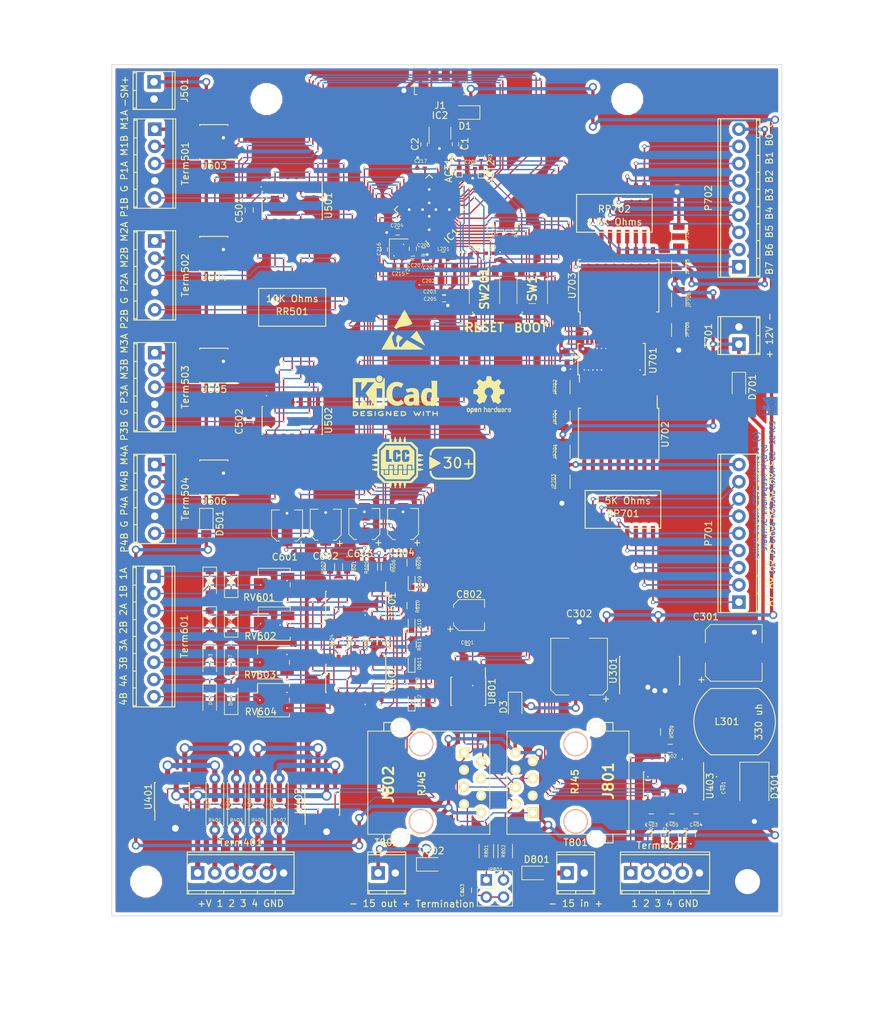
<source format=kicad_pcb>
(kicad_pcb (version 4) (host pcbnew 4.0.7+dfsg1-1ubuntu2)
  (layers (0 F.Cu signal hide) (31 B.Cu signal hide) (34 B.Paste user hide) (35 F.Paste user hide) (36 B.SilkS user) (37 F.SilkS user) (38 B.Mask user hide) (39 F.Mask user hide) (44 Edge.Cuts user))
  (net 0 "")
  (net 1 "/ESP32 MCU/VDD3P3")
  (net 2 GND)
  (net 3 +3V3)
  (net 4 "/ESP32 MCU/RESET")
  (net 5 "Net-(C215-Pad2)")
  (net 6 "Net-(C216-Pad2)")
  (net 7 "CAN +12V")
  (net 8 "Net-(C402-Pad1)")
  (net 9 "Net-(C403-Pad1)")
  (net 10 "Net-(C404-Pad1)")
  (net 11 "Net-(C405-Pad1)")
  (net 12 "Net-(C601-Pad1)")
  (net 13 "Net-(C602-Pad1)")
  (net 14 "Net-(C603-Pad1)")
  (net 15 "Net-(C604-Pad1)")
  (net 16 "Net-(C803-Pad1)")
  (net 17 "Net-(D2-Pad2)")
  (net 18 "/ESP32 MCU/GPIO15(Act1)")
  (net 19 "Net-(D301-Pad1)")
  (net 20 "Net-(D601-Pad1)")
  (net 21 "Net-(D601-Pad2)")
  (net 22 "Net-(D602-Pad1)")
  (net 23 "Net-(D602-Pad2)")
  (net 24 "Net-(D603-Pad1)")
  (net 25 "Net-(D603-Pad2)")
  (net 26 "Net-(D604-Pad1)")
  (net 27 "Net-(D604-Pad2)")
  (net 28 "Net-(D609-Pad2)")
  (net 29 "/ESP32 MCU/GPIO34(OD1)")
  (net 30 "Net-(D610-Pad2)")
  (net 31 "/ESP32 MCU/GPIO35(OD2)")
  (net 32 "Net-(D611-Pad2)")
  (net 33 "/ESP32 MCU/GPIO36(OD3)")
  (net 34 "Net-(D612-Pad2)")
  (net 35 "/ESP32 MCU/GPIO7(OD4)")
  (net 36 +12V)
  (net 37 "Net-(D801-Pad2)")
  (net 38 "Net-(D802-Pad1)")
  (net 39 "Net-(IC1-Pad1)")
  (net 40 "/ESP32 MCU/GPIO1(LEDS4)")
  (net 41 "/ESP32 MCU/SDA")
  (net 42 "/ESP32 MCU/SCL")
  (net 43 "/CAN Tranceiver/CAN_RX")
  (net 44 "/CAN Tranceiver/CAN_TX")
  (net 45 "/Buttons and LEDs/Button2")
  (net 46 "/ESP32 MCU/GPIO10(Points4)")
  (net 47 "/ESP32 MCU/GPIO11(Motor2)")
  (net 48 "/ESP32 MCU/GPIO12(Points1)")
  (net 49 "/ESP32 MCU/GPIO13(Points2)")
  (net 50 "/ESP32 MCU/GPIO14(Points3)")
  (net 51 "/Buttons and LEDs/Button4")
  (net 52 "/ESP32 MCU/GPIO17(LEDS1)")
  (net 53 "/ESP32 MCU/GPIO18(LEDS2)")
  (net 54 "/ESP32 MCU/GPIO8(Motor3)")
  (net 55 "/ESP32 MCU/GPIO9(Motor1)")
  (net 56 "/ESP32 MCU/D-")
  (net 57 "/ESP32 MCU/D+")
  (net 58 "/ESP32 MCU/GPIO21(LEDS3)")
  (net 59 "Net-(IC1-Pad28)")
  (net 60 "/Buttons and LEDs/Button3")
  (net 61 "/ESP32 MCU/GPIO33(Motor4)")
  (net 62 "Net-(IC1-Pad35)")
  (net 63 "Net-(IC1-Pad34)")
  (net 64 "Net-(IC1-Pad33)")
  (net 65 "Net-(IC1-Pad36)")
  (net 66 "Net-(IC1-Pad37)")
  (net 67 "Net-(IC1-Pad30)")
  (net 68 "Net-(IC1-Pad31)")
  (net 69 "Net-(IC1-Pad32)")
  (net 70 "Net-(IC1-Pad51)")
  (net 71 "Net-(IC1-Pad49)")
  (net 72 "Net-(IC1-Pad52)")
  (net 73 "Net-(IC1-Pad50)")
  (net 74 "Net-(IC1-Pad54)")
  (net 75 "Net-(IC1-Pad45)")
  (net 76 "Net-(IC1-Pad47)")
  (net 77 "Net-(IC1-Pad44)")
  (net 78 "/Buttons and LEDs/Button1")
  (net 79 "Net-(IC1-Pad48)")
  (net 80 VBUS)
  (net 81 "Net-(J1-Pad4)")
  (net 82 "/CAN Tranceiver/CANH")
  (net 83 "/CAN Tranceiver/CANL")
  (net 84 "Net-(J801-Pad4)")
  (net 85 "Net-(J801-Pad5)")
  (net 86 "Net-(JP701-Pad1)")
  (net 87 "Net-(JP702-Pad1)")
  (net 88 "Net-(JP705-Pad1)")
  (net 89 "Net-(JP706-Pad1)")
  (net 90 "Net-(JP801-Pad1)")
  (net 91 "Net-(JP801-Pad2)")
  (net 92 "Net-(P701-Pad4)")
  (net 93 "Net-(P701-Pad1)")
  (net 94 "Net-(P701-Pad2)")
  (net 95 "Net-(P701-Pad3)")
  (net 96 "Net-(P701-Pad5)")
  (net 97 "Net-(P701-Pad6)")
  (net 98 "Net-(P701-Pad7)")
  (net 99 "Net-(P701-Pad8)")
  (net 100 "Net-(P702-Pad4)")
  (net 101 "Net-(P702-Pad1)")
  (net 102 "Net-(P702-Pad2)")
  (net 103 "Net-(P702-Pad3)")
  (net 104 "Net-(P702-Pad5)")
  (net 105 "Net-(P702-Pad6)")
  (net 106 "Net-(P702-Pad7)")
  (net 107 "Net-(P702-Pad8)")
  (net 108 "Net-(R401-Pad1)")
  (net 109 "Net-(R401-Pad2)")
  (net 110 "Net-(R403-Pad1)")
  (net 111 "Net-(R403-Pad2)")
  (net 112 "Net-(R405-Pad1)")
  (net 113 "Net-(R405-Pad2)")
  (net 114 "Net-(R407-Pad1)")
  (net 115 "Net-(R407-Pad2)")
  (net 116 "Net-(R601-Pad2)")
  (net 117 "Net-(R602-Pad2)")
  (net 118 "Net-(R603-Pad2)")
  (net 119 "Net-(R604-Pad2)")
  (net 120 "Net-(RP701-Pad1)")
  (net 121 "Net-(RP701-Pad2)")
  (net 122 "Net-(RP701-Pad3)")
  (net 123 "Net-(RP701-Pad4)")
  (net 124 "Net-(RP701-Pad5)")
  (net 125 "Net-(RP701-Pad6)")
  (net 126 "Net-(RP701-Pad7)")
  (net 127 "Net-(RP701-Pad8)")
  (net 128 "Net-(RP702-Pad1)")
  (net 129 "Net-(RP702-Pad2)")
  (net 130 "Net-(RP702-Pad3)")
  (net 131 "Net-(RP702-Pad4)")
  (net 132 "Net-(RP702-Pad5)")
  (net 133 "Net-(RP702-Pad6)")
  (net 134 "Net-(RP702-Pad7)")
  (net 135 "Net-(RP702-Pad8)")
  (net 136 "Net-(RR501-Pad1)")
  (net 137 "Net-(RR501-Pad2)")
  (net 138 "/Stall Motors/P2B")
  (net 139 "/Stall Motors/P2A")
  (net 140 "/Stall Motors/P1B")
  (net 141 "/Stall Motors/P1A")
  (net 142 "Net-(RR501-Pad7)")
  (net 143 "Net-(RR501-Pad8)")
  (net 144 "Net-(RR501-Pad9)")
  (net 145 "/Stall Motors/P4B")
  (net 146 "/Stall Motors/P4A")
  (net 147 "/Stall Motors/P3B")
  (net 148 "/Stall Motors/P3A")
  (net 149 "/Stall Motors/M1A")
  (net 150 "/Stall Motors/M1B")
  (net 151 "/Stall Motors/M2A")
  (net 152 "/Stall Motors/M2B")
  (net 153 "/Stall Motors/M3A")
  (net 154 "/Stall Motors/M3B")
  (net 155 "/Stall Motors/M4A")
  (net 156 "/Stall Motors/M4B")
  (net 157 "Net-(U301-Pad1)")
  (net 158 "Net-(U301-Pad2)")
  (net 159 "Net-(U301-Pad7)")
  (net 160 "Net-(U301-Pad8)")
  (net 161 "Net-(U301-Pad9)")
  (net 162 "Net-(U301-Pad11)")
  (net 163 "Net-(U301-Pad13)")
  (net 164 "Net-(U301-Pad14)")
  (net 165 "Net-(U403-Pad2)")
  (net 166 "Net-(U403-Pad4)")
  (net 167 "Net-(U501-Pad2)")
  (net 168 "Net-(U501-Pad10)")
  (net 169 "Net-(U502-Pad2)")
  (net 170 "Net-(U502-Pad10)")
  (net 171 "Net-(U701-Pad6)")
  (net 172 "Net-(U701-Pad7)")
  (net 173 "Net-(U701-Pad8)")
  (net 174 "Net-(U701-Pad9)")
  (net 175 "Net-(U701-Pad10)")
  (net 176 "Net-(U701-Pad11)")
  (net 177 "Net-(U701-Pad12)")
  (net 178 "Net-(U701-Pad13)")
  (net 179 "Net-(U701-Pad15)")
  (net 180 "Net-(U701-Pad16)")
  (net 181 "Net-(U701-Pad17)")
  (net 182 "Net-(U701-Pad18)")
  (net 183 "Net-(U701-Pad19)")
  (net 184 "Net-(U701-Pad20)")
  (net 185 "Net-(U701-Pad21)")
  (net 186 "Net-(U701-Pad22)")
  (net 187 "Net-(U801-Pad5)")
  (net 188 "Net-(U801-Pad8)")
  (net 189 "Net-(C302-Pad1)")
  (net 190 "Net-(C217-Pad1)")
  (net 191 VPower)
  (net 192 "Net-(D4-Pad2)")
  (net 193 "/ESP32 MCU/GPIO0(Act2)")
  (net 194 "Net-(IC2-Pad4)")
  (net 195 "Net-(IC2-Pad6)")
  (net 196 SMPower)
  (module Connectors_USB:USB_Micro-B_Molex_47346-0001 (layer F.Cu) (at 122.2007 26.91 180)
    (fp_text reference J1 (at 0 -4.5 360) (layer F.SilkS))
    (fp_text value USB_OTG)
    (pad 1 smd rect (at -1.3 -2.66 180) (size 0.45 1.38) (layers F.Cu F.Paste F.Mask) (net 80 VBUS))
    (pad 2 smd rect (at -0.65 -2.66 180) (size 0.45 1.38) (layers F.Cu F.Paste F.Mask) (net 194 "Net-(IC2-Pad4)"))
    (pad 3 smd rect (at 0 -2.66 180) (size 0.45 1.38) (layers F.Cu F.Paste F.Mask) (net 195 "Net-(IC2-Pad6)"))
    (pad 4 smd rect (at 0.65 -2.66 180) (size 0.45 1.38) (layers F.Cu F.Paste F.Mask) (net 81 "Net-(J1-Pad4)"))
    (pad 5 smd rect (at 1.3 -2.66 180) (size 0.45 1.38) (layers F.Cu F.Paste F.Mask) (net 2 GND))
    (pad 6 smd rect (at -2.4625 -2.3 180) (size 1.475 2.1) (layers F.Cu F.Paste F.Mask) (net 2 GND))
    (pad 6 smd rect (at 2.4625 -2.3 180) (size 1.475 2.1) (layers F.Cu F.Paste F.Mask) (net 2 GND))
    (pad 6 smd rect (at -2.91 0 180) (size 2.375 1.9) (layers F.Cu F.Paste F.Mask) (net 2 GND))
    (pad 6 smd rect (at 2.91 0 180) (size 2.375 1.9) (layers F.Cu F.Paste F.Mask) (net 2 GND))
    (pad 6 smd rect (at -0.84 0 180) (size 1.175 1.9) (layers F.Cu F.Paste F.Mask) (net 2 GND))
    (pad 6 smd rect (at 0.84 0 180) (size 1.175 1.9) (layers F.Cu F.Paste F.Mask) (net 2 GND))
  )
  (module Capacitors_SMD:C_0805 (layer F.Cu) (at 123.3584 55.372)
    (fp_text reference C201 (at -2.7719 0) (layer F.SilkS) (effects (font (size 0.5 0.5) (thickness 0.075))))
    (fp_text value 10uf)
    (pad 1 smd rect (at -1 0) (size 1 1.25) (layers F.Cu F.Paste F.Mask) (net 1 "/ESP32 MCU/VDD3P3"))
    (pad 2 smd rect (at 1 0) (size 1 1.25) (layers F.Cu F.Paste F.Mask) (net 2 GND))
  )
  (module Capacitors_SMD:C_0805 (layer F.Cu) (at 123.3424 57.3532)
    (fp_text reference C202 (at -2.8829 -0.0127) (layer F.SilkS) (effects (font (size 0.5 0.5) (thickness 0.075))))
    (fp_text value 10uf)
    (pad 1 smd rect (at -1 0) (size 1 1.25) (layers F.Cu F.Paste F.Mask) (net 1 "/ESP32 MCU/VDD3P3"))
    (pad 2 smd rect (at 1 0) (size 1 1.25) (layers F.Cu F.Paste F.Mask) (net 2 GND))
  )
  (module Capacitors_SMD:C_0402 (layer F.Cu) (at 122.7836 58.8772)
    (fp_text reference C203 (at -2.1336 0.0508) (layer F.SilkS) (effects (font (size 0.5 0.5) (thickness 0.075))))
    (fp_text value 1uf)
    (pad 1 smd rect (at -0.55 0) (size 0.6 0.5) (layers F.Cu F.Paste F.Mask) (net 1 "/ESP32 MCU/VDD3P3"))
    (pad 2 smd rect (at 0.55 0) (size 0.6 0.5) (layers F.Cu F.Paste F.Mask) (net 2 GND))
  )
  (module Capacitors_SMD:C_0402 (layer F.Cu) (at 115.9168 50.0888 180)
    (fp_text reference C204 (at 0.0928 0.9398 180) (layer F.SilkS) (effects (font (size 0.5 0.5) (thickness 0.075))))
    (fp_text value 100nf)
    (pad 1 smd rect (at -0.55 0 180) (size 0.6 0.5) (layers F.Cu F.Paste F.Mask) (net 3 +3V3))
    (pad 2 smd rect (at 0.55 0 180) (size 0.6 0.5) (layers F.Cu F.Paste F.Mask) (net 2 GND))
  )
  (module Capacitors_SMD:C_0402 (layer F.Cu) (at 122.7836 59.944)
    (fp_text reference C205 (at -2.0701 0.0635) (layer F.SilkS) (effects (font (size 0.5 0.5) (thickness 0.075))))
    (fp_text value 100nf)
    (pad 1 smd rect (at -0.55 0) (size 0.6 0.5) (layers F.Cu F.Paste F.Mask) (net 1 "/ESP32 MCU/VDD3P3"))
    (pad 2 smd rect (at 0.55 0) (size 0.6 0.5) (layers F.Cu F.Paste F.Mask) (net 2 GND))
  )
  (module Capacitors_SMD:C_0402 (layer F.Cu) (at 119.7444 52.9336)
    (fp_text reference C206 (at 0.0166 -0.8636) (layer F.SilkS) (effects (font (size 0.5 0.5) (thickness 0.075))))
    (fp_text value 1uf)
    (pad 1 smd rect (at -0.55 0) (size 0.6 0.5) (layers F.Cu F.Paste F.Mask) (net 3 +3V3))
    (pad 2 smd rect (at 0.55 0) (size 0.6 0.5) (layers F.Cu F.Paste F.Mask) (net 2 GND))
  )
  (module Capacitors_SMD:C_0402 (layer F.Cu) (at 119.6936 54.102)
    (fp_text reference C207 (at -0.8851 0.9525) (layer F.SilkS) (effects (font (size 0.5 0.5) (thickness 0.075))))
    (fp_text value 100pf)
    (pad 1 smd rect (at -0.55 0) (size 0.6 0.5) (layers F.Cu F.Paste F.Mask) (net 3 +3V3))
    (pad 2 smd rect (at 0.55 0) (size 0.6 0.5) (layers F.Cu F.Paste F.Mask) (net 2 GND))
  )
  (module Capacitors_SMD:C_0402 (layer F.Cu) (at 126.7968 40.7416)
    (fp_text reference C208 (at -0.0508 -0.9906) (layer F.SilkS) (effects (font (size 0.5 0.5) (thickness 0.075))))
    (fp_text value 100nf)
    (pad 1 smd rect (at -0.55 0) (size 0.6 0.5) (layers F.Cu F.Paste F.Mask) (net 3 +3V3))
    (pad 2 smd rect (at 0.55 0) (size 0.6 0.5) (layers F.Cu F.Paste F.Mask) (net 2 GND))
  )
  (module Capacitors_SMD:C_0402 (layer F.Cu) (at 129.54 53.2384)
    (fp_text reference C209 (at 0 -0.8509) (layer F.SilkS) (effects (font (size 0.5 0.5) (thickness 0.075))))
    (fp_text value 1uf)
    (pad 1 smd rect (at -0.55 0) (size 0.6 0.5) (layers F.Cu F.Paste F.Mask) (net 4 "/ESP32 MCU/RESET"))
    (pad 2 smd rect (at 0.55 0) (size 0.6 0.5) (layers F.Cu F.Paste F.Mask) (net 2 GND))
  )
  (module Capacitors_SMD:C_0402 (layer F.Cu) (at 115.9852 55.118)
    (fp_text reference C215 (at 0.0293 1.143) (layer F.SilkS) (effects (font (size 0.5 0.5) (thickness 0.075))))
    (fp_text value 22pf)
    (pad 1 smd rect (at -0.55 0) (size 0.6 0.5) (layers F.Cu F.Paste F.Mask) (net 2 GND))
    (pad 2 smd rect (at 0.55 0) (size 0.6 0.5) (layers F.Cu F.Paste F.Mask) (net 5 "Net-(C215-Pad2)"))
  )
  (module Capacitors_SMD:C_0402 (layer F.Cu) (at 113.9444 52.6708 90)
    (fp_text reference C216 (at 0.0293 -0.7874 90) (layer F.SilkS) (effects (font (size 0.5 0.5) (thickness 0.075))))
    (fp_text value 22pf)
    (pad 1 smd rect (at -0.55 0 90) (size 0.6 0.5) (layers F.Cu F.Paste F.Mask) (net 2 GND))
    (pad 2 smd rect (at 0.55 0 90) (size 0.6 0.5) (layers F.Cu F.Paste F.Mask) (net 6 "Net-(C216-Pad2)"))
  )
  (module Capacitors_SMD:C_0402 (layer F.Cu) (at 119.3712 40.6908 180)
    (fp_text reference C217 (at 0.0547 1.0668 180) (layer F.SilkS) (effects (font (size 0.5 0.5) (thickness 0.075))))
    (fp_text value 1uf)
    (pad 1 smd rect (at -0.55 0 180) (size 0.6 0.5) (layers F.Cu F.Paste F.Mask) (net 190 "Net-(C217-Pad1)"))
    (pad 2 smd rect (at 0.55 0 180) (size 0.6 0.5) (layers F.Cu F.Paste F.Mask) (net 2 GND))
  )
  (module Capacitors_SMD:CP_Elec_8x10 (layer F.Cu) (at 165.606 112.268)
    (fp_text reference C301 (at -4.1255 -5.334) (layer F.SilkS))
    (fp_text value "220 uf 25V")
    (fp_text user + (at -4.78 3.9) (layer F.SilkS))
    (pad 1 smd rect (at -3.05 0 180) (size 4 2.5) (layers F.Cu F.Paste F.Mask) (net 3 +3V3))
    (pad 2 smd rect (at 3.05 0 180) (size 4 2.5) (layers F.Cu F.Paste F.Mask) (net 2 GND))
  )
  (module Capacitors_SMD:CP_Elec_8x10 (layer F.Cu) (at 142.748 114.298 90)
    (fp_text reference C302 (at 7.8085 0 180) (layer F.SilkS))
    (fp_text value "22 uf 100V")
    (fp_text user + (at -4.78 3.9 90) (layer F.SilkS))
    (pad 1 smd rect (at -3.05 0 270) (size 4 2.5) (layers F.Cu F.Paste F.Mask) (net 189 "Net-(C302-Pad1)"))
    (pad 2 smd rect (at 3.05 0 270) (size 4 2.5) (layers F.Cu F.Paste F.Mask) (net 2 GND))
  )
  (module Capacitors_SMD:C_0603 (layer F.Cu) (at 163.068 132.195 90)
    (fp_text reference C401 (at 0 1.016 90) (layer F.SilkS) (effects (font (size 0.5 0.5) (thickness 0.075))))
    (fp_text value ".1 uf")
    (pad 2 smd rect (at 0.75 0 90) (size 0.8 0.75) (layers F.Cu F.Paste F.Mask) (net 2 GND))
    (pad 1 smd rect (at -0.75 0 90) (size 0.8 0.75) (layers F.Cu F.Paste F.Mask) (net 3 +3V3))
  )
  (module Capacitors_SMD:C_0603 (layer F.Cu) (at 156.222 126.365)
    (fp_text reference C402 (at 0 1.143) (layer F.SilkS) (effects (font (size 0.5 0.5) (thickness 0.075))))
    (fp_text value "10 nf")
    (pad 2 smd rect (at 0.75 0) (size 0.8 0.75) (layers F.Cu F.Paste F.Mask) (net 2 GND))
    (pad 1 smd rect (at -0.75 0) (size 0.8 0.75) (layers F.Cu F.Paste F.Mask) (net 8 "Net-(C402-Pad1)"))
  )
  (module Capacitors_SMD:C_0603 (layer F.Cu) (at 153.416 136.652 180)
    (fp_text reference C403 (at 0 -1.016 180) (layer F.SilkS) (effects (font (size 0.5 0.5) (thickness 0.075))))
    (fp_text value "10 nf")
    (pad 2 smd rect (at 0.75 0 180) (size 0.8 0.75) (layers F.Cu F.Paste F.Mask) (net 2 GND))
    (pad 1 smd rect (at -0.75 0 180) (size 0.8 0.75) (layers F.Cu F.Paste F.Mask) (net 9 "Net-(C403-Pad1)"))
  )
  (module Capacitors_SMD:C_0603 (layer F.Cu) (at 160.032 136.652)
    (fp_text reference C404 (at 0 1.016) (layer F.SilkS) (effects (font (size 0.5 0.5) (thickness 0.075))))
    (fp_text value "10 nf")
    (pad 2 smd rect (at 0.75 0) (size 0.8 0.75) (layers F.Cu F.Paste F.Mask) (net 2 GND))
    (pad 1 smd rect (at -0.75 0) (size 0.8 0.75) (layers F.Cu F.Paste F.Mask) (net 10 "Net-(C404-Pad1)"))
  )
  (module Capacitors_SMD:C_0603 (layer F.Cu) (at 156.452 136.652 180)
    (fp_text reference C405 (at -0.012 -1.016 180) (layer F.SilkS) (effects (font (size 0.5 0.5) (thickness 0.075))))
    (fp_text value "10 nf")
    (pad 2 smd rect (at 0.75 0 180) (size 0.8 0.75) (layers F.Cu F.Paste F.Mask) (net 2 GND))
    (pad 1 smd rect (at -0.75 0 180) (size 0.8 0.75) (layers F.Cu F.Paste F.Mask) (net 11 "Net-(C405-Pad1)"))
  )
  (module Capacitors_SMD:C_0603 (layer F.Cu) (at 93.98 46.875 90)
    (fp_text reference C501 (at 0 -1.5 90) (layer F.SilkS))
    (fp_text value ".1 uf")
    (pad 2 smd rect (at 0.75 0 90) (size 0.8 0.75) (layers F.Cu F.Paste F.Mask) (net 2 GND))
    (pad 1 smd rect (at -0.75 0 90) (size 0.8 0.75) (layers F.Cu F.Paste F.Mask) (net 3 +3V3))
  )
  (module Capacitors_SMD:C_0603 (layer F.Cu) (at 93.98 78.105 90)
    (fp_text reference C502 (at 0 -1.5 90) (layer F.SilkS))
    (fp_text value ".1 uf")
    (pad 2 smd rect (at 0.75 0 90) (size 0.8 0.75) (layers F.Cu F.Paste F.Mask) (net 2 GND))
    (pad 1 smd rect (at -0.75 0 90) (size 0.8 0.75) (layers F.Cu F.Paste F.Mask) (net 3 +3V3))
  )
  (module Capacitors_SMD:CP_Elec_4x5.7 (layer F.Cu) (at 99.568 93.45 90)
    (fp_text reference C601 (at -4.6575 -0.3175 180) (layer F.SilkS))
    (fp_text value "2.2uf 50V")
    (fp_text user + (at -2.77 2.01 90) (layer F.SilkS))
    (pad 1 smd rect (at -1.8 0 270) (size 2.6 1.6) (layers F.Cu F.Paste F.Mask) (net 12 "Net-(C601-Pad1)"))
    (pad 2 smd rect (at 1.8 0 270) (size 2.6 1.6) (layers F.Cu F.Paste F.Mask) (net 2 GND))
  )
  (module Capacitors_SMD:CP_Elec_4x5.7 (layer F.Cu) (at 105.283 93.345 90)
    (fp_text reference C602 (at -4.6355 0 180) (layer F.SilkS))
    (fp_text value "2.2uf 50V")
    (fp_text user + (at -2.77 2.01 90) (layer F.SilkS))
    (pad 1 smd rect (at -1.8 0 270) (size 2.6 1.6) (layers F.Cu F.Paste F.Mask) (net 13 "Net-(C602-Pad1)"))
    (pad 2 smd rect (at 1.8 0 270) (size 2.6 1.6) (layers F.Cu F.Paste F.Mask) (net 2 GND))
  )
  (module Capacitors_SMD:CP_Elec_4x5.7 (layer F.Cu) (at 110.998 93.24 90)
    (fp_text reference C603 (at -4.3595 -0.635 180) (layer F.SilkS))
    (fp_text value "2.2uf 50V")
    (fp_text user + (at -2.77 2.01 90) (layer F.SilkS))
    (pad 1 smd rect (at -1.8 0 270) (size 2.6 1.6) (layers F.Cu F.Paste F.Mask) (net 14 "Net-(C603-Pad1)"))
    (pad 2 smd rect (at 1.8 0 270) (size 2.6 1.6) (layers F.Cu F.Paste F.Mask) (net 2 GND))
  )
  (module Capacitors_SMD:CP_Elec_4x5.7 (layer F.Cu) (at 116.713 93.24 90)
    (fp_text reference C604 (at -4.169 -0.1905 180) (layer F.SilkS))
    (fp_text value "2.2uf 50V")
    (fp_text user + (at -2.77 2.01 90) (layer F.SilkS))
    (pad 1 smd rect (at -1.8 0 270) (size 2.6 1.6) (layers F.Cu F.Paste F.Mask) (net 15 "Net-(C604-Pad1)"))
    (pad 2 smd rect (at 1.8 0 270) (size 2.6 1.6) (layers F.Cu F.Paste F.Mask) (net 2 GND))
  )
  (module Capacitors_SMD:C_0603 (layer F.Cu) (at 140.97 68.58 270)
    (fp_text reference C701 (at 0 -1.016 270) (layer F.SilkS) (effects (font (size 0.5 0.5) (thickness 0.075))))
    (fp_text value ".1 uf")
    (pad 2 smd rect (at 0.75 0 270) (size 0.8 0.75) (layers F.Cu F.Paste F.Mask) (net 2 GND))
    (pad 1 smd rect (at -0.75 0 270) (size 0.8 0.75) (layers F.Cu F.Paste F.Mask) (net 3 +3V3))
  )
  (module Capacitors_SMD:C_0603 (layer F.Cu) (at 126.25 111.76)
    (fp_text reference C801 (at -0.012 -1.016) (layer F.SilkS) (effects (font (size 0.5 0.5) (thickness 0.075))))
    (fp_text value ".1 uf")
    (pad 2 smd rect (at 0.75 0) (size 0.8 0.75) (layers F.Cu F.Paste F.Mask) (net 2 GND))
    (pad 1 smd rect (at -0.75 0) (size 0.8 0.75) (layers F.Cu F.Paste F.Mask) (net 3 +3V3))
  )
  (module Capacitors_SMD:CP_Elec_4x5.7 (layer F.Cu) (at 126.47 106.68)
    (fp_text reference C802 (at 0.022 -3.048) (layer F.SilkS))
    (fp_text value "15 uf 15V")
    (fp_text user + (at -2.77 2.01) (layer F.SilkS))
    (pad 1 smd rect (at -1.8 0 180) (size 2.6 1.6) (layers F.Cu F.Paste F.Mask) (net 3 +3V3))
    (pad 2 smd rect (at 1.8 0 180) (size 2.6 1.6) (layers F.Cu F.Paste F.Mask) (net 2 GND))
  )
  (module Capacitors_SMD:C_0603 (layer F.Cu) (at 126.238 147.332 90)
    (fp_text reference C803 (at 0 -0.762 90) (layer F.SilkS) (effects (font (size 0.5 0.5) (thickness 0.075))))
    (fp_text value "47 nf")
    (pad 2 smd rect (at 0.75 0 90) (size 0.8 0.75) (layers F.Cu F.Paste F.Mask) (net 2 GND))
    (pad 1 smd rect (at -0.75 0 90) (size 0.8 0.75) (layers F.Cu F.Paste F.Mask) (net 16 "Net-(C803-Pad1)"))
  )
  (module LEDs:LED_0402 (layer F.Cu) (at 125.0188 41.0376 90)
    (fp_text reference D2 (at -0.1739 -0.9398 90) (layer F.SilkS) (effects (font (size 0.5 0.5) (thickness 0.075))))
    (fp_text value ACT1 (at 0 -1.5748 90) (layer F.SilkS))
    (pad 2 smd rect (at 0.55 0 270) (size 0.6 0.7) (layers F.Cu F.Paste F.Mask) (net 17 "Net-(D2-Pad2)"))
    (pad 1 smd rect (at -0.55 0 270) (size 0.6 0.7) (layers F.Cu F.Paste F.Mask) (net 18 "/ESP32 MCU/GPIO15(Act1)"))
  )
  (module Diodes_SMD:D_SMB (layer F.Cu) (at 168.656 131.962 270)
    (fp_text reference D301 (at 0 -3 270) (layer F.SilkS))
    (fp_text value "CMSH1-60 TR13")
    (pad 1 smd rect (at -2.15 0 270) (size 2.5 2.3) (layers F.Cu F.Paste F.Mask) (net 19 "Net-(D301-Pad1)"))
    (pad 2 smd rect (at 2.15 0 270) (size 2.5 2.3) (layers F.Cu F.Paste F.Mask) (net 2 GND))
  )
  (module Diodes_SMD:D_SOD-123 (layer F.Cu) (at 88.138 101.855 270)
    (fp_text reference D601 (at -0.0645 -0.127 270) (layer F.SilkS) (effects (font (size 0.5 0.5) (thickness 0.075))))
    (fp_text value 1N4148)
    (pad 1 smd rect (at -1.65 0 270) (size 0.9 1.2) (layers F.Cu F.Paste F.Mask) (net 20 "Net-(D601-Pad1)"))
    (pad 2 smd rect (at 1.65 0 270) (size 0.9 1.2) (layers F.Cu F.Paste F.Mask) (net 21 "Net-(D601-Pad2)"))
  )
  (module Diodes_SMD:D_SOD-123 (layer F.Cu) (at 88.138 107.695 270)
    (fp_text reference D602 (at -0.126 -0.0635 270) (layer F.SilkS) (effects (font (size 0.5 0.5) (thickness 0.075))))
    (fp_text value 1N4148)
    (pad 1 smd rect (at -1.65 0 270) (size 0.9 1.2) (layers F.Cu F.Paste F.Mask) (net 22 "Net-(D602-Pad1)"))
    (pad 2 smd rect (at 1.65 0 270) (size 0.9 1.2) (layers F.Cu F.Paste F.Mask) (net 23 "Net-(D602-Pad2)"))
  )
  (module Diodes_SMD:D_SOD-123 (layer F.Cu) (at 88.138 113.41 270)
    (fp_text reference D603 (at -0.0625 -0.127 270) (layer F.SilkS) (effects (font (size 0.5 0.5) (thickness 0.075))))
    (fp_text value 1N4148)
    (pad 1 smd rect (at -1.65 0 270) (size 0.9 1.2) (layers F.Cu F.Paste F.Mask) (net 24 "Net-(D603-Pad1)"))
    (pad 2 smd rect (at 1.65 0 270) (size 0.9 1.2) (layers F.Cu F.Paste F.Mask) (net 25 "Net-(D603-Pad2)"))
  )
  (module Diodes_SMD:D_SOD-123 (layer F.Cu) (at 88.138 119.125 270)
    (fp_text reference D604 (at -0.0625 -0.127 270) (layer F.SilkS) (effects (font (size 0.5 0.5) (thickness 0.075))))
    (fp_text value 1N4148)
    (pad 1 smd rect (at -1.65 0 270) (size 0.9 1.2) (layers F.Cu F.Paste F.Mask) (net 26 "Net-(D604-Pad1)"))
    (pad 2 smd rect (at 1.65 0 270) (size 0.9 1.2) (layers F.Cu F.Paste F.Mask) (net 27 "Net-(D604-Pad2)"))
  )
  (module Diodes_SMD:D_SOD-123 (layer F.Cu) (at 91.313 101.855 90)
    (fp_text reference D605 (at 0.0645 0 90) (layer F.SilkS) (effects (font (size 0.5 0.5) (thickness 0.075))))
    (fp_text value 1N4148)
    (pad 1 smd rect (at -1.65 0 90) (size 0.9 1.2) (layers F.Cu F.Paste F.Mask) (net 21 "Net-(D601-Pad2)"))
    (pad 2 smd rect (at 1.65 0 90) (size 0.9 1.2) (layers F.Cu F.Paste F.Mask) (net 20 "Net-(D601-Pad1)"))
  )
  (module Diodes_SMD:D_SOD-123 (layer F.Cu) (at 91.313 107.695 90)
    (fp_text reference D606 (at 0 -0.127 90) (layer F.SilkS) (effects (font (size 0.5 0.5) (thickness 0.075))))
    (fp_text value 1N4148)
    (pad 1 smd rect (at -1.65 0 90) (size 0.9 1.2) (layers F.Cu F.Paste F.Mask) (net 23 "Net-(D602-Pad2)"))
    (pad 2 smd rect (at 1.65 0 90) (size 0.9 1.2) (layers F.Cu F.Paste F.Mask) (net 22 "Net-(D602-Pad1)"))
  )
  (module Diodes_SMD:D_SOD-123 (layer F.Cu) (at 91.313 113.41 90)
    (fp_text reference D607 (at -0.0645 -0.127 90) (layer F.SilkS) (effects (font (size 0.5 0.5) (thickness 0.075))))
    (fp_text value 1N4148)
    (pad 1 smd rect (at -1.65 0 90) (size 0.9 1.2) (layers F.Cu F.Paste F.Mask) (net 25 "Net-(D603-Pad2)"))
    (pad 2 smd rect (at 1.65 0 90) (size 0.9 1.2) (layers F.Cu F.Paste F.Mask) (net 24 "Net-(D603-Pad1)"))
  )
  (module Diodes_SMD:D_SOD-123 (layer F.Cu) (at 91.313 119.125 90)
    (fp_text reference D608 (at 0 -0.0635 90) (layer F.SilkS) (effects (font (size 0.5 0.5) (thickness 0.075))))
    (fp_text value 1N4148)
    (pad 1 smd rect (at -1.65 0 90) (size 0.9 1.2) (layers F.Cu F.Paste F.Mask) (net 27 "Net-(D604-Pad2)"))
    (pad 2 smd rect (at 1.65 0 90) (size 0.9 1.2) (layers F.Cu F.Paste F.Mask) (net 26 "Net-(D604-Pad1)"))
  )
  (module LEDs:LED_0603 (layer F.Cu) (at 117.983 101.765 90)
    (fp_text reference D609 (at -0.089 1.2065 90) (layer F.SilkS) (effects (font (size 0.5 0.5) (thickness 0.075))))
    (fp_text value LED)
    (pad 2 smd rect (at 0.8 0 270) (size 0.8 0.8) (layers F.Cu F.Paste F.Mask) (net 28 "Net-(D609-Pad2)"))
    (pad 1 smd rect (at -0.8 0 270) (size 0.8 0.8) (layers F.Cu F.Paste F.Mask) (net 29 "/ESP32 MCU/GPIO34(OD1)"))
  )
  (module LEDs:LED_0603 (layer F.Cu) (at 117.983 108.115 90)
    (fp_text reference D610 (at -0.089 1.143 90) (layer F.SilkS) (effects (font (size 0.5 0.5) (thickness 0.075))))
    (fp_text value LED)
    (pad 2 smd rect (at 0.8 0 270) (size 0.8 0.8) (layers F.Cu F.Paste F.Mask) (net 30 "Net-(D610-Pad2)"))
    (pad 1 smd rect (at -0.8 0 270) (size 0.8 0.8) (layers F.Cu F.Paste F.Mask) (net 31 "/ESP32 MCU/GPIO35(OD2)"))
  )
  (module LEDs:LED_0603 (layer F.Cu) (at 117.983 113.83 90)
    (fp_text reference D611 (at 0 1.143 90) (layer F.SilkS) (effects (font (size 0.5 0.5) (thickness 0.075))))
    (fp_text value LED)
    (pad 2 smd rect (at 0.8 0 270) (size 0.8 0.8) (layers F.Cu F.Paste F.Mask) (net 32 "Net-(D611-Pad2)"))
    (pad 1 smd rect (at -0.8 0 270) (size 0.8 0.8) (layers F.Cu F.Paste F.Mask) (net 33 "/ESP32 MCU/GPIO36(OD3)"))
  )
  (module LEDs:LED_0603 (layer F.Cu) (at 117.983 119.545 90)
    (fp_text reference D612 (at 0.165 1.143 90) (layer F.SilkS) (effects (font (size 0.5 0.5) (thickness 0.075))))
    (fp_text value LED)
    (pad 2 smd rect (at 0.8 0 270) (size 0.8 0.8) (layers F.Cu F.Paste F.Mask) (net 34 "Net-(D612-Pad2)"))
    (pad 1 smd rect (at -0.8 0 270) (size 0.8 0.8) (layers F.Cu F.Paste F.Mask) (net 35 "/ESP32 MCU/GPIO7(OD4)"))
  )
  (module Diodes_SMD:D_PowerDI-123 (layer F.Cu) (at 166.37 73.025 270)
    (fp_text reference D701 (at 0 -2 270) (layer F.SilkS))
    (fp_text value DFLS240-7)
    (pad 1 smd rect (at -0.85 0 90) (size 2.4 1.5) (layers F.Cu F.Paste F.Mask) (net 36 +12V))
    (pad 2 smd rect (at 1.525 0 90) (size 1.05 1.5) (layers F.Cu F.Paste F.Mask) (net 7 "CAN +12V"))
  )
  (module Diodes_SMD:D_PowerDI-123 (layer F.Cu) (at 136.486 144.78)
    (fp_text reference D801 (at 0 -2) (layer F.SilkS))
    (fp_text value DFLS240-7)
    (pad 1 smd rect (at -0.85 0 180) (size 2.4 1.5) (layers F.Cu F.Paste F.Mask) (net 7 "CAN +12V"))
    (pad 2 smd rect (at 1.525 0 180) (size 1.05 1.5) (layers F.Cu F.Paste F.Mask) (net 37 "Net-(D801-Pad2)"))
  )
  (module Diodes_SMD:D_PowerDI-123 (layer F.Cu) (at 120.904 143.51)
    (fp_text reference D802 (at 0 -2) (layer F.SilkS))
    (fp_text value DFLS240-7)
    (pad 1 smd rect (at -0.85 0 180) (size 2.4 1.5) (layers F.Cu F.Paste F.Mask) (net 38 "Net-(D802-Pad1)"))
    (pad 2 smd rect (at 1.525 0 180) (size 1.05 1.5) (layers F.Cu F.Paste F.Mask) (net 7 "CAN +12V"))
  )
  (module Fiducials:Fiducial_1mm_Dia_2.54mm_Outer_CopperTop (layer F.Cu) (at 108.712 123.952)
    (fp_text reference FD101 hide)
    (fp_text value FidMark hide)
    (pad ~ smd circle (at 0 0) (size 1 1) (layers F.Cu F.Mask) (clearance 0.77))
  )
  (module Fiducials:Fiducial_1mm_Dia_2.54mm_Outer_CopperTop (layer F.Cu) (at 145.796 103.124)
    (fp_text reference FD102 hide)
    (fp_text value FidMark hide)
    (pad ~ smd circle (at 0 0) (size 1 1) (layers F.Cu F.Mask) (clearance 0.77))
  )
  (module Fiducials:Fiducial_1mm_Dia_2.54mm_Outer_CopperTop (layer F.Cu) (at 110.998 35.306)
    (fp_text reference FD103 hide)
    (fp_text value FidMark hide)
    (pad ~ smd circle (at 0 0) (size 1 1) (layers F.Cu F.Mask) (clearance 0.77))
  )
  (module Housings_DFN_QFN:QFN-56-1EP_7x7mm_Pitch0.4mm (layer F.Cu) (at 120.59 46.807 135)
    (fp_text reference IC1 (at -5.066067 -0.401283 225) (layer F.SilkS))
    (fp_text value ESP32-S3FN8)
    (pad 1 smd rect (at -3.5 -2.6 135) (size 0.8 0.2) (layers F.Cu F.Paste F.Mask) (net 39 "Net-(IC1-Pad1)"))
    (pad 2 smd rect (at -3.5 -2.2 135) (size 0.8 0.2) (layers F.Cu F.Paste F.Mask) (net 1 "/ESP32 MCU/VDD3P3"))
    (pad 3 smd rect (at -3.5 -1.8 135) (size 0.8 0.2) (layers F.Cu F.Paste F.Mask) (net 1 "/ESP32 MCU/VDD3P3"))
    (pad 4 smd rect (at -3.5 -1.4 135) (size 0.8 0.2) (layers F.Cu F.Paste F.Mask) (net 4 "/ESP32 MCU/RESET"))
    (pad 5 smd rect (at -3.5 -1 135) (size 0.8 0.2) (layers F.Cu F.Paste F.Mask) (net 193 "/ESP32 MCU/GPIO0(Act2)"))
    (pad 6 smd rect (at -3.5 -0.6 135) (size 0.8 0.2) (layers F.Cu F.Paste F.Mask) (net 40 "/ESP32 MCU/GPIO1(LEDS4)"))
    (pad 7 smd rect (at -3.5 -0.2 135) (size 0.8 0.2) (layers F.Cu F.Paste F.Mask) (net 41 "/ESP32 MCU/SDA"))
    (pad 8 smd rect (at -3.5 0.2 135) (size 0.8 0.2) (layers F.Cu F.Paste F.Mask) (net 42 "/ESP32 MCU/SCL"))
    (pad 9 smd rect (at -3.5 0.6 135) (size 0.8 0.2) (layers F.Cu F.Paste F.Mask) (net 43 "/CAN Tranceiver/CAN_RX"))
    (pad 10 smd rect (at -3.5 1 135) (size 0.8 0.2) (layers F.Cu F.Paste F.Mask) (net 44 "/CAN Tranceiver/CAN_TX"))
    (pad 11 smd rect (at -3.5 1.4 135) (size 0.8 0.2) (layers F.Cu F.Paste F.Mask) (net 45 "/Buttons and LEDs/Button2"))
    (pad 12 smd rect (at -3.5 1.8 135) (size 0.8 0.2) (layers F.Cu F.Paste F.Mask) (net 35 "/ESP32 MCU/GPIO7(OD4)"))
    (pad 15 smd rect (at -2.6 3.5 225) (size 0.8 0.2) (layers F.Cu F.Paste F.Mask) (net 46 "/ESP32 MCU/GPIO10(Points4)"))
    (pad 16 smd rect (at -2.2 3.5 225) (size 0.8 0.2) (layers F.Cu F.Paste F.Mask) (net 47 "/ESP32 MCU/GPIO11(Motor2)"))
    (pad 17 smd rect (at -1.8 3.5 225) (size 0.8 0.2) (layers F.Cu F.Paste F.Mask) (net 48 "/ESP32 MCU/GPIO12(Points1)"))
    (pad 18 smd rect (at -1.4 3.5 225) (size 0.8 0.2) (layers F.Cu F.Paste F.Mask) (net 49 "/ESP32 MCU/GPIO13(Points2)"))
    (pad 19 smd rect (at -1 3.5 225) (size 0.8 0.2) (layers F.Cu F.Paste F.Mask) (net 50 "/ESP32 MCU/GPIO14(Points3)"))
    (pad 20 smd rect (at -0.6 3.5 225) (size 0.8 0.2) (layers F.Cu F.Paste F.Mask) (net 3 +3V3))
    (pad 21 smd rect (at -0.2 3.5 225) (size 0.8 0.2) (layers F.Cu F.Paste F.Mask) (net 18 "/ESP32 MCU/GPIO15(Act1)"))
    (pad 22 smd rect (at 0.2 3.5 225) (size 0.8 0.2) (layers F.Cu F.Paste F.Mask) (net 51 "/Buttons and LEDs/Button4"))
    (pad 23 smd rect (at 0.6 3.5 225) (size 0.8 0.2) (layers F.Cu F.Paste F.Mask) (net 52 "/ESP32 MCU/GPIO17(LEDS1)"))
    (pad 24 smd rect (at 1 3.5 225) (size 0.8 0.2) (layers F.Cu F.Paste F.Mask) (net 53 "/ESP32 MCU/GPIO18(LEDS2)"))
    (pad 57 smd rect (at -2.1 -2.1 135) (size 1.4 1.4) (layers F.Cu F.Paste F.Mask) (net 2 GND))
    (pad 13 smd rect (at -3.5 2.2 135) (size 0.8 0.2) (layers F.Cu F.Paste F.Mask) (net 54 "/ESP32 MCU/GPIO8(Motor3)"))
    (pad 14 smd rect (at -3.5 2.6 135) (size 0.8 0.2) (layers F.Cu F.Paste F.Mask) (net 55 "/ESP32 MCU/GPIO9(Motor1)"))
    (pad 25 smd rect (at 1.4 3.5 225) (size 0.8 0.2) (layers F.Cu F.Paste F.Mask) (net 56 "/ESP32 MCU/D-"))
    (pad 26 smd rect (at 1.8 3.5 225) (size 0.8 0.2) (layers F.Cu F.Paste F.Mask) (net 57 "/ESP32 MCU/D+"))
    (pad 27 smd rect (at 2.2 3.5 225) (size 0.8 0.2) (layers F.Cu F.Paste F.Mask) (net 58 "/ESP32 MCU/GPIO21(LEDS3)"))
    (pad 28 smd rect (at 2.6 3.5 225) (size 0.8 0.2) (layers F.Cu F.Paste F.Mask) (net 59 "Net-(IC1-Pad28)"))
    (pad 42 smd rect (at 3.5 -2.6 135) (size 0.8 0.2) (layers F.Cu F.Paste F.Mask) (net 60 "/Buttons and LEDs/Button3"))
    (pad 41 smd rect (at 3.5 -2.2 135) (size 0.8 0.2) (layers F.Cu F.Paste F.Mask) (net 33 "/ESP32 MCU/GPIO36(OD3)"))
    (pad 39 smd rect (at 3.5 -1.4 135) (size 0.8 0.2) (layers F.Cu F.Paste F.Mask) (net 29 "/ESP32 MCU/GPIO34(OD1)"))
    (pad 38 smd rect (at 3.5 -1 135) (size 0.8 0.2) (layers F.Cu F.Paste F.Mask) (net 61 "/ESP32 MCU/GPIO33(Motor4)"))
    (pad 40 smd rect (at 3.5 -1.8 135) (size 0.8 0.2) (layers F.Cu F.Paste F.Mask) (net 31 "/ESP32 MCU/GPIO35(OD2)"))
    (pad 35 smd rect (at 3.5 0.2 135) (size 0.8 0.2) (layers F.Cu F.Paste F.Mask) (net 62 "Net-(IC1-Pad35)"))
    (pad 34 smd rect (at 3.5 0.6 135) (size 0.8 0.2) (layers F.Cu F.Paste F.Mask) (net 63 "Net-(IC1-Pad34)"))
    (pad 33 smd rect (at 3.5 1 135) (size 0.8 0.2) (layers F.Cu F.Paste F.Mask) (net 64 "Net-(IC1-Pad33)"))
    (pad 36 smd rect (at 3.5 -0.2 135) (size 0.8 0.2) (layers F.Cu F.Paste F.Mask) (net 65 "Net-(IC1-Pad36)"))
    (pad 37 smd rect (at 3.5 -0.6 135) (size 0.8 0.2) (layers F.Cu F.Paste F.Mask) (net 66 "Net-(IC1-Pad37)"))
    (pad 30 smd rect (at 3.5 2.2 135) (size 0.8 0.2) (layers F.Cu F.Paste F.Mask) (net 67 "Net-(IC1-Pad30)"))
    (pad 31 smd rect (at 3.5 1.8 135) (size 0.8 0.2) (layers F.Cu F.Paste F.Mask) (net 68 "Net-(IC1-Pad31)"))
    (pad 32 smd rect (at 3.5 1.4 135) (size 0.8 0.2) (layers F.Cu F.Paste F.Mask) (net 69 "Net-(IC1-Pad32)"))
    (pad 29 smd rect (at 3.5 2.6 135) (size 0.8 0.2) (layers F.Cu F.Paste F.Mask) (net 190 "Net-(C217-Pad1)"))
    (pad 55 smd rect (at -2.2 -3.5 225) (size 0.8 0.2) (layers F.Cu F.Paste F.Mask) (net 3 +3V3))
    (pad 56 smd rect (at -2.6 -3.5 225) (size 0.8 0.2) (layers F.Cu F.Paste F.Mask) (net 3 +3V3))
    (pad 51 smd rect (at -0.6 -3.5 225) (size 0.8 0.2) (layers F.Cu F.Paste F.Mask) (net 70 "Net-(IC1-Pad51)"))
    (pad 49 smd rect (at 0.2 -3.5 225) (size 0.8 0.2) (layers F.Cu F.Paste F.Mask) (net 71 "Net-(IC1-Pad49)"))
    (pad 52 smd rect (at -1 -3.5 225) (size 0.8 0.2) (layers F.Cu F.Paste F.Mask) (net 72 "Net-(IC1-Pad52)"))
    (pad 53 smd rect (at -1.4 -3.5 225) (size 0.8 0.2) (layers F.Cu F.Paste F.Mask) (net 6 "Net-(C216-Pad2)"))
    (pad 50 smd rect (at -0.2 -3.5 225) (size 0.8 0.2) (layers F.Cu F.Paste F.Mask) (net 73 "Net-(IC1-Pad50)"))
    (pad 54 smd rect (at -1.8 -3.5 225) (size 0.8 0.2) (layers F.Cu F.Paste F.Mask) (net 74 "Net-(IC1-Pad54)"))
    (pad 45 smd rect (at 1.8 -3.5 225) (size 0.8 0.2) (layers F.Cu F.Paste F.Mask) (net 75 "Net-(IC1-Pad45)"))
    (pad 47 smd rect (at 1 -3.5 225) (size 0.8 0.2) (layers F.Cu F.Paste F.Mask) (net 76 "Net-(IC1-Pad47)"))
    (pad 46 smd rect (at 1.4 -3.5 225) (size 0.8 0.2) (layers F.Cu F.Paste F.Mask) (net 3 +3V3))
    (pad 44 smd rect (at 2.2 -3.5 225) (size 0.8 0.2) (layers F.Cu F.Paste F.Mask) (net 77 "Net-(IC1-Pad44)"))
    (pad 43 smd rect (at 2.6 -3.5 225) (size 0.8 0.2) (layers F.Cu F.Paste F.Mask) (net 78 "/Buttons and LEDs/Button1"))
    (pad 48 smd rect (at 0.6 -3.5 225) (size 0.8 0.2) (layers F.Cu F.Paste F.Mask) (net 79 "Net-(IC1-Pad48)"))
    (pad 57 smd rect (at -0.7 -2.1 135) (size 1.4 1.4) (layers F.Cu F.Paste F.Mask) (net 2 GND))
    (pad 57 smd rect (at 0.7 -2.1 135) (size 1.4 1.4) (layers F.Cu F.Paste F.Mask) (net 2 GND))
    (pad 57 smd rect (at 2.1 -2.1 135) (size 1.4 1.4) (layers F.Cu F.Paste F.Mask) (net 2 GND))
    (pad 57 smd rect (at 2.1 -0.7 135) (size 1.4 1.4) (layers F.Cu F.Paste F.Mask) (net 2 GND))
    (pad 57 smd rect (at 0.7 -0.7 135) (size 1.4 1.4) (layers F.Cu F.Paste F.Mask) (net 2 GND))
    (pad 57 smd rect (at -2.1 -0.7 135) (size 1.4 1.4) (layers F.Cu F.Paste F.Mask) (net 2 GND))
    (pad 57 smd rect (at -0.7 -0.7 135) (size 1.4 1.4) (layers F.Cu F.Paste F.Mask) (net 2 GND))
    (pad 57 smd rect (at 2.1 0.7 135) (size 1.4 1.4) (layers F.Cu F.Paste F.Mask) (net 2 GND))
    (pad 57 smd rect (at 0.7 0.7 135) (size 1.4 1.4) (layers F.Cu F.Paste F.Mask) (net 2 GND))
    (pad 57 smd rect (at -2.1 0.7 135) (size 1.4 1.4) (layers F.Cu F.Paste F.Mask) (net 2 GND))
    (pad 57 smd rect (at -0.7 0.7 135) (size 1.4 1.4) (layers F.Cu F.Paste F.Mask) (net 2 GND))
    (pad 57 smd rect (at 2.1 2.1 135) (size 1.4 1.4) (layers F.Cu F.Paste F.Mask) (net 2 GND))
    (pad 57 smd rect (at 0.7 2.1 135) (size 1.4 1.4) (layers F.Cu F.Paste F.Mask) (net 2 GND))
    (pad 57 smd rect (at -2.1 2.1 135) (size 1.4 1.4) (layers F.Cu F.Paste F.Mask) (net 2 GND))
    (pad 57 smd rect (at -0.7 2.1 135) (size 1.4 1.4) (layers F.Cu F.Paste F.Mask) (net 2 GND))
  )
  (module RJ45-8N-S:RJ45_8N-S (layer F.Cu) (at 142.24 131.445 90)
    (fp_text reference J801 (at 0.254 4.826 90) (layer F.SilkS) (effects (font (thickness 0.3048))))
    (fp_text value RJ45 (at 0.14224 -0.1016 90) (layer F.SilkS) (effects (font (size 1.00076 1.00076) (thickness 0.2032))))
    (pad "" np_thru_hole circle (at 5.715 0 90) (size 3.64998 3.64998) (drill 3.2512) (layers *.Cu *.SilkS *.Mask))
    (pad "" np_thru_hole circle (at -5.715 0 90) (size 3.64998 3.64998) (drill 3.2512) (layers *.Cu *.SilkS *.Mask))
    (pad 1 thru_hole rect (at -4.445 -6.35 90) (size 1.50114 1.50114) (drill 0.89916) (layers *.Cu *.Mask F.SilkS) (net 82 "/CAN Tranceiver/CANH"))
    (pad 2 thru_hole circle (at -3.175 -8.89 90) (size 1.50114 1.50114) (drill 0.89916) (layers *.Cu *.Mask F.SilkS) (net 83 "/CAN Tranceiver/CANL"))
    (pad 3 thru_hole circle (at -1.905 -6.35 90) (size 1.50114 1.50114) (drill 0.89916) (layers *.Cu *.Mask F.SilkS) (net 2 GND))
    (pad 4 thru_hole circle (at -0.635 -8.89 90) (size 1.50114 1.50114) (drill 0.89916) (layers *.Cu *.Mask F.SilkS) (net 84 "Net-(J801-Pad4)"))
    (pad 5 thru_hole circle (at 0.635 -6.35 90) (size 1.50114 1.50114) (drill 0.89916) (layers *.Cu *.Mask F.SilkS) (net 85 "Net-(J801-Pad5)"))
    (pad 6 thru_hole circle (at 1.905 -8.89 90) (size 1.50114 1.50114) (drill 0.89916) (layers *.Cu *.Mask F.SilkS) (net 2 GND))
    (pad 7 thru_hole circle (at 3.175 -6.35 90) (size 1.50114 1.50114) (drill 0.89916) (layers *.Cu *.Mask F.SilkS) (net 2 GND))
    (pad 8 thru_hole circle (at 4.445 -8.89 90) (size 1.50114 1.50114) (drill 0.89916) (layers *.Cu *.Mask F.SilkS) (net 7 "CAN +12V"))
    (pad "" thru_hole circle (at -8.128 3.048 90) (size 1.9304 1.9304) (drill 1.9304) (layers *.Cu *.Mask F.SilkS))
    (pad "" thru_hole circle (at 8.128 3.048 90) (size 1.9304 1.9304) (drill 1.9304) (layers *.Cu *.Mask F.SilkS))
  )
  (module RJ45-8N-S:RJ45_8N-S (layer F.Cu) (at 119.38 131.445 270)
    (fp_text reference J802 (at 0.254 4.826 270) (layer F.SilkS) (effects (font (thickness 0.3048))))
    (fp_text value RJ45 (at 0.14224 -0.1016 270) (layer F.SilkS) (effects (font (size 1.00076 1.00076) (thickness 0.2032))))
    (pad "" np_thru_hole circle (at 5.715 0 270) (size 3.64998 3.64998) (drill 3.2512) (layers *.Cu *.SilkS *.Mask))
    (pad "" np_thru_hole circle (at -5.715 0 270) (size 3.64998 3.64998) (drill 3.2512) (layers *.Cu *.SilkS *.Mask))
    (pad 1 thru_hole rect (at -4.445 -6.35 270) (size 1.50114 1.50114) (drill 0.89916) (layers *.Cu *.Mask F.SilkS) (net 82 "/CAN Tranceiver/CANH"))
    (pad 2 thru_hole circle (at -3.175 -8.89 270) (size 1.50114 1.50114) (drill 0.89916) (layers *.Cu *.Mask F.SilkS) (net 83 "/CAN Tranceiver/CANL"))
    (pad 3 thru_hole circle (at -1.905 -6.35 270) (size 1.50114 1.50114) (drill 0.89916) (layers *.Cu *.Mask F.SilkS) (net 2 GND))
    (pad 4 thru_hole circle (at -0.635 -8.89 270) (size 1.50114 1.50114) (drill 0.89916) (layers *.Cu *.Mask F.SilkS) (net 84 "Net-(J801-Pad4)"))
    (pad 5 thru_hole circle (at 0.635 -6.35 270) (size 1.50114 1.50114) (drill 0.89916) (layers *.Cu *.Mask F.SilkS) (net 85 "Net-(J801-Pad5)"))
    (pad 6 thru_hole circle (at 1.905 -8.89 270) (size 1.50114 1.50114) (drill 0.89916) (layers *.Cu *.Mask F.SilkS) (net 2 GND))
    (pad 7 thru_hole circle (at 3.175 -6.35 270) (size 1.50114 1.50114) (drill 0.89916) (layers *.Cu *.Mask F.SilkS) (net 2 GND))
    (pad 8 thru_hole circle (at 4.445 -8.89 270) (size 1.50114 1.50114) (drill 0.89916) (layers *.Cu *.Mask F.SilkS) (net 7 "CAN +12V"))
    (pad "" thru_hole circle (at -8.128 3.048 270) (size 1.9304 1.9304) (drill 1.9304) (layers *.Cu *.Mask F.SilkS))
    (pad "" thru_hole circle (at 8.128 3.048 270) (size 1.9304 1.9304) (drill 1.9304) (layers *.Cu *.Mask F.SilkS))
  )
  (module Resistors_SMD:R_1206 (layer F.Cu) (at 140.335 82.55 90)
    (fp_text reference JP701 (at 0 -1.143 90) (layer F.SilkS) (effects (font (size 0.5 0.5) (thickness 0.075))))
    (fp_text value 0)
    (pad 1 smd rect (at -1.45 0 90) (size 0.9 1.7) (layers F.Cu F.Paste F.Mask) (net 86 "Net-(JP701-Pad1)"))
    (pad 2 smd rect (at 1.45 0 90) (size 0.9 1.7) (layers F.Cu F.Paste F.Mask) (net 36 +12V))
  )
  (module Resistors_SMD:R_1206 (layer F.Cu) (at 140.335 73.025 90)
    (fp_text reference JP702 (at 0 -1.143 90) (layer F.SilkS) (effects (font (size 0.5 0.5) (thickness 0.075))))
    (fp_text value 0)
    (pad 1 smd rect (at -1.45 0 90) (size 0.9 1.7) (layers F.Cu F.Paste F.Mask) (net 87 "Net-(JP702-Pad1)"))
    (pad 2 smd rect (at 1.45 0 90) (size 0.9 1.7) (layers F.Cu F.Paste F.Mask) (net 2 GND))
  )
  (module Resistors_SMD:R_1206 (layer F.Cu) (at 140.335 86.995 90)
    (fp_text reference JP703 (at 0 -1.397 90) (layer F.SilkS) (effects (font (size 0.5 0.5) (thickness 0.075))))
    (fp_text value 0)
    (pad 1 smd rect (at -1.45 0 90) (size 0.9 1.7) (layers F.Cu F.Paste F.Mask) (net 2 GND))
    (pad 2 smd rect (at 1.45 0 90) (size 0.9 1.7) (layers F.Cu F.Paste F.Mask) (net 86 "Net-(JP701-Pad1)"))
  )
  (module Resistors_SMD:R_1206 (layer F.Cu) (at 140.335 77.47 90)
    (fp_text reference JP704 (at 0 -1.143 90) (layer F.SilkS) (effects (font (size 0.5 0.5) (thickness 0.075))))
    (fp_text value 0)
    (pad 1 smd rect (at -1.45 0 90) (size 0.9 1.7) (layers F.Cu F.Paste F.Mask) (net 36 +12V))
    (pad 2 smd rect (at 1.45 0 90) (size 0.9 1.7) (layers F.Cu F.Paste F.Mask) (net 87 "Net-(JP702-Pad1)"))
  )
  (module Resistors_SMD:R_1206 (layer F.Cu) (at 157.48 55.245 270)
    (fp_text reference JP705 (at 0 -1.27 270) (layer F.SilkS) (effects (font (size 0.5 0.5) (thickness 0.075))))
    (fp_text value 0)
    (pad 1 smd rect (at -1.45 0 270) (size 0.9 1.7) (layers F.Cu F.Paste F.Mask) (net 88 "Net-(JP705-Pad1)"))
    (pad 2 smd rect (at 1.45 0 270) (size 0.9 1.7) (layers F.Cu F.Paste F.Mask) (net 36 +12V))
  )
  (module Resistors_SMD:R_1206 (layer F.Cu) (at 157.48 64.59 270)
    (fp_text reference JP706 (at -0.074 -1.27 270) (layer F.SilkS) (effects (font (size 0.5 0.5) (thickness 0.075))))
    (fp_text value 0)
    (pad 1 smd rect (at -1.45 0 270) (size 0.9 1.7) (layers F.Cu F.Paste F.Mask) (net 89 "Net-(JP706-Pad1)"))
    (pad 2 smd rect (at 1.45 0 270) (size 0.9 1.7) (layers F.Cu F.Paste F.Mask) (net 2 GND))
  )
  (module Resistors_SMD:R_1206 (layer F.Cu) (at 157.48 50.8 270)
    (fp_text reference JP707 (at 0 -1.27 270) (layer F.SilkS) (effects (font (size 0.5 0.5) (thickness 0.075))))
    (fp_text value 0)
    (pad 1 smd rect (at -1.45 0 270) (size 0.9 1.7) (layers F.Cu F.Paste F.Mask) (net 2 GND))
    (pad 2 smd rect (at 1.45 0 270) (size 0.9 1.7) (layers F.Cu F.Paste F.Mask) (net 88 "Net-(JP705-Pad1)"))
  )
  (module Resistors_SMD:R_1206 (layer F.Cu) (at 157.48 60.145 270)
    (fp_text reference JP708 (at 0 -1.524 270) (layer F.SilkS) (effects (font (size 0.5 0.5) (thickness 0.075))))
    (fp_text value 0)
    (pad 1 smd rect (at -1.45 0 270) (size 0.9 1.7) (layers F.Cu F.Paste F.Mask) (net 36 +12V))
    (pad 2 smd rect (at 1.45 0 270) (size 0.9 1.7) (layers F.Cu F.Paste F.Mask) (net 89 "Net-(JP706-Pad1)"))
  )
  (module Pin_Headers:Pin_Header_Straight_2x02_Pitch2.54mm (layer F.Cu) (at 129.032 145.796)
    (fp_text reference JP801 (at 1.27 -1.524) (layer F.SilkS) (effects (font (size 0.5 0.5) (thickness 0.075))))
    (fp_text value Termination (at -6.096 3.556) (layer F.SilkS))
    (pad 1 thru_hole rect (at 0 0) (size 1.7 1.7) (drill 1) (layers *.Cu *.Mask) (net 90 "Net-(JP801-Pad1)"))
    (pad 2 thru_hole oval (at 2.54 0) (size 1.7 1.7) (drill 1) (layers *.Cu *.Mask) (net 91 "Net-(JP801-Pad2)"))
    (pad 3 thru_hole oval (at 0 2.54) (size 1.7 1.7) (drill 1) (layers *.Cu *.Mask) (net 16 "Net-(C803-Pad1)"))
    (pad 4 thru_hole oval (at 2.54 2.54) (size 1.7 1.7) (drill 1) (layers *.Cu *.Mask) (net 16 "Net-(C803-Pad1)"))
  )
  (module Inductors_SMD:L_0402 (layer F.Cu) (at 122.682 53.594 180)
    (fp_text reference L201 (at 0 0.9779 180) (layer F.SilkS) (effects (font (size 0.5 0.5) (thickness 0.075))))
    (fp_text value 2.0nH)
    (pad 1 smd rect (at -0.45 0 180) (size 0.4 0.6) (layers F.Cu F.Paste F.Mask) (net 3 +3V3))
    (pad 2 smd rect (at 0.45 0 180) (size 0.4 0.6) (layers F.Cu F.Paste F.Mask) (net 1 "/ESP32 MCU/VDD3P3"))
  )
  (module SRN1060:SRN1060 (layer F.Cu) (at 165.735 122.43 90)
    (fp_text reference L301 (at 0.002 -1.143 180) (layer F.SilkS))
    (fp_text value "330 uh" (at -0.0381 3.556 90) (layer F.SilkS))
    (pad 1 smd rect (at -3.3 0 90) (size 3.5 10.2) (layers F.Cu F.Paste F.Mask) (net 19 "Net-(D301-Pad1)"))
    (pad 2 smd rect (at 3.3 0 90) (size 3.5 10.2) (layers F.Cu F.Paste F.Mask) (net 3 +3V3))
  )
  (module Mounting_Holes:MountingHole_3.7mm (layer F.Cu) (at 96.52 30.48)
    (fp_text reference MK101 hide)
    (fp_text value Mounting_Hole hide)
    (pad 1 np_thru_hole circle (at 0 0) (size 3.7 3.7) (drill 3.7) (layers *.Cu *.Mask))
  )
  (module Mounting_Holes:MountingHole_3.7mm (layer F.Cu) (at 149.86 30.48)
    (fp_text reference MK102 hide)
    (fp_text value Mounting_Hole hide)
    (pad 1 np_thru_hole circle (at 0 0) (size 3.7 3.7) (drill 3.7) (layers *.Cu *.Mask))
  )
  (module Mounting_Holes:MountingHole_3.7mm (layer F.Cu) (at 78.74 146.05)
    (fp_text reference MK103 hide)
    (fp_text value Mounting_Hole hide)
    (pad 1 np_thru_hole circle (at 0 0) (size 3.7 3.7) (drill 3.7) (layers *.Cu *.Mask))
  )
  (module Mounting_Holes:MountingHole_3.7mm_Pad (layer F.Cu) (at 167.64 146.05)
    (fp_text reference MK104 hide)
    (fp_text value Mounting_Hole_PAD hide)
    (pad 1 thru_hole circle (at 0 0) (size 7.4 7.4) (drill 3.7) (layers *.Cu *.Mask) (net 2 GND))
  )
  (module Connectors_Terminal_Blocks:TerminalBlock_Pheonix_MPT-2.54mm_9pol (layer F.Cu) (at 166.37 104.775 90)
    (fp_text reference P701 (at 10.16 -4.50088 90) (layer F.SilkS))
    (fp_text value "A7 A6 A5 A4 A3 A2 A1 A0 C" (at 10.16 4.50088 90) (layer F.SilkS))
    (pad 4 thru_hole oval (at 7.62 0 270) (size 1.99898 1.99898) (drill 1.09728) (layers *.Cu *.Mask) (net 92 "Net-(P701-Pad4)"))
    (pad 1 thru_hole rect (at 0 0 270) (size 1.99898 1.99898) (drill 1.09728) (layers *.Cu *.Mask) (net 93 "Net-(P701-Pad1)"))
    (pad 2 thru_hole oval (at 2.54 0 270) (size 1.99898 1.99898) (drill 1.09728) (layers *.Cu *.Mask) (net 94 "Net-(P701-Pad2)"))
    (pad 3 thru_hole oval (at 5.08 0 270) (size 1.99898 1.99898) (drill 1.09728) (layers *.Cu *.Mask) (net 95 "Net-(P701-Pad3)"))
    (pad 5 thru_hole oval (at 10.16 0 270) (size 1.99898 1.99898) (drill 1.09728) (layers *.Cu *.Mask) (net 96 "Net-(P701-Pad5)"))
    (pad 6 thru_hole oval (at 12.7 0 270) (size 1.99898 1.99898) (drill 1.09728) (layers *.Cu *.Mask) (net 97 "Net-(P701-Pad6)"))
    (pad 7 thru_hole oval (at 15.24 0 270) (size 1.99898 1.99898) (drill 1.09728) (layers *.Cu *.Mask) (net 98 "Net-(P701-Pad7)"))
    (pad 8 thru_hole oval (at 17.78 0 270) (size 1.99898 1.99898) (drill 1.09728) (layers *.Cu *.Mask) (net 99 "Net-(P701-Pad8)"))
    (pad 9 thru_hole oval (at 20.32 0 270) (size 1.99898 1.99898) (drill 1.09728) (layers *.Cu *.Mask) (net 86 "Net-(JP701-Pad1)"))
  )
  (module Connectors_Terminal_Blocks:TerminalBlock_Pheonix_MPT-2.54mm_9pol (layer F.Cu) (at 166.37 55.245 90)
    (fp_text reference P702 (at 10.16 -4.50088 90) (layer F.SilkS))
    (fp_text value "B7 B6 B5 B4 B3 B2 B1 B0 C" (at 10.16 4.50088 90) (layer F.SilkS))
    (pad 4 thru_hole oval (at 7.62 0 270) (size 1.99898 1.99898) (drill 1.09728) (layers *.Cu *.Mask) (net 100 "Net-(P702-Pad4)"))
    (pad 1 thru_hole rect (at 0 0 270) (size 1.99898 1.99898) (drill 1.09728) (layers *.Cu *.Mask) (net 101 "Net-(P702-Pad1)"))
    (pad 2 thru_hole oval (at 2.54 0 270) (size 1.99898 1.99898) (drill 1.09728) (layers *.Cu *.Mask) (net 102 "Net-(P702-Pad2)"))
    (pad 3 thru_hole oval (at 5.08 0 270) (size 1.99898 1.99898) (drill 1.09728) (layers *.Cu *.Mask) (net 103 "Net-(P702-Pad3)"))
    (pad 5 thru_hole oval (at 10.16 0 270) (size 1.99898 1.99898) (drill 1.09728) (layers *.Cu *.Mask) (net 104 "Net-(P702-Pad5)"))
    (pad 6 thru_hole oval (at 12.7 0 270) (size 1.99898 1.99898) (drill 1.09728) (layers *.Cu *.Mask) (net 105 "Net-(P702-Pad6)"))
    (pad 7 thru_hole oval (at 15.24 0 270) (size 1.99898 1.99898) (drill 1.09728) (layers *.Cu *.Mask) (net 106 "Net-(P702-Pad7)"))
    (pad 8 thru_hole oval (at 17.78 0 270) (size 1.99898 1.99898) (drill 1.09728) (layers *.Cu *.Mask) (net 107 "Net-(P702-Pad8)"))
    (pad 9 thru_hole oval (at 20.32 0 270) (size 1.99898 1.99898) (drill 1.09728) (layers *.Cu *.Mask) (net 88 "Net-(JP705-Pad1)"))
  )
  (module Resistors_SMD:R_0402 (layer F.Cu) (at 118.1608 52.578 90)
    (fp_text reference R1 (at -1.3335 0.0127 90) (layer F.SilkS) (effects (font (size 0.5 0.5) (thickness 0.075))))
    (fp_text value 0)
    (pad 1 smd rect (at -0.45 0 90) (size 0.4 0.6) (layers F.Cu F.Paste F.Mask) (net 5 "Net-(C215-Pad2)"))
    (pad 2 smd rect (at 0.45 0 90) (size 0.4 0.6) (layers F.Cu F.Paste F.Mask) (net 74 "Net-(IC1-Pad54)"))
  )
  (module Resistors_SMD:R_0402 (layer F.Cu) (at 124.968 39.1232 270)
    (fp_text reference R2 (at -0.0707 1.016 270) (layer F.SilkS) (effects (font (size 0.5 0.5) (thickness 0.075))))
    (fp_text value 270)
    (pad 1 smd rect (at -0.45 0 270) (size 0.4 0.6) (layers F.Cu F.Paste F.Mask) (net 3 +3V3))
    (pad 2 smd rect (at 0.45 0 270) (size 0.4 0.6) (layers F.Cu F.Paste F.Mask) (net 17 "Net-(D2-Pad2)"))
  )
  (module Resistors_SMD:R_0402 (layer F.Cu) (at 127.3048 53.2892)
    (fp_text reference R201 (at 0 -0.9652) (layer F.SilkS) (effects (font (size 0.5 0.5) (thickness 0.075))))
    (fp_text value 10K)
    (pad 1 smd rect (at -0.45 0) (size 0.4 0.6) (layers F.Cu F.Paste F.Mask) (net 3 +3V3))
    (pad 2 smd rect (at 0.45 0) (size 0.4 0.6) (layers F.Cu F.Paste F.Mask) (net 4 "/ESP32 MCU/RESET"))
  )
  (module Resistors_SMD:R_0402 (layer F.Cu) (at 132.4356 49.9944 270)
    (fp_text reference R203 (at -0.0199 -1.0414 270) (layer F.SilkS) (effects (font (size 0.5 0.5) (thickness 0.075))))
    (fp_text value 2.4K)
    (pad 1 smd rect (at -0.45 0 270) (size 0.4 0.6) (layers F.Cu F.Paste F.Mask) (net 3 +3V3))
    (pad 2 smd rect (at 0.45 0 270) (size 0.4 0.6) (layers F.Cu F.Paste F.Mask) (net 41 "/ESP32 MCU/SDA"))
  )
  (module Resistors_SMD:R_0402 (layer F.Cu) (at 131.064 49.98 90)
    (fp_text reference R206 (at 0.0055 -1.016 90) (layer F.SilkS) (effects (font (size 0.5 0.5) (thickness 0.075))))
    (fp_text value 2.4K)
    (pad 1 smd rect (at -0.45 0 90) (size 0.4 0.6) (layers F.Cu F.Paste F.Mask) (net 42 "/ESP32 MCU/SCL"))
    (pad 2 smd rect (at 0.45 0 90) (size 0.4 0.6) (layers F.Cu F.Paste F.Mask) (net 3 +3V3))
  )
  (module Resistors_THT:R_Axial_DIN0207_L6.3mm_D2.5mm_P7.62mm_Horizontal (layer F.Cu) (at 88.9 138.43 90)
    (fp_text reference R401 (at 1.4605 0 180) (layer F.SilkS) (effects (font (size 0.5 0.5) (thickness 0.075))))
    (fp_text value R)
    (pad 1 thru_hole circle (at 0 0 90) (size 1.6 1.6) (drill 0.8) (layers *.Cu *.Mask) (net 108 "Net-(R401-Pad1)"))
    (pad 2 thru_hole oval (at 7.62 0 90) (size 1.6 1.6) (drill 0.8) (layers *.Cu *.Mask) (net 109 "Net-(R401-Pad2)"))
  )
  (module Resistors_SMD:R_0603 (layer F.Cu) (at 88.9 134.735 90)
    (fp_text reference R402 (at 0.115 -0.9525 90) (layer F.SilkS) (effects (font (size 0.5 0.5) (thickness 0.075))))
    (fp_text value "1.5K Ohms")
    (pad 1 smd rect (at -0.75 0 90) (size 0.5 0.9) (layers F.Cu F.Paste F.Mask) (net 108 "Net-(R401-Pad1)"))
    (pad 2 smd rect (at 0.75 0 90) (size 0.5 0.9) (layers F.Cu F.Paste F.Mask) (net 109 "Net-(R401-Pad2)"))
  )
  (module Resistors_THT:R_Axial_DIN0207_L6.3mm_D2.5mm_P7.62mm_Horizontal (layer F.Cu) (at 92.075 138.43 90)
    (fp_text reference R403 (at 1.4605 0 180) (layer F.SilkS) (effects (font (size 0.5 0.5) (thickness 0.075))))
    (fp_text value R)
    (pad 1 thru_hole circle (at 0 0 90) (size 1.6 1.6) (drill 0.8) (layers *.Cu *.Mask) (net 110 "Net-(R403-Pad1)"))
    (pad 2 thru_hole oval (at 7.62 0 90) (size 1.6 1.6) (drill 0.8) (layers *.Cu *.Mask) (net 111 "Net-(R403-Pad2)"))
  )
  (module Resistors_SMD:R_0603 (layer F.Cu) (at 92.075 134.735 90)
    (fp_text reference R404 (at 0.1785 -1.143 90) (layer F.SilkS) (effects (font (size 0.5 0.5) (thickness 0.075))))
    (fp_text value "1.5K Ohms")
    (pad 1 smd rect (at -0.75 0 90) (size 0.5 0.9) (layers F.Cu F.Paste F.Mask) (net 110 "Net-(R403-Pad1)"))
    (pad 2 smd rect (at 0.75 0 90) (size 0.5 0.9) (layers F.Cu F.Paste F.Mask) (net 111 "Net-(R403-Pad2)"))
  )
  (module Resistors_THT:R_Axial_DIN0207_L6.3mm_D2.5mm_P7.62mm_Horizontal (layer F.Cu) (at 95.25 138.43 90)
    (fp_text reference R405 (at 1.4605 0 180) (layer F.SilkS) (effects (font (size 0.5 0.5) (thickness 0.075))))
    (fp_text value R)
    (pad 1 thru_hole circle (at 0 0 90) (size 1.6 1.6) (drill 0.8) (layers *.Cu *.Mask) (net 112 "Net-(R405-Pad1)"))
    (pad 2 thru_hole oval (at 7.62 0 90) (size 1.6 1.6) (drill 0.8) (layers *.Cu *.Mask) (net 113 "Net-(R405-Pad2)"))
  )
  (module Resistors_SMD:R_0603 (layer F.Cu) (at 95.25 134.735 90)
    (fp_text reference R406 (at 0.115 -1.2065 90) (layer F.SilkS) (effects (font (size 0.5 0.5) (thickness 0.075))))
    (fp_text value "1.5K Ohms")
    (pad 1 smd rect (at -0.75 0 90) (size 0.5 0.9) (layers F.Cu F.Paste F.Mask) (net 112 "Net-(R405-Pad1)"))
    (pad 2 smd rect (at 0.75 0 90) (size 0.5 0.9) (layers F.Cu F.Paste F.Mask) (net 113 "Net-(R405-Pad2)"))
  )
  (module Resistors_THT:R_Axial_DIN0207_L6.3mm_D2.5mm_P7.62mm_Horizontal (layer F.Cu) (at 98.425 138.43 90)
    (fp_text reference R407 (at 1.4605 0.0635 180) (layer F.SilkS) (effects (font (size 0.5 0.5) (thickness 0.075))))
    (fp_text value R)
    (pad 1 thru_hole circle (at 0 0 90) (size 1.6 1.6) (drill 0.8) (layers *.Cu *.Mask) (net 114 "Net-(R407-Pad1)"))
    (pad 2 thru_hole oval (at 7.62 0 90) (size 1.6 1.6) (drill 0.8) (layers *.Cu *.Mask) (net 115 "Net-(R407-Pad2)"))
  )
  (module Resistors_SMD:R_0603 (layer F.Cu) (at 98.425 134.735 90)
    (fp_text reference R408 (at 0.115 -1.0795 90) (layer F.SilkS) (effects (font (size 0.5 0.5) (thickness 0.075))))
    (fp_text value "1.5K Ohms")
    (pad 1 smd rect (at -0.75 0 90) (size 0.5 0.9) (layers F.Cu F.Paste F.Mask) (net 114 "Net-(R407-Pad1)"))
    (pad 2 smd rect (at 0.75 0 90) (size 0.5 0.9) (layers F.Cu F.Paste F.Mask) (net 115 "Net-(R407-Pad2)"))
  )
  (module Resistors_SMD:R_0603 (layer F.Cu) (at 155.448 123.94 270)
    (fp_text reference R409 (at 0.012 -1.016 270) (layer F.SilkS) (effects (font (size 0.5 0.5) (thickness 0.075))))
    (fp_text value "10K Ohms")
    (pad 1 smd rect (at -0.75 0 270) (size 0.5 0.9) (layers F.Cu F.Paste F.Mask) (net 3 +3V3))
    (pad 2 smd rect (at 0.75 0 270) (size 0.5 0.9) (layers F.Cu F.Paste F.Mask) (net 8 "Net-(C402-Pad1)"))
  )
  (module Resistors_SMD:R_0603 (layer F.Cu) (at 154.178 138.95 90)
    (fp_text reference R410 (at 0 -0.762 90) (layer F.SilkS) (effects (font (size 0.5 0.5) (thickness 0.075))))
    (fp_text value "10K Ohms")
    (pad 1 smd rect (at -0.75 0 90) (size 0.5 0.9) (layers F.Cu F.Paste F.Mask) (net 3 +3V3))
    (pad 2 smd rect (at 0.75 0 90) (size 0.5 0.9) (layers F.Cu F.Paste F.Mask) (net 9 "Net-(C403-Pad1)"))
  )
  (module Resistors_SMD:R_0603 (layer F.Cu) (at 159.258 138.95 90)
    (fp_text reference R411 (at 0 -0.762 90) (layer F.SilkS) (effects (font (size 0.5 0.5) (thickness 0.075))))
    (fp_text value "10K Ohms")
    (pad 1 smd rect (at -0.75 0 90) (size 0.5 0.9) (layers F.Cu F.Paste F.Mask) (net 3 +3V3))
    (pad 2 smd rect (at 0.75 0 90) (size 0.5 0.9) (layers F.Cu F.Paste F.Mask) (net 10 "Net-(C404-Pad1)"))
  )
  (module Resistors_SMD:R_0603 (layer F.Cu) (at 156.718 138.95 90)
    (fp_text reference R412 (at 0 -1.27 90) (layer F.SilkS) (effects (font (size 0.5 0.5) (thickness 0.075))))
    (fp_text value "10K Ohms")
    (pad 1 smd rect (at -0.75 0 90) (size 0.5 0.9) (layers F.Cu F.Paste F.Mask) (net 3 +3V3))
    (pad 2 smd rect (at 0.75 0 90) (size 0.5 0.9) (layers F.Cu F.Paste F.Mask) (net 11 "Net-(C405-Pad1)"))
  )
  (module Resistors_SMD:R_0603 (layer F.Cu) (at 108.458 99.58 270)
    (fp_text reference R601 (at 0.0515 -1.016 270) (layer F.SilkS) (effects (font (size 0.5 0.5) (thickness 0.075))))
    (fp_text value "22K Ohms")
    (pad 1 smd rect (at -0.75 0 270) (size 0.5 0.9) (layers F.Cu F.Paste F.Mask) (net 3 +3V3))
    (pad 2 smd rect (at 0.75 0 270) (size 0.5 0.9) (layers F.Cu F.Paste F.Mask) (net 116 "Net-(R601-Pad2)"))
  )
  (module Resistors_SMD:R_0603 (layer F.Cu) (at 105.918 99.58 270)
    (fp_text reference R602 (at 0.115 1.016 270) (layer F.SilkS) (effects (font (size 0.5 0.5) (thickness 0.075))))
    (fp_text value "22K Ohms")
    (pad 1 smd rect (at -0.75 0 270) (size 0.5 0.9) (layers F.Cu F.Paste F.Mask) (net 3 +3V3))
    (pad 2 smd rect (at 0.75 0 270) (size 0.5 0.9) (layers F.Cu F.Paste F.Mask) (net 117 "Net-(R602-Pad2)"))
  )
  (module Resistors_SMD:R_0603 (layer F.Cu) (at 109.728 110.605 90)
    (fp_text reference R603 (at 0 -1.016 90) (layer F.SilkS) (effects (font (size 0.5 0.5) (thickness 0.075))))
    (fp_text value "22K Ohms")
    (pad 1 smd rect (at -0.75 0 90) (size 0.5 0.9) (layers F.Cu F.Paste F.Mask) (net 3 +3V3))
    (pad 2 smd rect (at 0.75 0 90) (size 0.5 0.9) (layers F.Cu F.Paste F.Mask) (net 118 "Net-(R603-Pad2)"))
  )
  (module Resistors_SMD:R_0603 (layer F.Cu) (at 107.188 110.605 90)
    (fp_text reference R604 (at 0.115 -1.016 90) (layer F.SilkS) (effects (font (size 0.5 0.5) (thickness 0.075))))
    (fp_text value "22K Ohms")
    (pad 1 smd rect (at -0.75 0 90) (size 0.5 0.9) (layers F.Cu F.Paste F.Mask) (net 3 +3V3))
    (pad 2 smd rect (at 0.75 0 90) (size 0.5 0.9) (layers F.Cu F.Paste F.Mask) (net 119 "Net-(R604-Pad2)"))
  )
  (module Resistors_SMD:R_0603 (layer F.Cu) (at 112.268 99.58 270)
    (fp_text reference R605 (at 0.0515 0.9525 270) (layer F.SilkS) (effects (font (size 0.5 0.5) (thickness 0.075))))
    (fp_text value "1M Ohms")
    (pad 1 smd rect (at -0.75 0 270) (size 0.5 0.9) (layers F.Cu F.Paste F.Mask) (net 3 +3V3))
    (pad 2 smd rect (at 0.75 0 270) (size 0.5 0.9) (layers F.Cu F.Paste F.Mask) (net 12 "Net-(C601-Pad1)"))
  )
  (module Resistors_SMD:R_0603 (layer F.Cu) (at 114.173 99.58 270)
    (fp_text reference R606 (at -0.139 -1.143 270) (layer F.SilkS) (effects (font (size 0.5 0.5) (thickness 0.075))))
    (fp_text value "1M Ohms")
    (pad 1 smd rect (at -0.75 0 270) (size 0.5 0.9) (layers F.Cu F.Paste F.Mask) (net 3 +3V3))
    (pad 2 smd rect (at 0.75 0 270) (size 0.5 0.9) (layers F.Cu F.Paste F.Mask) (net 13 "Net-(C602-Pad1)"))
  )
  (module Resistors_SMD:R_0603 (layer F.Cu) (at 112.268 110.605 90)
    (fp_text reference R607 (at -0.012 -0.9525 90) (layer F.SilkS) (effects (font (size 0.5 0.5) (thickness 0.075))))
    (fp_text value "1M Ohms")
    (pad 1 smd rect (at -0.75 0 90) (size 0.5 0.9) (layers F.Cu F.Paste F.Mask) (net 3 +3V3))
    (pad 2 smd rect (at 0.75 0 90) (size 0.5 0.9) (layers F.Cu F.Paste F.Mask) (net 14 "Net-(C603-Pad1)"))
  )
  (module Resistors_SMD:R_0603 (layer F.Cu) (at 113.538 110.605 90)
    (fp_text reference R608 (at -0.0755 1.016 90) (layer F.SilkS) (effects (font (size 0.5 0.5) (thickness 0.075))))
    (fp_text value "1M Ohms")
    (pad 1 smd rect (at -0.75 0 90) (size 0.5 0.9) (layers F.Cu F.Paste F.Mask) (net 3 +3V3))
    (pad 2 smd rect (at 0.75 0 90) (size 0.5 0.9) (layers F.Cu F.Paste F.Mask) (net 15 "Net-(C604-Pad1)"))
  )
  (module Resistors_SMD:R_0603 (layer F.Cu) (at 117.983 98.945 270)
    (fp_text reference R609 (at 0.0515 -1.0795 270) (layer F.SilkS) (effects (font (size 0.5 0.5) (thickness 0.075))))
    (fp_text value "2.7K Ohms")
    (pad 1 smd rect (at -0.75 0 270) (size 0.5 0.9) (layers F.Cu F.Paste F.Mask) (net 3 +3V3))
    (pad 2 smd rect (at 0.75 0 270) (size 0.5 0.9) (layers F.Cu F.Paste F.Mask) (net 28 "Net-(D609-Pad2)"))
  )
  (module Resistors_SMD:R_0603 (layer F.Cu) (at 117.983 105.295 270)
    (fp_text reference R610 (at 0.115 -0.889 270) (layer F.SilkS) (effects (font (size 0.5 0.5) (thickness 0.075))))
    (fp_text value "2.7K Ohms")
    (pad 1 smd rect (at -0.75 0 270) (size 0.5 0.9) (layers F.Cu F.Paste F.Mask) (net 3 +3V3))
    (pad 2 smd rect (at 0.75 0 270) (size 0.5 0.9) (layers F.Cu F.Paste F.Mask) (net 30 "Net-(D610-Pad2)"))
  )
  (module Resistors_SMD:R_0603 (layer F.Cu) (at 117.983 111.01 270)
    (fp_text reference R611 (at 0 -1.143 270) (layer F.SilkS) (effects (font (size 0.5 0.5) (thickness 0.075))))
    (fp_text value "2.7K Ohms")
    (pad 1 smd rect (at -0.75 0 270) (size 0.5 0.9) (layers F.Cu F.Paste F.Mask) (net 3 +3V3))
    (pad 2 smd rect (at 0.75 0 270) (size 0.5 0.9) (layers F.Cu F.Paste F.Mask) (net 32 "Net-(D611-Pad2)"))
  )
  (module Resistors_SMD:R_0603 (layer F.Cu) (at 117.983 116.725 270)
    (fp_text reference R612 (at 0.115 -0.889 270) (layer F.SilkS) (effects (font (size 0.5 0.5) (thickness 0.075))))
    (fp_text value "2.7K Ohms")
    (pad 1 smd rect (at -0.75 0 270) (size 0.5 0.9) (layers F.Cu F.Paste F.Mask) (net 3 +3V3))
    (pad 2 smd rect (at 0.75 0 270) (size 0.5 0.9) (layers F.Cu F.Paste F.Mask) (net 34 "Net-(D612-Pad2)"))
  )
  (module Resistors_SMD:R_1206 (layer F.Cu) (at 129.032 141.552 270)
    (fp_text reference R801 (at 0 0 270) (layer F.SilkS) (effects (font (size 0.5 0.5) (thickness 0.075))))
    (fp_text value "60 Ohms")
    (pad 1 smd rect (at -1.45 0 270) (size 0.9 1.7) (layers F.Cu F.Paste F.Mask) (net 82 "/CAN Tranceiver/CANH"))
    (pad 2 smd rect (at 1.45 0 270) (size 0.9 1.7) (layers F.Cu F.Paste F.Mask) (net 90 "Net-(JP801-Pad1)"))
  )
  (module Resistors_SMD:R_1206 (layer F.Cu) (at 131.826 141.552 270)
    (fp_text reference R802 (at 0 0.254 270) (layer F.SilkS) (effects (font (size 0.5 0.5) (thickness 0.075))))
    (fp_text value "60 Ohms")
    (pad 1 smd rect (at -1.45 0 270) (size 0.9 1.7) (layers F.Cu F.Paste F.Mask) (net 83 "/CAN Tranceiver/CANL"))
    (pad 2 smd rect (at 1.45 0 270) (size 0.9 1.7) (layers F.Cu F.Paste F.Mask) (net 91 "Net-(JP801-Pad2)"))
  )
  (module 48xxP:4816P (layer F.Cu) (at 149.225 91.08 180)
    (fp_text reference RP701 (at 0 -0.635 180) (layer F.SilkS))
    (fp_text value "1.5K Ohms" (at 0 1.27 180) (layer F.SilkS))
    (pad 1 smd rect (at -4.445 3.45 180) (size 0.63 2) (layers F.Cu F.Paste F.Mask) (net 120 "Net-(RP701-Pad1)"))
    (pad 2 smd rect (at -3.175 3.45 180) (size 0.63 2) (layers F.Cu F.Paste F.Mask) (net 121 "Net-(RP701-Pad2)"))
    (pad 3 smd rect (at -1.905 3.45 180) (size 0.63 2) (layers F.Cu F.Paste F.Mask) (net 122 "Net-(RP701-Pad3)"))
    (pad 4 smd rect (at -0.635 3.45 180) (size 0.63 2) (layers F.Cu F.Paste F.Mask) (net 123 "Net-(RP701-Pad4)"))
    (pad 5 smd rect (at 0.635 3.45 180) (size 0.63 2) (layers F.Cu F.Paste F.Mask) (net 124 "Net-(RP701-Pad5)"))
    (pad 6 smd rect (at 1.905 3.45 180) (size 0.63 2) (layers F.Cu F.Paste F.Mask) (net 125 "Net-(RP701-Pad6)"))
    (pad 7 smd rect (at 3.175 3.45 180) (size 0.63 2) (layers F.Cu F.Paste F.Mask) (net 126 "Net-(RP701-Pad7)"))
    (pad 8 smd rect (at 4.445 3.45 180) (size 0.63 2) (layers F.Cu F.Paste F.Mask) (net 127 "Net-(RP701-Pad8)"))
    (pad 9 smd rect (at 4.445 -3.45 180) (size 0.63 2) (layers F.Cu F.Paste F.Mask) (net 99 "Net-(P701-Pad8)"))
    (pad 10 smd rect (at 3.175 -3.45 180) (size 0.63 2) (layers F.Cu F.Paste F.Mask) (net 98 "Net-(P701-Pad7)"))
    (pad 11 smd rect (at 1.905 -3.45 180) (size 0.63 2) (layers F.Cu F.Paste F.Mask) (net 97 "Net-(P701-Pad6)"))
    (pad 12 smd rect (at 0.635 -3.45 180) (size 0.63 2) (layers F.Cu F.Paste F.Mask) (net 96 "Net-(P701-Pad5)"))
    (pad 13 smd rect (at -0.635 -3.45 180) (size 0.63 2) (layers F.Cu F.Paste F.Mask) (net 92 "Net-(P701-Pad4)"))
    (pad 14 smd rect (at -1.905 -3.45 180) (size 0.63 2) (layers F.Cu F.Paste F.Mask) (net 95 "Net-(P701-Pad3)"))
    (pad 15 smd rect (at -3.175 -3.45 180) (size 0.63 2) (layers F.Cu F.Paste F.Mask) (net 94 "Net-(P701-Pad2)"))
    (pad 16 smd rect (at -4.445 -3.45 180) (size 0.63 2) (layers F.Cu F.Paste F.Mask) (net 93 "Net-(P701-Pad1)"))
  )
  (module 48xxP:4816P (layer F.Cu) (at 147.955 47.35)
    (fp_text reference RP702 (at 0 -0.635) (layer F.SilkS))
    (fp_text value "1.5K Ohms" (at 0 1.27) (layer F.SilkS))
    (pad 1 smd rect (at -4.445 3.45) (size 0.63 2) (layers F.Cu F.Paste F.Mask) (net 128 "Net-(RP702-Pad1)"))
    (pad 2 smd rect (at -3.175 3.45) (size 0.63 2) (layers F.Cu F.Paste F.Mask) (net 129 "Net-(RP702-Pad2)"))
    (pad 3 smd rect (at -1.905 3.45) (size 0.63 2) (layers F.Cu F.Paste F.Mask) (net 130 "Net-(RP702-Pad3)"))
    (pad 4 smd rect (at -0.635 3.45) (size 0.63 2) (layers F.Cu F.Paste F.Mask) (net 131 "Net-(RP702-Pad4)"))
    (pad 5 smd rect (at 0.635 3.45) (size 0.63 2) (layers F.Cu F.Paste F.Mask) (net 132 "Net-(RP702-Pad5)"))
    (pad 6 smd rect (at 1.905 3.45) (size 0.63 2) (layers F.Cu F.Paste F.Mask) (net 133 "Net-(RP702-Pad6)"))
    (pad 7 smd rect (at 3.175 3.45) (size 0.63 2) (layers F.Cu F.Paste F.Mask) (net 134 "Net-(RP702-Pad7)"))
    (pad 8 smd rect (at 4.445 3.45) (size 0.63 2) (layers F.Cu F.Paste F.Mask) (net 135 "Net-(RP702-Pad8)"))
    (pad 9 smd rect (at 4.445 -3.45) (size 0.63 2) (layers F.Cu F.Paste F.Mask) (net 107 "Net-(P702-Pad8)"))
    (pad 10 smd rect (at 3.175 -3.45) (size 0.63 2) (layers F.Cu F.Paste F.Mask) (net 106 "Net-(P702-Pad7)"))
    (pad 11 smd rect (at 1.905 -3.45) (size 0.63 2) (layers F.Cu F.Paste F.Mask) (net 105 "Net-(P702-Pad6)"))
    (pad 12 smd rect (at 0.635 -3.45) (size 0.63 2) (layers F.Cu F.Paste F.Mask) (net 104 "Net-(P702-Pad5)"))
    (pad 13 smd rect (at -0.635 -3.45) (size 0.63 2) (layers F.Cu F.Paste F.Mask) (net 100 "Net-(P702-Pad4)"))
    (pad 14 smd rect (at -1.905 -3.45) (size 0.63 2) (layers F.Cu F.Paste F.Mask) (net 103 "Net-(P702-Pad3)"))
    (pad 15 smd rect (at -3.175 -3.45) (size 0.63 2) (layers F.Cu F.Paste F.Mask) (net 102 "Net-(P702-Pad2)"))
    (pad 16 smd rect (at -4.445 -3.45) (size 0.63 2) (layers F.Cu F.Paste F.Mask) (net 101 "Net-(P702-Pad1)"))
  )
  (module 48xxP:4814P (layer F.Cu) (at 100.33 61.235 180)
    (fp_text reference RR501 (at 0 -0.635 180) (layer F.SilkS))
    (fp_text value "10K Ohms" (at 0 1.27 180) (layer F.SilkS))
    (pad 1 smd rect (at -3.81 3.45 180) (size 0.63 2) (layers F.Cu F.Paste F.Mask) (net 136 "Net-(RR501-Pad1)"))
    (pad 2 smd rect (at -2.54 3.45 180) (size 0.63 2) (layers F.Cu F.Paste F.Mask) (net 137 "Net-(RR501-Pad2)"))
    (pad 3 smd rect (at -1.27 3.45 180) (size 0.63 2) (layers F.Cu F.Paste F.Mask) (net 138 "/Stall Motors/P2B"))
    (pad 4 smd rect (at 0 3.45 180) (size 0.63 2) (layers F.Cu F.Paste F.Mask) (net 139 "/Stall Motors/P2A"))
    (pad 5 smd rect (at 1.27 3.45 180) (size 0.63 2) (layers F.Cu F.Paste F.Mask) (net 140 "/Stall Motors/P1B"))
    (pad 6 smd rect (at 2.54 3.45 180) (size 0.63 2) (layers F.Cu F.Paste F.Mask) (net 141 "/Stall Motors/P1A"))
    (pad 7 smd rect (at 3.81 3.45 180) (size 0.63 2) (layers F.Cu F.Paste F.Mask) (net 142 "Net-(RR501-Pad7)"))
    (pad 8 smd rect (at 3.81 -3.45 180) (size 0.63 2) (layers F.Cu F.Paste F.Mask) (net 143 "Net-(RR501-Pad8)"))
    (pad 9 smd rect (at 2.54 -3.45 180) (size 0.63 2) (layers F.Cu F.Paste F.Mask) (net 144 "Net-(RR501-Pad9)"))
    (pad 10 smd rect (at 1.27 -3.45 180) (size 0.63 2) (layers F.Cu F.Paste F.Mask) (net 145 "/Stall Motors/P4B"))
    (pad 11 smd rect (at 0 -3.45 180) (size 0.63 2) (layers F.Cu F.Paste F.Mask) (net 146 "/Stall Motors/P4A"))
    (pad 12 smd rect (at -1.27 -3.45 180) (size 0.63 2) (layers F.Cu F.Paste F.Mask) (net 147 "/Stall Motors/P3B"))
    (pad 13 smd rect (at -2.54 -3.45 180) (size 0.63 2) (layers F.Cu F.Paste F.Mask) (net 148 "/Stall Motors/P3A"))
    (pad 14 smd rect (at -3.81 -3.45 180) (size 0.63 2) (layers F.Cu F.Paste F.Mask) (net 3 +3V3))
  )
  (module Potentiometers:Potentiometer_Trimmer_Bourns_3214J (layer F.Cu) (at 97.663 102.235)
    (fp_text reference RV601 (at -2.2225 1.8415) (layer F.SilkS))
    (fp_text value "25K Ohms")
    (pad 1 smd rect (at 2 -1.15) (size 2 1.3) (layers F.Cu F.Mask) (net 2 GND))
    (pad 2 smd rect (at -2 0) (size 2 2) (layers F.Cu F.Mask) (net 21 "Net-(D601-Pad2)"))
    (pad 3 smd rect (at 2 1.15) (size 2 1.3) (layers F.Cu F.Mask) (net 116 "Net-(R601-Pad2)"))
  )
  (module Potentiometers:Potentiometer_Trimmer_Bourns_3214J (layer F.Cu) (at 97.663 107.95)
    (fp_text reference RV602 (at -2.032 1.8415) (layer F.SilkS))
    (fp_text value "25K Ohms")
    (pad 1 smd rect (at 2 -1.15) (size 2 1.3) (layers F.Cu F.Mask) (net 2 GND))
    (pad 2 smd rect (at -2 0) (size 2 2) (layers F.Cu F.Mask) (net 23 "Net-(D602-Pad2)"))
    (pad 3 smd rect (at 2 1.15) (size 2 1.3) (layers F.Cu F.Mask) (net 117 "Net-(R602-Pad2)"))
  )
  (module Potentiometers:Potentiometer_Trimmer_Bourns_3214J (layer F.Cu) (at 97.568 113.665)
    (fp_text reference RV603 (at -2.0005 1.8415) (layer F.SilkS))
    (fp_text value "25K Ohms")
    (pad 1 smd rect (at 2 -1.15) (size 2 1.3) (layers F.Cu F.Mask) (net 2 GND))
    (pad 2 smd rect (at -2 0) (size 2 2) (layers F.Cu F.Mask) (net 25 "Net-(D603-Pad2)"))
    (pad 3 smd rect (at 2 1.15) (size 2 1.3) (layers F.Cu F.Mask) (net 118 "Net-(R603-Pad2)"))
  )
  (module Potentiometers:Potentiometer_Trimmer_Bourns_3214J (layer F.Cu) (at 97.568 119.26)
    (fp_text reference RV604 (at -1.8735 1.7075) (layer F.SilkS))
    (fp_text value "25K Ohms")
    (pad 1 smd rect (at 2 -1.15) (size 2 1.3) (layers F.Cu F.Mask) (net 2 GND))
    (pad 2 smd rect (at -2 0) (size 2 2) (layers F.Cu F.Mask) (net 27 "Net-(D604-Pad2)"))
    (pad 3 smd rect (at 2 1.15) (size 2 1.3) (layers F.Cu F.Mask) (net 119 "Net-(R604-Pad2)"))
  )
  (module PTS647SN70SMTR2LFS:PTS647SM38SMTR2LFS (layer F.Cu) (at 128.7528 58.4366 90)
    (fp_text reference SW201 (at 0 0 90) (layer F.SilkS) (effects (font (size 1.27 1.27) (thickness 0.254))))
    (fp_text value RESET (at -5.7746 0 180) (layer F.SilkS) (effects (font (size 1.27 1.27) (thickness 0.254))))
    (pad 1 smd rect (at -2.625 -1.6 180) (size 1 1.55) (layers F.Cu F.Paste F.Mask) (net 2 GND))
    (pad 2 smd rect (at 2.625 -1.6 180) (size 1 1.55) (layers F.Cu F.Paste F.Mask) (net 4 "/ESP32 MCU/RESET"))
    (pad 3 smd rect (at -2.625 1.6 180) (size 1 1.55) (layers F.Cu F.Paste F.Mask))
    (pad 4 smd rect (at 2.625 1.6 180) (size 1 1.55) (layers F.Cu F.Paste F.Mask))
  )
  (module Connectors_Terminal_Blocks:TerminalBlock_Pheonix_MPT-2.54mm_2pol (layer F.Cu) (at 166.37 66.675 90)
    (fp_text reference T701 (at 1.27 -4.50088 90) (layer F.SilkS))
    (fp_text value "+ 12V -" (at 1.27 4.50088 90) (layer F.SilkS))
    (pad 2 thru_hole oval (at 2.54 0 90) (size 1.99898 1.99898) (drill 1.09728) (layers *.Cu *.Mask) (net 2 GND))
    (pad 1 thru_hole rect (at 0 0 90) (size 1.99898 1.99898) (drill 1.09728) (layers *.Cu *.Mask) (net 36 +12V))
  )
  (module Connectors_Terminal_Blocks:TerminalBlock_Pheonix_MPT-2.54mm_2pol (layer F.Cu) (at 140.97 144.78)
    (fp_text reference T801 (at 1.27 -4.50088) (layer F.SilkS))
    (fp_text value "- 15 in +" (at 1.27 4.50088) (layer F.SilkS))
    (pad 2 thru_hole oval (at 2.54 0) (size 1.99898 1.99898) (drill 1.09728) (layers *.Cu *.Mask) (net 2 GND))
    (pad 1 thru_hole rect (at 0 0) (size 1.99898 1.99898) (drill 1.09728) (layers *.Cu *.Mask) (net 37 "Net-(D801-Pad2)"))
  )
  (module Connectors_Terminal_Blocks:TerminalBlock_Pheonix_MPT-2.54mm_2pol (layer F.Cu) (at 113.03 144.78)
    (fp_text reference T802 (at 1.27 -4.50088) (layer F.SilkS))
    (fp_text value "- 15 out +" (at 0.254 4.50088) (layer F.SilkS))
    (pad 2 thru_hole oval (at 2.54 0) (size 1.99898 1.99898) (drill 1.09728) (layers *.Cu *.Mask) (net 2 GND))
    (pad 1 thru_hole rect (at 0 0) (size 1.99898 1.99898) (drill 1.09728) (layers *.Cu *.Mask) (net 38 "Net-(D802-Pad1)"))
  )
  (module Connectors_Terminal_Blocks:TerminalBlock_Pheonix_MPT-2.54mm_6pol (layer F.Cu) (at 86.36 144.78)
    (fp_text reference Term401 (at 6.35 -4.50088) (layer F.SilkS))
    (fp_text value "+V 1 2 3 4 GND" (at 6.35 4.50088) (layer F.SilkS))
    (pad 4 thru_hole oval (at 7.62 0 180) (size 1.99898 1.99898) (drill 1.09728) (layers *.Cu *.Mask) (net 112 "Net-(R405-Pad1)"))
    (pad 1 thru_hole rect (at 0 0 180) (size 1.99898 1.99898) (drill 1.09728) (layers *.Cu *.Mask) (net 191 VPower))
    (pad 2 thru_hole oval (at 2.54 0 180) (size 1.99898 1.99898) (drill 1.09728) (layers *.Cu *.Mask) (net 108 "Net-(R401-Pad1)"))
    (pad 3 thru_hole oval (at 5.08 0 180) (size 1.99898 1.99898) (drill 1.09728) (layers *.Cu *.Mask) (net 110 "Net-(R403-Pad1)"))
    (pad 5 thru_hole oval (at 10.16 0 180) (size 1.99898 1.99898) (drill 1.09728) (layers *.Cu *.Mask) (net 114 "Net-(R407-Pad1)"))
    (pad 6 thru_hole oval (at 12.7 0 180) (size 1.99898 1.99898) (drill 1.09728) (layers *.Cu *.Mask) (net 2 GND))
  )
  (module Connectors_Terminal_Blocks:TerminalBlock_Pheonix_MPT-2.54mm_5pol (layer F.Cu) (at 150.368 144.78)
    (fp_text reference Term402 (at 4.064 -4.064) (layer F.SilkS))
    (fp_text value "1 2 3 4 GND" (at 5.08 4.50088) (layer F.SilkS))
    (pad 4 thru_hole oval (at 7.62 0 180) (size 1.99898 1.99898) (drill 1.09728) (layers *.Cu *.Mask) (net 10 "Net-(C404-Pad1)"))
    (pad 1 thru_hole rect (at 0 0 180) (size 1.99898 1.99898) (drill 1.09728) (layers *.Cu *.Mask) (net 8 "Net-(C402-Pad1)"))
    (pad 2 thru_hole oval (at 2.54 0 180) (size 1.99898 1.99898) (drill 1.09728) (layers *.Cu *.Mask) (net 9 "Net-(C403-Pad1)"))
    (pad 3 thru_hole oval (at 5.08 0 180) (size 1.99898 1.99898) (drill 1.09728) (layers *.Cu *.Mask) (net 11 "Net-(C405-Pad1)"))
    (pad 5 thru_hole oval (at 10.16 0 180) (size 1.99898 1.99898) (drill 1.09728) (layers *.Cu *.Mask) (net 2 GND))
  )
  (module Connectors_Terminal_Blocks:TerminalBlock_Pheonix_MPT-2.54mm_5pol (layer F.Cu) (at 80.01 34.925 270)
    (fp_text reference Term501 (at 5.08 -4.50088 270) (layer F.SilkS))
    (fp_text value "P1B G P1A M1B M1A" (at 5.08 4.50088 270) (layer F.SilkS))
    (pad 4 thru_hole oval (at 7.62 0 90) (size 1.99898 1.99898) (drill 1.09728) (layers *.Cu *.Mask) (net 2 GND))
    (pad 1 thru_hole rect (at 0 0 90) (size 1.99898 1.99898) (drill 1.09728) (layers *.Cu *.Mask) (net 149 "/Stall Motors/M1A"))
    (pad 2 thru_hole oval (at 2.54 0 90) (size 1.99898 1.99898) (drill 1.09728) (layers *.Cu *.Mask) (net 150 "/Stall Motors/M1B"))
    (pad 3 thru_hole oval (at 5.08 0 90) (size 1.99898 1.99898) (drill 1.09728) (layers *.Cu *.Mask) (net 141 "/Stall Motors/P1A"))
    (pad 5 thru_hole oval (at 10.16 0 90) (size 1.99898 1.99898) (drill 1.09728) (layers *.Cu *.Mask) (net 140 "/Stall Motors/P1B"))
  )
  (module Connectors_Terminal_Blocks:TerminalBlock_Pheonix_MPT-2.54mm_5pol (layer F.Cu) (at 80.01 51.435 270)
    (fp_text reference Term502 (at 5.08 -4.50088 270) (layer F.SilkS))
    (fp_text value "P2B G P2A M2B M2A" (at 5.08 4.50088 270) (layer F.SilkS))
    (pad 4 thru_hole oval (at 7.62 0 90) (size 1.99898 1.99898) (drill 1.09728) (layers *.Cu *.Mask) (net 2 GND))
    (pad 1 thru_hole rect (at 0 0 90) (size 1.99898 1.99898) (drill 1.09728) (layers *.Cu *.Mask) (net 151 "/Stall Motors/M2A"))
    (pad 2 thru_hole oval (at 2.54 0 90) (size 1.99898 1.99898) (drill 1.09728) (layers *.Cu *.Mask) (net 152 "/Stall Motors/M2B"))
    (pad 3 thru_hole oval (at 5.08 0 90) (size 1.99898 1.99898) (drill 1.09728) (layers *.Cu *.Mask) (net 139 "/Stall Motors/P2A"))
    (pad 5 thru_hole oval (at 10.16 0 90) (size 1.99898 1.99898) (drill 1.09728) (layers *.Cu *.Mask) (net 138 "/Stall Motors/P2B"))
  )
  (module Connectors_Terminal_Blocks:TerminalBlock_Pheonix_MPT-2.54mm_5pol (layer F.Cu) (at 80.01 67.945 270)
    (fp_text reference Term503 (at 5.08 -4.50088 270) (layer F.SilkS))
    (fp_text value "P3B G P3A M3B M3A" (at 5.08 4.50088 270) (layer F.SilkS))
    (pad 4 thru_hole oval (at 7.62 0 90) (size 1.99898 1.99898) (drill 1.09728) (layers *.Cu *.Mask) (net 2 GND))
    (pad 1 thru_hole rect (at 0 0 90) (size 1.99898 1.99898) (drill 1.09728) (layers *.Cu *.Mask) (net 153 "/Stall Motors/M3A"))
    (pad 2 thru_hole oval (at 2.54 0 90) (size 1.99898 1.99898) (drill 1.09728) (layers *.Cu *.Mask) (net 154 "/Stall Motors/M3B"))
    (pad 3 thru_hole oval (at 5.08 0 90) (size 1.99898 1.99898) (drill 1.09728) (layers *.Cu *.Mask) (net 148 "/Stall Motors/P3A"))
    (pad 5 thru_hole oval (at 10.16 0 90) (size 1.99898 1.99898) (drill 1.09728) (layers *.Cu *.Mask) (net 147 "/Stall Motors/P3B"))
  )
  (module Connectors_Terminal_Blocks:TerminalBlock_Pheonix_MPT-2.54mm_5pol (layer F.Cu) (at 80.01 84.455 270)
    (fp_text reference Term504 (at 5.08 -4.50088 270) (layer F.SilkS))
    (fp_text value "P4B G P4A M4B M4A" (at 5.08 4.50088 270) (layer F.SilkS))
    (pad 4 thru_hole oval (at 7.62 0 90) (size 1.99898 1.99898) (drill 1.09728) (layers *.Cu *.Mask) (net 2 GND))
    (pad 1 thru_hole rect (at 0 0 90) (size 1.99898 1.99898) (drill 1.09728) (layers *.Cu *.Mask) (net 155 "/Stall Motors/M4A"))
    (pad 2 thru_hole oval (at 2.54 0 90) (size 1.99898 1.99898) (drill 1.09728) (layers *.Cu *.Mask) (net 156 "/Stall Motors/M4B"))
    (pad 3 thru_hole oval (at 5.08 0 90) (size 1.99898 1.99898) (drill 1.09728) (layers *.Cu *.Mask) (net 146 "/Stall Motors/P4A"))
    (pad 5 thru_hole oval (at 10.16 0 90) (size 1.99898 1.99898) (drill 1.09728) (layers *.Cu *.Mask) (net 145 "/Stall Motors/P4B"))
  )
  (module Connectors_Terminal_Blocks:TerminalBlock_Pheonix_MPT-2.54mm_8pol (layer F.Cu) (at 79.883 100.965 270)
    (fp_text reference Term601 (at 8.89 -4.50088 270) (layer F.SilkS))
    (fp_text value "4B 4A 3B 3A 2B 2A 1B 1A" (at 8.89 4.50088 270) (layer F.SilkS))
    (pad 4 thru_hole oval (at 7.62 0 90) (size 1.99898 1.99898) (drill 1.09728) (layers *.Cu *.Mask) (net 23 "Net-(D602-Pad2)"))
    (pad 1 thru_hole rect (at 0 0 90) (size 1.99898 1.99898) (drill 1.09728) (layers *.Cu *.Mask) (net 20 "Net-(D601-Pad1)"))
    (pad 2 thru_hole oval (at 2.54 0 90) (size 1.99898 1.99898) (drill 1.09728) (layers *.Cu *.Mask) (net 21 "Net-(D601-Pad2)"))
    (pad 3 thru_hole oval (at 5.08 0 90) (size 1.99898 1.99898) (drill 1.09728) (layers *.Cu *.Mask) (net 22 "Net-(D602-Pad1)"))
    (pad 5 thru_hole oval (at 10.16 0 90) (size 1.99898 1.99898) (drill 1.09728) (layers *.Cu *.Mask) (net 24 "Net-(D603-Pad1)"))
    (pad 6 thru_hole oval (at 12.7 0 90) (size 1.99898 1.99898) (drill 1.09728) (layers *.Cu *.Mask) (net 25 "Net-(D603-Pad2)"))
    (pad 7 thru_hole oval (at 15.24 0 90) (size 1.99898 1.99898) (drill 1.09728) (layers *.Cu *.Mask) (net 26 "Net-(D604-Pad1)"))
    (pad 8 thru_hole oval (at 17.78 0 90) (size 1.99898 1.99898) (drill 1.09728) (layers *.Cu *.Mask) (net 27 "Net-(D604-Pad2)"))
  )
  (module SOIC_Wide:SOIC-14_7.4x8.7mm_Pitch1.27mm (layer F.Cu) (at 153.162 114.88 90)
    (fp_text reference U301 (at 0 -5.375 90) (layer F.SilkS))
    (fp_text value LM2574N-3.3)
    (pad 1 smd rect (at -4.5 -3.81 90) (size 1.5 0.6) (layers F.Cu F.Paste F.Mask) (net 157 "Net-(U301-Pad1)"))
    (pad 2 smd rect (at -4.5 -2.54 90) (size 1.5 0.6) (layers F.Cu F.Paste F.Mask) (net 158 "Net-(U301-Pad2)"))
    (pad 3 smd rect (at -4.5 -1.27 90) (size 1.5 0.6) (layers F.Cu F.Paste F.Mask) (net 3 +3V3))
    (pad 4 smd rect (at -4.5 0 90) (size 1.5 0.6) (layers F.Cu F.Paste F.Mask) (net 2 GND))
    (pad 5 smd rect (at -4.5 1.27 90) (size 1.5 0.6) (layers F.Cu F.Paste F.Mask) (net 2 GND))
    (pad 6 smd rect (at -4.5 2.54 90) (size 1.5 0.6) (layers F.Cu F.Paste F.Mask) (net 2 GND))
    (pad 7 smd rect (at -4.5 3.81 90) (size 1.5 0.6) (layers F.Cu F.Paste F.Mask) (net 159 "Net-(U301-Pad7)"))
    (pad 8 smd rect (at 4.5 3.81 90) (size 1.5 0.6) (layers F.Cu F.Paste F.Mask) (net 160 "Net-(U301-Pad8)"))
    (pad 9 smd rect (at 4.5 2.54 90) (size 1.5 0.6) (layers F.Cu F.Paste F.Mask) (net 161 "Net-(U301-Pad9)"))
    (pad 10 smd rect (at 4.5 1.27 90) (size 1.5 0.6) (layers F.Cu F.Paste F.Mask) (net 189 "Net-(C302-Pad1)"))
    (pad 11 smd rect (at 4.5 0 90) (size 1.5 0.6) (layers F.Cu F.Paste F.Mask) (net 162 "Net-(U301-Pad11)"))
    (pad 12 smd rect (at 4.5 -1.27 90) (size 1.5 0.6) (layers F.Cu F.Paste F.Mask) (net 19 "Net-(D301-Pad1)"))
    (pad 13 smd rect (at 4.5 -2.54 90) (size 1.5 0.6) (layers F.Cu F.Paste F.Mask) (net 163 "Net-(U301-Pad13)"))
    (pad 14 smd rect (at 4.5 -3.81 90) (size 1.5 0.6) (layers F.Cu F.Paste F.Mask) (net 164 "Net-(U301-Pad14)"))
  )
  (module Housings_SOIC:SOIC-8_3.9x4.9mm_Pitch1.27mm (layer F.Cu) (at 82.55 133.51 90)
    (fp_text reference U401 (at 0 -3.5 90) (layer F.SilkS))
    (fp_text value TC4426)
    (pad 1 smd rect (at -2.7 -1.905 90) (size 1.55 0.6) (layers F.Cu F.Paste F.Mask))
    (pad 2 smd rect (at -2.7 -0.635 90) (size 1.55 0.6) (layers F.Cu F.Paste F.Mask) (net 52 "/ESP32 MCU/GPIO17(LEDS1)"))
    (pad 3 smd rect (at -2.7 0.635 90) (size 1.55 0.6) (layers F.Cu F.Paste F.Mask) (net 2 GND))
    (pad 4 smd rect (at -2.7 1.905 90) (size 1.55 0.6) (layers F.Cu F.Paste F.Mask) (net 53 "/ESP32 MCU/GPIO18(LEDS2)"))
    (pad 5 smd rect (at 2.7 1.905 90) (size 1.55 0.6) (layers F.Cu F.Paste F.Mask) (net 111 "Net-(R403-Pad2)"))
    (pad 6 smd rect (at 2.7 0.635 90) (size 1.55 0.6) (layers F.Cu F.Paste F.Mask) (net 191 VPower))
    (pad 7 smd rect (at 2.7 -0.635 90) (size 1.55 0.6) (layers F.Cu F.Paste F.Mask) (net 109 "Net-(R401-Pad2)"))
    (pad 8 smd rect (at 2.7 -1.905 90) (size 1.55 0.6) (layers F.Cu F.Paste F.Mask))
  )
  (module Housings_SOIC:SOIC-8_3.9x4.9mm_Pitch1.27mm (layer F.Cu) (at 104.775 134.145 90)
    (fp_text reference U402 (at 0 -3.5 90) (layer F.SilkS))
    (fp_text value TC4426)
    (pad 1 smd rect (at -2.7 -1.905 90) (size 1.55 0.6) (layers F.Cu F.Paste F.Mask))
    (pad 2 smd rect (at -2.7 -0.635 90) (size 1.55 0.6) (layers F.Cu F.Paste F.Mask) (net 58 "/ESP32 MCU/GPIO21(LEDS3)"))
    (pad 3 smd rect (at -2.7 0.635 90) (size 1.55 0.6) (layers F.Cu F.Paste F.Mask) (net 2 GND))
    (pad 4 smd rect (at -2.7 1.905 90) (size 1.55 0.6) (layers F.Cu F.Paste F.Mask) (net 40 "/ESP32 MCU/GPIO1(LEDS4)"))
    (pad 5 smd rect (at 2.7 1.905 90) (size 1.55 0.6) (layers F.Cu F.Paste F.Mask) (net 115 "Net-(R407-Pad2)"))
    (pad 6 smd rect (at 2.7 0.635 90) (size 1.55 0.6) (layers F.Cu F.Paste F.Mask) (net 191 VPower))
    (pad 7 smd rect (at 2.7 -0.635 90) (size 1.55 0.6) (layers F.Cu F.Paste F.Mask) (net 113 "Net-(R405-Pad2)"))
    (pad 8 smd rect (at 2.7 -1.905 90) (size 1.55 0.6) (layers F.Cu F.Paste F.Mask))
  )
  (module Housings_SOIC:SOIC-14_3.9x8.7mm_Pitch1.27mm (layer F.Cu) (at 156.718 131.92 270)
    (fp_text reference U403 (at 0 -5.375 270) (layer F.SilkS))
    (fp_text value 74HCT14)
    (pad 1 smd rect (at -2.7 -3.81 270) (size 1.5 0.6) (layers F.Cu F.Paste F.Mask) (net 2 GND))
    (pad 2 smd rect (at -2.7 -2.54 270) (size 1.5 0.6) (layers F.Cu F.Paste F.Mask) (net 165 "Net-(U403-Pad2)"))
    (pad 3 smd rect (at -2.7 -1.27 270) (size 1.5 0.6) (layers F.Cu F.Paste F.Mask) (net 2 GND))
    (pad 4 smd rect (at -2.7 0 270) (size 1.5 0.6) (layers F.Cu F.Paste F.Mask) (net 166 "Net-(U403-Pad4)"))
    (pad 5 smd rect (at -2.7 1.27 270) (size 1.5 0.6) (layers F.Cu F.Paste F.Mask) (net 8 "Net-(C402-Pad1)"))
    (pad 6 smd rect (at -2.7 2.54 270) (size 1.5 0.6) (layers F.Cu F.Paste F.Mask) (net 78 "/Buttons and LEDs/Button1"))
    (pad 7 smd rect (at -2.7 3.81 270) (size 1.5 0.6) (layers F.Cu F.Paste F.Mask) (net 2 GND))
    (pad 8 smd rect (at 2.7 3.81 270) (size 1.5 0.6) (layers F.Cu F.Paste F.Mask) (net 45 "/Buttons and LEDs/Button2"))
    (pad 9 smd rect (at 2.7 2.54 270) (size 1.5 0.6) (layers F.Cu F.Paste F.Mask) (net 9 "Net-(C403-Pad1)"))
    (pad 10 smd rect (at 2.7 1.27 270) (size 1.5 0.6) (layers F.Cu F.Paste F.Mask) (net 60 "/Buttons and LEDs/Button3"))
    (pad 11 smd rect (at 2.7 0 270) (size 1.5 0.6) (layers F.Cu F.Paste F.Mask) (net 11 "Net-(C405-Pad1)"))
    (pad 12 smd rect (at 2.7 -1.27 270) (size 1.5 0.6) (layers F.Cu F.Paste F.Mask) (net 51 "/Buttons and LEDs/Button4"))
    (pad 13 smd rect (at 2.7 -2.54 270) (size 1.5 0.6) (layers F.Cu F.Paste F.Mask) (net 10 "Net-(C404-Pad1)"))
    (pad 14 smd rect (at 2.7 -3.81 270) (size 1.5 0.6) (layers F.Cu F.Paste F.Mask) (net 3 +3V3))
  )
  (module Housings_SOIC:SOIC-14_3.9x8.7mm_Pitch1.27mm (layer F.Cu) (at 100.33 46.195 270)
    (fp_text reference U501 (at 0 -5.375 270) (layer F.SilkS))
    (fp_text value 74HCT00)
    (pad 1 smd rect (at -2.7 -3.81 270) (size 1.5 0.6) (layers F.Cu F.Paste F.Mask) (net 141 "/Stall Motors/P1A"))
    (pad 2 smd rect (at -2.7 -2.54 270) (size 1.5 0.6) (layers F.Cu F.Paste F.Mask) (net 167 "Net-(U501-Pad2)"))
    (pad 3 smd rect (at -2.7 -1.27 270) (size 1.5 0.6) (layers F.Cu F.Paste F.Mask) (net 48 "/ESP32 MCU/GPIO12(Points1)"))
    (pad 4 smd rect (at -2.7 0 270) (size 1.5 0.6) (layers F.Cu F.Paste F.Mask) (net 48 "/ESP32 MCU/GPIO12(Points1)"))
    (pad 5 smd rect (at -2.7 1.27 270) (size 1.5 0.6) (layers F.Cu F.Paste F.Mask) (net 140 "/Stall Motors/P1B"))
    (pad 6 smd rect (at -2.7 2.54 270) (size 1.5 0.6) (layers F.Cu F.Paste F.Mask) (net 167 "Net-(U501-Pad2)"))
    (pad 7 smd rect (at -2.7 3.81 270) (size 1.5 0.6) (layers F.Cu F.Paste F.Mask) (net 2 GND))
    (pad 8 smd rect (at 2.7 3.81 270) (size 1.5 0.6) (layers F.Cu F.Paste F.Mask) (net 49 "/ESP32 MCU/GPIO13(Points2)"))
    (pad 9 smd rect (at 2.7 2.54 270) (size 1.5 0.6) (layers F.Cu F.Paste F.Mask) (net 139 "/Stall Motors/P2A"))
    (pad 10 smd rect (at 2.7 1.27 270) (size 1.5 0.6) (layers F.Cu F.Paste F.Mask) (net 168 "Net-(U501-Pad10)"))
    (pad 11 smd rect (at 2.7 0 270) (size 1.5 0.6) (layers F.Cu F.Paste F.Mask) (net 168 "Net-(U501-Pad10)"))
    (pad 12 smd rect (at 2.7 -1.27 270) (size 1.5 0.6) (layers F.Cu F.Paste F.Mask) (net 49 "/ESP32 MCU/GPIO13(Points2)"))
    (pad 13 smd rect (at 2.7 -2.54 270) (size 1.5 0.6) (layers F.Cu F.Paste F.Mask) (net 138 "/Stall Motors/P2B"))
    (pad 14 smd rect (at 2.7 -3.81 270) (size 1.5 0.6) (layers F.Cu F.Paste F.Mask) (net 3 +3V3))
  )
  (module Housings_SOIC:SOIC-14_3.9x8.7mm_Pitch1.27mm (layer F.Cu) (at 100.33 77.945 270)
    (fp_text reference U502 (at 0 -5.375 270) (layer F.SilkS))
    (fp_text value 74HCT00)
    (pad 1 smd rect (at -2.7 -3.81 270) (size 1.5 0.6) (layers F.Cu F.Paste F.Mask) (net 148 "/Stall Motors/P3A"))
    (pad 2 smd rect (at -2.7 -2.54 270) (size 1.5 0.6) (layers F.Cu F.Paste F.Mask) (net 169 "Net-(U502-Pad2)"))
    (pad 3 smd rect (at -2.7 -1.27 270) (size 1.5 0.6) (layers F.Cu F.Paste F.Mask) (net 50 "/ESP32 MCU/GPIO14(Points3)"))
    (pad 4 smd rect (at -2.7 0 270) (size 1.5 0.6) (layers F.Cu F.Paste F.Mask) (net 50 "/ESP32 MCU/GPIO14(Points3)"))
    (pad 5 smd rect (at -2.7 1.27 270) (size 1.5 0.6) (layers F.Cu F.Paste F.Mask) (net 147 "/Stall Motors/P3B"))
    (pad 6 smd rect (at -2.7 2.54 270) (size 1.5 0.6) (layers F.Cu F.Paste F.Mask) (net 169 "Net-(U502-Pad2)"))
    (pad 7 smd rect (at -2.7 3.81 270) (size 1.5 0.6) (layers F.Cu F.Paste F.Mask) (net 2 GND))
    (pad 8 smd rect (at 2.7 3.81 270) (size 1.5 0.6) (layers F.Cu F.Paste F.Mask) (net 46 "/ESP32 MCU/GPIO10(Points4)"))
    (pad 9 smd rect (at 2.7 2.54 270) (size 1.5 0.6) (layers F.Cu F.Paste F.Mask) (net 146 "/Stall Motors/P4A"))
    (pad 10 smd rect (at 2.7 1.27 270) (size 1.5 0.6) (layers F.Cu F.Paste F.Mask) (net 170 "Net-(U502-Pad10)"))
    (pad 11 smd rect (at 2.7 0 270) (size 1.5 0.6) (layers F.Cu F.Paste F.Mask) (net 170 "Net-(U502-Pad10)"))
    (pad 12 smd rect (at 2.7 -1.27 270) (size 1.5 0.6) (layers F.Cu F.Paste F.Mask) (net 46 "/ESP32 MCU/GPIO10(Points4)"))
    (pad 13 smd rect (at 2.7 -2.54 270) (size 1.5 0.6) (layers F.Cu F.Paste F.Mask) (net 145 "/Stall Motors/P4B"))
    (pad 14 smd rect (at 2.7 -3.81 270) (size 1.5 0.6) (layers F.Cu F.Paste F.Mask) (net 3 +3V3))
  )
  (module Housings_SOIC:SOIC-8_3.9x4.9mm_Pitch1.27mm (layer F.Cu) (at 88.74 36.83 180)
    (fp_text reference U503 (at 0 -3.5 180) (layer F.SilkS))
    (fp_text value TC4428)
    (pad 1 smd rect (at -2.7 -1.905 180) (size 1.55 0.6) (layers F.Cu F.Paste F.Mask))
    (pad 2 smd rect (at -2.7 -0.635 180) (size 1.55 0.6) (layers F.Cu F.Paste F.Mask) (net 55 "/ESP32 MCU/GPIO9(Motor1)"))
    (pad 3 smd rect (at -2.7 0.635 180) (size 1.55 0.6) (layers F.Cu F.Paste F.Mask) (net 2 GND))
    (pad 4 smd rect (at -2.7 1.905 180) (size 1.55 0.6) (layers F.Cu F.Paste F.Mask) (net 55 "/ESP32 MCU/GPIO9(Motor1)"))
    (pad 5 smd rect (at 2.7 1.905 180) (size 1.55 0.6) (layers F.Cu F.Paste F.Mask) (net 149 "/Stall Motors/M1A"))
    (pad 6 smd rect (at 2.7 0.635 180) (size 1.55 0.6) (layers F.Cu F.Paste F.Mask) (net 196 SMPower))
    (pad 7 smd rect (at 2.7 -0.635 180) (size 1.55 0.6) (layers F.Cu F.Paste F.Mask) (net 150 "/Stall Motors/M1B"))
    (pad 8 smd rect (at 2.7 -1.905 180) (size 1.55 0.6) (layers F.Cu F.Paste F.Mask))
  )
  (module Housings_SOIC:SOIC-8_3.9x4.9mm_Pitch1.27mm (layer F.Cu) (at 88.74 53.34 180)
    (fp_text reference U504 (at 0 -3.5 180) (layer F.SilkS))
    (fp_text value TC4428)
    (pad 1 smd rect (at -2.7 -1.905 180) (size 1.55 0.6) (layers F.Cu F.Paste F.Mask))
    (pad 2 smd rect (at -2.7 -0.635 180) (size 1.55 0.6) (layers F.Cu F.Paste F.Mask) (net 47 "/ESP32 MCU/GPIO11(Motor2)"))
    (pad 3 smd rect (at -2.7 0.635 180) (size 1.55 0.6) (layers F.Cu F.Paste F.Mask) (net 2 GND))
    (pad 4 smd rect (at -2.7 1.905 180) (size 1.55 0.6) (layers F.Cu F.Paste F.Mask) (net 47 "/ESP32 MCU/GPIO11(Motor2)"))
    (pad 5 smd rect (at 2.7 1.905 180) (size 1.55 0.6) (layers F.Cu F.Paste F.Mask) (net 151 "/Stall Motors/M2A"))
    (pad 6 smd rect (at 2.7 0.635 180) (size 1.55 0.6) (layers F.Cu F.Paste F.Mask) (net 196 SMPower))
    (pad 7 smd rect (at 2.7 -0.635 180) (size 1.55 0.6) (layers F.Cu F.Paste F.Mask) (net 152 "/Stall Motors/M2B"))
    (pad 8 smd rect (at 2.7 -1.905 180) (size 1.55 0.6) (layers F.Cu F.Paste F.Mask))
  )
  (module Housings_SOIC:SOIC-8_3.9x4.9mm_Pitch1.27mm (layer F.Cu) (at 88.74 69.85 180)
    (fp_text reference U505 (at 0 -3.5 180) (layer F.SilkS))
    (fp_text value TC4428)
    (pad 1 smd rect (at -2.7 -1.905 180) (size 1.55 0.6) (layers F.Cu F.Paste F.Mask))
    (pad 2 smd rect (at -2.7 -0.635 180) (size 1.55 0.6) (layers F.Cu F.Paste F.Mask) (net 54 "/ESP32 MCU/GPIO8(Motor3)"))
    (pad 3 smd rect (at -2.7 0.635 180) (size 1.55 0.6) (layers F.Cu F.Paste F.Mask) (net 2 GND))
    (pad 4 smd rect (at -2.7 1.905 180) (size 1.55 0.6) (layers F.Cu F.Paste F.Mask) (net 54 "/ESP32 MCU/GPIO8(Motor3)"))
    (pad 5 smd rect (at 2.7 1.905 180) (size 1.55 0.6) (layers F.Cu F.Paste F.Mask) (net 153 "/Stall Motors/M3A"))
    (pad 6 smd rect (at 2.7 0.635 180) (size 1.55 0.6) (layers F.Cu F.Paste F.Mask) (net 196 SMPower))
    (pad 7 smd rect (at 2.7 -0.635 180) (size 1.55 0.6) (layers F.Cu F.Paste F.Mask) (net 154 "/Stall Motors/M3B"))
    (pad 8 smd rect (at 2.7 -1.905 180) (size 1.55 0.6) (layers F.Cu F.Paste F.Mask))
  )
  (module Housings_SOIC:SOIC-8_3.9x4.9mm_Pitch1.27mm (layer F.Cu) (at 88.74 86.36 180)
    (fp_text reference U506 (at 0 -3.5 180) (layer F.SilkS))
    (fp_text value TC4428)
    (pad 1 smd rect (at -2.7 -1.905 180) (size 1.55 0.6) (layers F.Cu F.Paste F.Mask))
    (pad 2 smd rect (at -2.7 -0.635 180) (size 1.55 0.6) (layers F.Cu F.Paste F.Mask) (net 61 "/ESP32 MCU/GPIO33(Motor4)"))
    (pad 3 smd rect (at -2.7 0.635 180) (size 1.55 0.6) (layers F.Cu F.Paste F.Mask) (net 2 GND))
    (pad 4 smd rect (at -2.7 1.905 180) (size 1.55 0.6) (layers F.Cu F.Paste F.Mask) (net 61 "/ESP32 MCU/GPIO33(Motor4)"))
    (pad 5 smd rect (at 2.7 1.905 180) (size 1.55 0.6) (layers F.Cu F.Paste F.Mask) (net 155 "/Stall Motors/M4A"))
    (pad 6 smd rect (at 2.7 0.635 180) (size 1.55 0.6) (layers F.Cu F.Paste F.Mask) (net 196 SMPower))
    (pad 7 smd rect (at 2.7 -0.635 180) (size 1.55 0.6) (layers F.Cu F.Paste F.Mask) (net 156 "/Stall Motors/M4B"))
    (pad 8 smd rect (at 2.7 -1.905 180) (size 1.55 0.6) (layers F.Cu F.Paste F.Mask))
  )
  (module Housings_SOIC:SOIC-14_3.9x8.7mm_Pitch1.27mm (layer F.Cu) (at 109.728 105.25 270)
    (fp_text reference U601 (at 0 -5.375 270) (layer F.SilkS))
    (fp_text value LM339)
    (pad 1 smd rect (at -2.7 -3.81 270) (size 1.5 0.6) (layers F.Cu F.Paste F.Mask) (net 13 "Net-(C602-Pad1)"))
    (pad 2 smd rect (at -2.7 -2.54 270) (size 1.5 0.6) (layers F.Cu F.Paste F.Mask) (net 12 "Net-(C601-Pad1)"))
    (pad 3 smd rect (at -2.7 -1.27 270) (size 1.5 0.6) (layers F.Cu F.Paste F.Mask) (net 3 +3V3))
    (pad 4 smd rect (at -2.7 0 270) (size 1.5 0.6) (layers F.Cu F.Paste F.Mask) (net 20 "Net-(D601-Pad1)"))
    (pad 5 smd rect (at -2.7 1.27 270) (size 1.5 0.6) (layers F.Cu F.Paste F.Mask) (net 116 "Net-(R601-Pad2)"))
    (pad 6 smd rect (at -2.7 2.54 270) (size 1.5 0.6) (layers F.Cu F.Paste F.Mask) (net 22 "Net-(D602-Pad1)"))
    (pad 7 smd rect (at -2.7 3.81 270) (size 1.5 0.6) (layers F.Cu F.Paste F.Mask) (net 117 "Net-(R602-Pad2)"))
    (pad 8 smd rect (at 2.7 3.81 270) (size 1.5 0.6) (layers F.Cu F.Paste F.Mask) (net 26 "Net-(D604-Pad1)"))
    (pad 9 smd rect (at 2.7 2.54 270) (size 1.5 0.6) (layers F.Cu F.Paste F.Mask) (net 119 "Net-(R604-Pad2)"))
    (pad 10 smd rect (at 2.7 1.27 270) (size 1.5 0.6) (layers F.Cu F.Paste F.Mask) (net 24 "Net-(D603-Pad1)"))
    (pad 11 smd rect (at 2.7 0 270) (size 1.5 0.6) (layers F.Cu F.Paste F.Mask) (net 118 "Net-(R603-Pad2)"))
    (pad 12 smd rect (at 2.7 -1.27 270) (size 1.5 0.6) (layers F.Cu F.Paste F.Mask) (net 2 GND))
    (pad 13 smd rect (at 2.7 -2.54 270) (size 1.5 0.6) (layers F.Cu F.Paste F.Mask) (net 14 "Net-(C603-Pad1)"))
    (pad 14 smd rect (at 2.7 -3.81 270) (size 1.5 0.6) (layers F.Cu F.Paste F.Mask) (net 15 "Net-(C604-Pad1)"))
  )
  (module Housings_SOIC:SOIC-14_3.9x8.7mm_Pitch1.27mm (layer F.Cu) (at 109.728 116.045 270)
    (fp_text reference U602 (at 0 -5.375 270) (layer F.SilkS))
    (fp_text value LM339)
    (pad 1 smd rect (at -2.7 -3.81 270) (size 1.5 0.6) (layers F.Cu F.Paste F.Mask) (net 31 "/ESP32 MCU/GPIO35(OD2)"))
    (pad 2 smd rect (at -2.7 -2.54 270) (size 1.5 0.6) (layers F.Cu F.Paste F.Mask) (net 29 "/ESP32 MCU/GPIO34(OD1)"))
    (pad 3 smd rect (at -2.7 -1.27 270) (size 1.5 0.6) (layers F.Cu F.Paste F.Mask) (net 3 +3V3))
    (pad 4 smd rect (at -2.7 0 270) (size 1.5 0.6) (layers F.Cu F.Paste F.Mask) (net 116 "Net-(R601-Pad2)"))
    (pad 5 smd rect (at -2.7 1.27 270) (size 1.5 0.6) (layers F.Cu F.Paste F.Mask) (net 12 "Net-(C601-Pad1)"))
    (pad 6 smd rect (at -2.7 2.54 270) (size 1.5 0.6) (layers F.Cu F.Paste F.Mask) (net 117 "Net-(R602-Pad2)"))
    (pad 7 smd rect (at -2.7 3.81 270) (size 1.5 0.6) (layers F.Cu F.Paste F.Mask) (net 13 "Net-(C602-Pad1)"))
    (pad 8 smd rect (at 2.7 3.81 270) (size 1.5 0.6) (layers F.Cu F.Paste F.Mask) (net 119 "Net-(R604-Pad2)"))
    (pad 9 smd rect (at 2.7 2.54 270) (size 1.5 0.6) (layers F.Cu F.Paste F.Mask) (net 15 "Net-(C604-Pad1)"))
    (pad 10 smd rect (at 2.7 1.27 270) (size 1.5 0.6) (layers F.Cu F.Paste F.Mask) (net 118 "Net-(R603-Pad2)"))
    (pad 11 smd rect (at 2.7 0 270) (size 1.5 0.6) (layers F.Cu F.Paste F.Mask) (net 14 "Net-(C603-Pad1)"))
    (pad 12 smd rect (at 2.7 -1.27 270) (size 1.5 0.6) (layers F.Cu F.Paste F.Mask) (net 2 GND))
    (pad 13 smd rect (at 2.7 -2.54 270) (size 1.5 0.6) (layers F.Cu F.Paste F.Mask) (net 33 "/ESP32 MCU/GPIO36(OD3)"))
    (pad 14 smd rect (at 2.7 -3.81 270) (size 1.5 0.6) (layers F.Cu F.Paste F.Mask) (net 35 "/ESP32 MCU/GPIO7(OD4)"))
  )
  (module Housings_SSOP:TSSOP-28_4.4x9.7mm_Pitch0.65mm (layer F.Cu) (at 147.54 68.89 90)
    (fp_text reference U701 (at -0.198 6.13 90) (layer F.SilkS))
    (fp_text value PCA9685)
    (pad 1 smd rect (at -2.85 -4.225 90) (size 1.1 0.4) (layers F.Cu F.Paste F.Mask) (net 2 GND))
    (pad 2 smd rect (at -2.85 -3.575 90) (size 1.1 0.4) (layers F.Cu F.Paste F.Mask) (net 2 GND))
    (pad 3 smd rect (at -2.85 -2.925 90) (size 1.1 0.4) (layers F.Cu F.Paste F.Mask) (net 2 GND))
    (pad 4 smd rect (at -2.85 -2.275 90) (size 1.1 0.4) (layers F.Cu F.Paste F.Mask) (net 2 GND))
    (pad 5 smd rect (at -2.85 -1.625 90) (size 1.1 0.4) (layers F.Cu F.Paste F.Mask) (net 2 GND))
    (pad 6 smd rect (at -2.85 -0.975 90) (size 1.1 0.4) (layers F.Cu F.Paste F.Mask) (net 171 "Net-(U701-Pad6)"))
    (pad 7 smd rect (at -2.85 -0.325 90) (size 1.1 0.4) (layers F.Cu F.Paste F.Mask) (net 172 "Net-(U701-Pad7)"))
    (pad 8 smd rect (at -2.85 0.325 90) (size 1.1 0.4) (layers F.Cu F.Paste F.Mask) (net 173 "Net-(U701-Pad8)"))
    (pad 9 smd rect (at -2.85 0.975 90) (size 1.1 0.4) (layers F.Cu F.Paste F.Mask) (net 174 "Net-(U701-Pad9)"))
    (pad 10 smd rect (at -2.85 1.625 90) (size 1.1 0.4) (layers F.Cu F.Paste F.Mask) (net 175 "Net-(U701-Pad10)"))
    (pad 11 smd rect (at -2.85 2.275 90) (size 1.1 0.4) (layers F.Cu F.Paste F.Mask) (net 176 "Net-(U701-Pad11)"))
    (pad 12 smd rect (at -2.85 2.925 90) (size 1.1 0.4) (layers F.Cu F.Paste F.Mask) (net 177 "Net-(U701-Pad12)"))
    (pad 13 smd rect (at -2.85 3.575 90) (size 1.1 0.4) (layers F.Cu F.Paste F.Mask) (net 178 "Net-(U701-Pad13)"))
    (pad 14 smd rect (at -2.85 4.225 90) (size 1.1 0.4) (layers F.Cu F.Paste F.Mask) (net 2 GND))
    (pad 15 smd rect (at 2.85 4.225 90) (size 1.1 0.4) (layers F.Cu F.Paste F.Mask) (net 179 "Net-(U701-Pad15)"))
    (pad 16 smd rect (at 2.85 3.575 90) (size 1.1 0.4) (layers F.Cu F.Paste F.Mask) (net 180 "Net-(U701-Pad16)"))
    (pad 17 smd rect (at 2.85 2.925 90) (size 1.1 0.4) (layers F.Cu F.Paste F.Mask) (net 181 "Net-(U701-Pad17)"))
    (pad 18 smd rect (at 2.85 2.275 90) (size 1.1 0.4) (layers F.Cu F.Paste F.Mask) (net 182 "Net-(U701-Pad18)"))
    (pad 19 smd rect (at 2.85 1.625 90) (size 1.1 0.4) (layers F.Cu F.Paste F.Mask) (net 183 "Net-(U701-Pad19)"))
    (pad 20 smd rect (at 2.85 0.975 90) (size 1.1 0.4) (layers F.Cu F.Paste F.Mask) (net 184 "Net-(U701-Pad20)"))
    (pad 21 smd rect (at 2.85 0.325 90) (size 1.1 0.4) (layers F.Cu F.Paste F.Mask) (net 185 "Net-(U701-Pad21)"))
    (pad 22 smd rect (at 2.85 -0.325 90) (size 1.1 0.4) (layers F.Cu F.Paste F.Mask) (net 186 "Net-(U701-Pad22)"))
    (pad 23 smd rect (at 2.85 -0.975 90) (size 1.1 0.4) (layers F.Cu F.Paste F.Mask) (net 2 GND))
    (pad 24 smd rect (at 2.85 -1.625 90) (size 1.1 0.4) (layers F.Cu F.Paste F.Mask) (net 2 GND))
    (pad 25 smd rect (at 2.85 -2.275 90) (size 1.1 0.4) (layers F.Cu F.Paste F.Mask) (net 2 GND))
    (pad 26 smd rect (at 2.85 -2.925 90) (size 1.1 0.4) (layers F.Cu F.Paste F.Mask) (net 42 "/ESP32 MCU/SCL"))
    (pad 27 smd rect (at 2.85 -3.575 90) (size 1.1 0.4) (layers F.Cu F.Paste F.Mask) (net 41 "/ESP32 MCU/SDA"))
    (pad 28 smd rect (at 2.85 -4.225 90) (size 1.1 0.4) (layers F.Cu F.Paste F.Mask) (net 3 +3V3))
  )
  (module Housings_SOIC:SOIC-18W_7.5x11.6mm_Pitch1.27mm (layer F.Cu) (at 148.59 80.009 270)
    (fp_text reference U702 (at 0 -6.875 270) (layer F.SilkS))
    (fp_text value TBD62X83A)
    (pad 1 smd rect (at -4.7 -5.08 270) (size 2 0.6) (layers F.Cu F.Paste F.Mask) (net 178 "Net-(U701-Pad13)"))
    (pad 2 smd rect (at -4.7 -3.81 270) (size 2 0.6) (layers F.Cu F.Paste F.Mask) (net 177 "Net-(U701-Pad12)"))
    (pad 3 smd rect (at -4.7 -2.54 270) (size 2 0.6) (layers F.Cu F.Paste F.Mask) (net 176 "Net-(U701-Pad11)"))
    (pad 4 smd rect (at -4.7 -1.27 270) (size 2 0.6) (layers F.Cu F.Paste F.Mask) (net 175 "Net-(U701-Pad10)"))
    (pad 5 smd rect (at -4.7 0 270) (size 2 0.6) (layers F.Cu F.Paste F.Mask) (net 174 "Net-(U701-Pad9)"))
    (pad 6 smd rect (at -4.7 1.27 270) (size 2 0.6) (layers F.Cu F.Paste F.Mask) (net 173 "Net-(U701-Pad8)"))
    (pad 7 smd rect (at -4.7 2.54 270) (size 2 0.6) (layers F.Cu F.Paste F.Mask) (net 172 "Net-(U701-Pad7)"))
    (pad 8 smd rect (at -4.7 3.81 270) (size 2 0.6) (layers F.Cu F.Paste F.Mask) (net 171 "Net-(U701-Pad6)"))
    (pad 9 smd rect (at -4.7 5.08 270) (size 2 0.6) (layers F.Cu F.Paste F.Mask) (net 87 "Net-(JP702-Pad1)"))
    (pad 10 smd rect (at 4.7 5.08 270) (size 2 0.6) (layers F.Cu F.Paste F.Mask) (net 86 "Net-(JP701-Pad1)"))
    (pad 11 smd rect (at 4.7 3.81 270) (size 2 0.6) (layers F.Cu F.Paste F.Mask) (net 127 "Net-(RP701-Pad8)"))
    (pad 12 smd rect (at 4.7 2.54 270) (size 2 0.6) (layers F.Cu F.Paste F.Mask) (net 126 "Net-(RP701-Pad7)"))
    (pad 13 smd rect (at 4.7 1.27 270) (size 2 0.6) (layers F.Cu F.Paste F.Mask) (net 125 "Net-(RP701-Pad6)"))
    (pad 14 smd rect (at 4.7 0 270) (size 2 0.6) (layers F.Cu F.Paste F.Mask) (net 124 "Net-(RP701-Pad5)"))
    (pad 15 smd rect (at 4.7 -1.27 270) (size 2 0.6) (layers F.Cu F.Paste F.Mask) (net 123 "Net-(RP701-Pad4)"))
    (pad 16 smd rect (at 4.7 -2.54 270) (size 2 0.6) (layers F.Cu F.Paste F.Mask) (net 122 "Net-(RP701-Pad3)"))
    (pad 17 smd rect (at 4.7 -3.81 270) (size 2 0.6) (layers F.Cu F.Paste F.Mask) (net 121 "Net-(RP701-Pad2)"))
    (pad 18 smd rect (at 4.7 -5.08 270) (size 2 0.6) (layers F.Cu F.Paste F.Mask) (net 120 "Net-(RP701-Pad1)"))
  )
  (module Housings_SOIC:SOIC-18W_7.5x11.6mm_Pitch1.27mm (layer F.Cu) (at 148.59 58.04 90)
    (fp_text reference U703 (at 0 -6.875 90) (layer F.SilkS))
    (fp_text value TBD62X83A)
    (pad 1 smd rect (at -4.7 -5.08 90) (size 2 0.6) (layers F.Cu F.Paste F.Mask) (net 186 "Net-(U701-Pad22)"))
    (pad 2 smd rect (at -4.7 -3.81 90) (size 2 0.6) (layers F.Cu F.Paste F.Mask) (net 185 "Net-(U701-Pad21)"))
    (pad 3 smd rect (at -4.7 -2.54 90) (size 2 0.6) (layers F.Cu F.Paste F.Mask) (net 184 "Net-(U701-Pad20)"))
    (pad 4 smd rect (at -4.7 -1.27 90) (size 2 0.6) (layers F.Cu F.Paste F.Mask) (net 183 "Net-(U701-Pad19)"))
    (pad 5 smd rect (at -4.7 0 90) (size 2 0.6) (layers F.Cu F.Paste F.Mask) (net 182 "Net-(U701-Pad18)"))
    (pad 6 smd rect (at -4.7 1.27 90) (size 2 0.6) (layers F.Cu F.Paste F.Mask) (net 181 "Net-(U701-Pad17)"))
    (pad 7 smd rect (at -4.7 2.54 90) (size 2 0.6) (layers F.Cu F.Paste F.Mask) (net 180 "Net-(U701-Pad16)"))
    (pad 8 smd rect (at -4.7 3.81 90) (size 2 0.6) (layers F.Cu F.Paste F.Mask) (net 179 "Net-(U701-Pad15)"))
    (pad 9 smd rect (at -4.7 5.08 90) (size 2 0.6) (layers F.Cu F.Paste F.Mask) (net 89 "Net-(JP706-Pad1)"))
    (pad 10 smd rect (at 4.7 5.08 90) (size 2 0.6) (layers F.Cu F.Paste F.Mask) (net 88 "Net-(JP705-Pad1)"))
    (pad 11 smd rect (at 4.7 3.81 90) (size 2 0.6) (layers F.Cu F.Paste F.Mask) (net 135 "Net-(RP702-Pad8)"))
    (pad 12 smd rect (at 4.7 2.54 90) (size 2 0.6) (layers F.Cu F.Paste F.Mask) (net 134 "Net-(RP702-Pad7)"))
    (pad 13 smd rect (at 4.7 1.27 90) (size 2 0.6) (layers F.Cu F.Paste F.Mask) (net 133 "Net-(RP702-Pad6)"))
    (pad 14 smd rect (at 4.7 0 90) (size 2 0.6) (layers F.Cu F.Paste F.Mask) (net 132 "Net-(RP702-Pad5)"))
    (pad 15 smd rect (at 4.7 -1.27 90) (size 2 0.6) (layers F.Cu F.Paste F.Mask) (net 131 "Net-(RP702-Pad4)"))
    (pad 16 smd rect (at 4.7 -2.54 90) (size 2 0.6) (layers F.Cu F.Paste F.Mask) (net 130 "Net-(RP702-Pad3)"))
    (pad 17 smd rect (at 4.7 -3.81 90) (size 2 0.6) (layers F.Cu F.Paste F.Mask) (net 129 "Net-(RP702-Pad2)"))
    (pad 18 smd rect (at 4.7 -5.08 90) (size 2 0.6) (layers F.Cu F.Paste F.Mask) (net 128 "Net-(RP702-Pad1)"))
  )
  (module Housings_SOIC:SOIC-8_3.9x4.9mm_Pitch1.27mm (layer F.Cu) (at 126.365 117.95 270)
    (fp_text reference U801 (at 0 -3.5 270) (layer F.SilkS))
    (fp_text value TCAN332DR)
    (pad 1 smd rect (at -2.7 -1.905 270) (size 1.55 0.6) (layers F.Cu F.Paste F.Mask) (net 44 "/CAN Tranceiver/CAN_TX"))
    (pad 2 smd rect (at -2.7 -0.635 270) (size 1.55 0.6) (layers F.Cu F.Paste F.Mask) (net 2 GND))
    (pad 3 smd rect (at -2.7 0.635 270) (size 1.55 0.6) (layers F.Cu F.Paste F.Mask) (net 3 +3V3))
    (pad 4 smd rect (at -2.7 1.905 270) (size 1.55 0.6) (layers F.Cu F.Paste F.Mask) (net 43 "/CAN Tranceiver/CAN_RX"))
    (pad 5 smd rect (at 2.7 1.905 270) (size 1.55 0.6) (layers F.Cu F.Paste F.Mask) (net 187 "Net-(U801-Pad5)"))
    (pad 6 smd rect (at 2.7 0.635 270) (size 1.55 0.6) (layers F.Cu F.Paste F.Mask) (net 83 "/CAN Tranceiver/CANL"))
    (pad 7 smd rect (at 2.7 -0.635 270) (size 1.55 0.6) (layers F.Cu F.Paste F.Mask) (net 82 "/CAN Tranceiver/CANH"))
    (pad 8 smd rect (at 2.7 -1.905 270) (size 1.55 0.6) (layers F.Cu F.Paste F.Mask) (net 188 "Net-(U801-Pad8)"))
  )
  (module FA_20H:FA20_H (layer F.Cu) (at 116.0916 52.7924 270)
    (fp_text reference Y201 (at 2.7066 -1.3199 270) (layer F.SilkS) (effects (font (size 0.5 0.5) (thickness 0.075))))
    (fp_text value "40 Mhz +/- 10 ppm")
    (pad 1 smd rect (at -0.85 0.7 270) (size 1.2 1.1) (layers F.Cu F.Paste F.Mask) (net 6 "Net-(C216-Pad2)"))
    (pad 2 smd rect (at 0.85 0.7 270) (size 1.2 1.1) (layers F.Cu F.Paste F.Mask) (net 2 GND))
    (pad 3 smd rect (at 0.85 -0.7 270) (size 1.2 1.1) (layers F.Cu F.Paste F.Mask) (net 5 "Net-(C215-Pad2)"))
    (pad 4 smd rect (at -0.85 -0.7 270) (size 1.2 1.1) (layers F.Cu F.Paste F.Mask) (net 2 GND))
  )
  (module Diodes_SMD:D_PowerDI-123 (layer F.Cu) (at 125.8834 32.4612 180)
    (fp_text reference D1 (at 0 -2 180) (layer F.SilkS))
    (fp_text value DFLS240-7)
    (pad 1 smd rect (at -0.85 0) (size 2.4 1.5) (layers F.Cu F.Paste F.Mask) (net 189 "Net-(C302-Pad1)"))
    (pad 2 smd rect (at 1.525 0) (size 1.05 1.5) (layers F.Cu F.Paste F.Mask) (net 80 VBUS))
  )
  (module Diodes_SMD:D_PowerDI-123 (layer F.Cu) (at 133.2865 120.269 270)
    (fp_text reference D3 (at 0 1.7145 270) (layer F.SilkS))
    (fp_text value DFLS240-7)
    (pad 1 smd rect (at -0.85 0 90) (size 2.4 1.5) (layers F.Cu F.Paste F.Mask) (net 189 "Net-(C302-Pad1)"))
    (pad 2 smd rect (at 1.525 0 90) (size 1.05 1.5) (layers F.Cu F.Paste F.Mask) (net 7 "CAN +12V"))
  )
  (module PTS647SN70SMTR2LFS:PTS647SM38SMTR2LFS (layer F.Cu) (at 135.814 58.4366 90)
    (fp_text reference SW1 (at 0 0 90) (layer F.SilkS) (effects (font (size 1.27 1.27) (thickness 0.254))))
    (fp_text value BOOT (at -5.8254 -0.2288 180) (layer F.SilkS) (effects (font (size 1.27 1.27) (thickness 0.254))))
    (pad 1 smd rect (at -2.625 -1.6 180) (size 1 1.55) (layers F.Cu F.Paste F.Mask) (net 2 GND))
    (pad 2 smd rect (at 2.625 -1.6 180) (size 1 1.55) (layers F.Cu F.Paste F.Mask) (net 193 "/ESP32 MCU/GPIO0(Act2)"))
    (pad 3 smd rect (at -2.625 1.6 180) (size 1 1.55) (layers F.Cu F.Paste F.Mask))
    (pad 4 smd rect (at 2.625 1.6 180) (size 1 1.55) (layers F.Cu F.Paste F.Mask))
  )
  (module LEDs:LED_0402 (layer F.Cu) (at 128.27 41.19 90)
    (fp_text reference D4 (at 0.1055 1.143 90) (layer F.SilkS) (effects (font (size 0.5 0.5) (thickness 0.075))))
    (fp_text value ACT2 (at 0 1.4 90) (layer F.SilkS))
    (pad 2 smd rect (at 0.55 0 270) (size 0.6 0.7) (layers F.Cu F.Paste F.Mask) (net 192 "Net-(D4-Pad2)"))
    (pad 1 smd rect (at -0.55 0 270) (size 0.6 0.7) (layers F.Cu F.Paste F.Mask) (net 193 "/ESP32 MCU/GPIO0(Act2)"))
  )
  (module Resistors_SMD:R_0402 (layer F.Cu) (at 128.27 39.058 270)
    (fp_text reference R3 (at 0 -1.35 270) (layer F.SilkS) (effects (font (size 0.5 0.5) (thickness 0.075))))
    (fp_text value 270)
    (pad 1 smd rect (at -0.45 0 270) (size 0.4 0.6) (layers F.Cu F.Paste F.Mask) (net 3 +3V3))
    (pad 2 smd rect (at 0.45 0 270) (size 0.4 0.6) (layers F.Cu F.Paste F.Mask) (net 192 "Net-(D4-Pad2)"))
  )
  (module Capacitors_SMD:C_0402 (layer F.Cu) (at 124.46 37.1475 90)
    (fp_text reference C1 (at 0.0635 1.397 90) (layer F.SilkS))
    (fp_text value 22pf)
    (pad 1 smd rect (at -0.55 0 90) (size 0.6 0.5) (layers F.Cu F.Paste F.Mask) (net 2 GND))
    (pad 2 smd rect (at 0.55 0 90) (size 0.6 0.5) (layers F.Cu F.Paste F.Mask) (net 56 "/ESP32 MCU/D-"))
  )
  (module Capacitors_SMD:C_0402 (layer F.Cu) (at 119.8245 37.1895 270)
    (fp_text reference C2 (at -0.042 1.3335 270) (layer F.SilkS))
    (fp_text value 22pf)
    (pad 1 smd rect (at -0.55 0 270) (size 0.6 0.5) (layers F.Cu F.Paste F.Mask) (net 57 "/ESP32 MCU/D+"))
    (pad 2 smd rect (at 0.55 0 270) (size 0.6 0.5) (layers F.Cu F.Paste F.Mask) (net 2 GND))
  )
  (module TO_SOT_Packages_SMD:SOT-23-6 (layer F.Cu) (at 122.1715 35.517 90)
    (fp_text reference IC2 (at 2.624 0.0025 180) (layer F.SilkS))
    (fp_text value USBLC6-2SC6)
    (pad 1 smd rect (at -1.1 -0.95 90) (size 1.06 0.65) (layers F.Cu F.Paste F.Mask) (net 57 "/ESP32 MCU/D+"))
    (pad 2 smd rect (at -1.1 0 90) (size 1.06 0.65) (layers F.Cu F.Paste F.Mask) (net 2 GND))
    (pad 3 smd rect (at -1.1 0.95 90) (size 1.06 0.65) (layers F.Cu F.Paste F.Mask) (net 56 "/ESP32 MCU/D-"))
    (pad 4 smd rect (at 1.1 0.95 90) (size 1.06 0.65) (layers F.Cu F.Paste F.Mask) (net 194 "Net-(IC2-Pad4)"))
    (pad 6 smd rect (at 1.1 -0.95 90) (size 1.06 0.65) (layers F.Cu F.Paste F.Mask) (net 195 "Net-(IC2-Pad6)"))
    (pad 5 smd rect (at 1.1 0 90) (size 1.06 0.65) (layers F.Cu F.Paste F.Mask) (net 80 VBUS))
  )
  (module DWSLogoBCU:DWSLogoBCU (layer F.Cu) (at 170.7515 75.819 90)
    (fp_text reference "" (at 0 0 90) (layer F.SilkS))
    (fp_text value "" (at 0 0 90) (layer F.SilkS))
    (fp_poly (pts (xy 1.397 -1.31826) (xy 0.0635 -1.29286) (xy -1.27 -1.26492) (xy -1.27 -1.01854) (xy -1.2192 -0.79502) (xy -1.12268 -0.6858) (xy -1.04648 -0.61722) (xy -1.0795 -0.5969) (xy -1.16586 -0.52324) (xy -1.18618 -0.42418) (xy -1.15824 -0.28956) (xy -1.12268 -0.26416) (xy -0.9779 -0.26416) (xy -0.97028 -0.20828) (xy -1.016 -0.17018) (xy -1.06934 -0.11176) (xy -0.9779 -0.0889) (xy -0.889 -0.0889) (xy -0.72898 -0.09906) (xy -0.7239 -0.1397) (xy -0.762 -0.17018) (xy -0.83312 -0.23368) (xy -0.75184 -0.254) (xy -0.71882 -0.254) (xy -0.51054 -0.30226) (xy -0.42418 -0.34798) (xy -0.34544 -0.41402) (xy -0.41148 -0.40386) (xy -0.43688 -0.3937) (xy -0.58166 -0.41656) (xy -0.62738 -0.47752) (xy -0.6731 -0.62738) (xy -0.635 -0.67564) (xy -0.58928 -0.67818) (xy -0.54102 -0.62484) (xy -0.5588 -0.57912) (xy -0.56896 -0.5207) (xy -0.52832 -0.53848) (xy -0.47244 -0.65532) (xy -0.48006 -0.75184) (xy -0.4572 -0.90424) (xy -0.30988 -0.9779) (xy -0.09144 -0.95758) (xy 0.04572 -0.86614) (xy 0.0635 -0.77216) (xy 0.09652 -0.66802) (xy 0.15494 -0.65786) (xy 0.22352 -0.63246) (xy 0.21336 -0.59436) (xy 0.0889 -0.51562) (xy 0.0381 -0.508) (xy -0.07366 -0.46482) (xy -0.05588 -0.37338) (xy 0.04318 -0.30734) (xy 0.19304 -0.32512) (xy 0.3429 -0.42926) (xy 0.49276 -0.53594) (xy 0.5969 -0.54864) (xy 0.69088 -0.56896) (xy 0.72898 -0.62992) (xy 0.80772 -0.71882) (xy 0.85598 -0.71374) (xy 0.94488 -0.7366) (xy 0.98298 -0.8001) (xy 1.08966 -0.91694) (xy 1.22428 -0.90678) (xy 1.2954 -0.81788) (xy 1.31318 -0.69088) (xy 1.32842 -0.43434) (xy 1.34112 -0.08382) (xy 1.34874 0.32512) (xy 1.35636 1.35382) (xy 0.84582 1.35382) (xy 0.84582 -0.21082) (xy 0.80518 -0.254) (xy 0.762 -0.21082) (xy 0.80518 -0.17018) (xy 0.84582 -0.21082) (xy 0.84582 1.35382) (xy 0.508 1.35382) (xy 0.508 -0.127) (xy 0.508 -0.381) (xy 0.46482 -0.42418) (xy 0.42418 -0.381) (xy 0.46482 -0.33782) (xy 0.508 -0.381) (xy 0.508 -0.127) (xy 0.46482 -0.17018) (xy 0.42418 -0.127) (xy 0.46482 -0.08382) (xy 0.508 -0.127) (xy 0.508 1.35382) (xy 0.33782 1.35382) (xy 0.33782 0.46482) (xy 0.2921 0.35306) (xy 0.254 0.33782) (xy 0.1778 0.4064) (xy 0.17018 0.46482) (xy 0.21336 0.57912) (xy 0.254 0.59182) (xy 0.32766 0.52324) (xy 0.33782 0.46482) (xy 0.33782 1.35382) (xy 0.32258 1.35382) (xy 0.32258 1.06934) (xy 0.30988 1.04394) (xy 0.20828 1.03378) (xy 0.19812 1.04394) (xy 0.20828 1.09474) (xy 0.254 1.09982) (xy 0.32258 1.06934) (xy 0.32258 1.35382) (xy 0.14986 1.35382) (xy 0.14986 -0.12954) (xy 0.1397 -0.14224) (xy 0.09144 -0.12954) (xy 0.08382 -0.08382) (xy 0.1143 -0.01524) (xy 0.1397 -0.02794) (xy 0.14986 -0.12954) (xy 0.14986 1.35382) (xy 0.06858 1.35382) (xy 0.06858 0.30734) (xy 0.05588 0.28194) (xy -0.04572 0.27178) (xy -0.05588 0.28194) (xy -0.04572 0.33274) (xy 0 0.33782) (xy 0.06858 0.30734) (xy 0.06858 1.35382) (xy 0 1.35382) (xy 0 1.05918) (xy -0.04318 1.016) (xy -0.08382 1.05918) (xy -0.04318 1.09982) (xy 0 1.05918) (xy 0 1.35382) (xy -0.17018 1.35382) (xy -0.17018 -0.29718) (xy -0.21082 -0.33782) (xy -0.254 -0.29718) (xy -0.21082 -0.254) (xy -0.17018 -0.29718) (xy -0.17018 1.35382) (xy -0.18796 1.35382) (xy -0.18796 -0.04572) (xy -0.19812 -0.05588) (xy -0.24892 -0.04572) (xy -0.254 0) (xy -0.22352 0.06858) (xy -0.19812 0.05588) (xy -0.18796 -0.04572) (xy -0.18796 1.35382) (xy -0.37846 1.35382) (xy -0.37846 -0.1524) (xy -0.4699 -0.14478) (xy -0.53086 -0.09652) (xy -0.5842 -0.0254) (xy -0.50038 -0.04318) (xy -0.4826 -0.04826) (xy -0.381 -0.1143) (xy -0.37846 -0.1524) (xy -0.37846 1.35382) (xy -0.6985 1.35382) (xy -0.6985 0.4953) (xy -0.70612 0.44958) (xy -0.75946 0.38354) (xy -0.81534 0.23368) (xy -0.8001 0.16002) (xy -0.78486 0.09652) (xy -0.83312 0.11938) (xy -0.92456 0.24638) (xy -0.89916 0.39116) (xy -0.8255 0.45212) (xy -0.6985 0.4953) (xy -0.6985 1.35382) (xy -0.84582 1.35382) (xy -0.84582 0.59436) (xy -0.90932 0.54864) (xy -0.97282 0.56134) (xy -1.08458 0.6223) (xy -1.09982 0.64262) (xy -1.03124 0.6731) (xy -0.97282 0.67818) (xy -0.86106 0.63246) (xy -0.84582 0.59436) (xy -0.84582 1.35382) (xy -0.93218 1.35382) (xy -0.93218 1.05918) (xy -0.97282 1.016) (xy -1.016 1.05918) (xy -1.016 0.889) (xy -1.05918 0.84582) (xy -1.09982 0.889) (xy -1.05918 0.93218) (xy -1.016 0.889) (xy -1.016 1.05918) (xy -0.97282 1.09982) (xy -0.93218 1.05918) (xy -0.93218 1.35382) (xy -1.11506 1.35382) (xy -1.11506 0.22352) (xy -1.1303 0.19812) (xy -1.22936 0.18796) (xy -1.24206 0.19812) (xy -1.22936 0.24638) (xy -1.18618 0.254) (xy -1.11506 0.22352) (xy -1.11506 1.35382) (xy -1.12014 1.35382) (xy -1.12014 0.37846) (xy -1.1303 0.36576) (xy -1.17856 0.37846) (xy -1.18618 0.42418) (xy -1.1557 0.49276) (xy -1.1303 0.48006) (xy -1.12014 0.37846) (xy -1.12014 1.35382) (xy -1.35382 1.35382) (xy -1.35382 0) (xy -1.35382 -1.35382) (xy 0.02032 -1.33604) (xy 1.397 -1.31826) (xy 1.397 -1.31826)) (layer B.Cu) (width 0.00254))
  )
  (module Symbols:ESD-Logo_6.6x6mm_SilkScreen (layer F.Cu) (at 116.7765 64.516)
    (fp_text reference REF*** hide)
    (fp_text value ESD-Logo_6.6x6mm_SilkScreen hide)
  )
  (module Symbols:KiCad-Logo2_6mm_SilkScreen (layer F.Cu) (at 115.57 74.295)
    (fp_text reference REF*** hide)
    (fp_text value KiCad-Logo2_6mm_SilkScreen hide)
  )
  (module Symbols:OSHW-Logo2_7.3x6mm_SilkScreen (layer F.Cu) (at 129.413 74.168)
    (fp_text reference REF*** hide)
    (fp_text value OSHW-Logo2_7.3x6mm_SilkScreen hide)
  )
  (module PowerLabels:PowerLabel-30Plus (layer F.Cu) (at 124.9807 84.2518)
    (fp_text reference REF** hide)
    (fp_text value PowerLabel-250 hide)
    (fp_text user 30+ (at 0 0) (layer F.SilkS) (effects (font (size 1.5 1.5) (thickness 0.225))))
  )
  (module LCC_LOGO:LCC_LOGO_9x9 (layer F.Cu) (at 115.9637 84.0994)
    (fp_text reference G*** hide)
    (fp_text value LCC hide)
  )
  (module Diodes_SMD:D_PowerDI-123 (layer F.Cu) (at 87.63 93.13 270)
    (fp_text reference D501 (at 0 -2 270) (layer F.SilkS))
    (fp_text value DFLS240-7)
    (pad 1 smd rect (at -0.85 0 90) (size 2.4 1.5) (layers F.Cu F.Paste F.Mask) (net 196 SMPower))
    (pad 2 smd rect (at 1.525 0 90) (size 1.05 1.5) (layers F.Cu F.Paste F.Mask) (net 7 "CAN +12V"))
  )
  (module Connectors_Terminal_Blocks:TerminalBlock_Pheonix_MPT-2.54mm_2pol (layer F.Cu) (at 79.9084 27.94 270)
    (fp_text reference J501 (at 1.27 -4.50088 270) (layer F.SilkS))
    (fp_text value -SM+ (at 1.397 4.3434 270) (layer F.SilkS))
    (pad 2 thru_hole oval (at 2.54 0 270) (size 1.99898 1.99898) (drill 1.09728) (layers *.Cu *.Mask) (net 2 GND))
    (pad 1 thru_hole rect (at 0 0 270) (size 1.99898 1.99898) (drill 1.09728) (layers *.Cu *.Mask) (net 196 SMPower))
  )
  (gr_text "(c) Copyright 2022 Robert Heller \nD/B/A Deepwoods Software\nESP32-S3-MultiFunction board rev 1.0" (at 170.1165 89.3445 90) (layer B.Cu) (effects (font (size 0.75 0.75)) (justify mirror)))
  (gr_line (start 172.72 151.13) (end 73.66 151.13) (layer Edge.Cuts) (width 0.1))
  (gr_line (start 73.66 25.4) (end 172.72 25.4) (layer Edge.Cuts) (width 0.1))
  (gr_line (start 172.72 25.4) (end 172.72 151.13) (layer Edge.Cuts) (width 0.1))
  (gr_line (start 73.66 25.4) (end 73.66 151.13) (layer Edge.Cuts) (width 0.1))
  (segment (start 121.6152 50.6984) (end 121.9708 51.054) (width 0.5) (layer F.Cu) (net 1))
  (segment (start 121.650662 50.696086) (end 121.650662 50.733862) (width 0.2) (layer F.Cu) (net 1))
  (segment (start 121.9708 51.054) (end 122.1552 51.2384) (width 0.5) (layer F.Cu) (net 1))
  (segment (start 121.792082 50.554666) (end 121.650662 50.696086) (width 0.2) (layer F.Cu) (net 1))
  (segment (start 121.650662 50.733862) (end 121.9708 51.054) (width 0.2) (layer F.Cu) (net 1))
  (segment (start 121.792082 50.554666) (end 121.666 50.680748) (width 0.2) (layer F.Cu) (net 1))
  (segment (start 121.509239 50.837509) (end 121.666 50.680748) (width 0.2) (layer F.Cu) (net 1))
  (segment (start 122.2336 58.8772) (end 122.2336 59.944) (width 0.5) (layer F.Cu) (net 1))
  (segment (start 122.3424 57.3532) (end 122.3424 58.7684) (width 0.5) (layer F.Cu) (net 1))
  (segment (start 122.3424 58.7684) (end 122.2336 58.8772) (width 0.5) (layer F.Cu) (net 1))
  (segment (start 122.3584 55.372) (end 122.3584 57.3372) (width 0.5) (layer F.Cu) (net 1))
  (segment (start 122.3584 57.3372) (end 122.3424 57.3532) (width 0.5) (layer F.Cu) (net 1))
  (segment (start 122.232 53.7464) (end 122.232 55.2456) (width 0.5) (layer F.Cu) (net 1))
  (segment (start 122.232 55.2456) (end 122.3584 55.372) (width 0.5) (layer F.Cu) (net 1))
  (segment (start 122.1552 51.2384) (end 122.1552 53.6696) (width 0.5) (layer F.Cu) (net 1))
  (segment (start 122.1552 53.6696) (end 122.232 53.7464) (width 0.5) (layer F.Cu) (net 1))
  (segment (start 124.46 37.6975) (end 125.2435 37.6975) (width 0.25) (layer F.Cu) (net 2))
  (segment (start 125.2435 37.6975) (end 125.2855 37.6555) (width 0.25) (layer F.Cu) (net 2))
  (via (at 125.2855 37.6555) (size 0.6) (drill 0.4) (layers F.Cu B.Cu) (net 2))
  (segment (start 119.8245 37.7395) (end 119.8245 38.1635) (width 0.25) (layer F.Cu) (net 2))
  (segment (start 119.8245 38.1635) (end 118.872 39.116) (width 0.25) (layer F.Cu) (net 2))
  (segment (start 122.1715 36.617) (end 122.1715 37.712011) (width 0.25) (layer F.Cu) (net 2))
  (segment (start 122.1715 37.712011) (end 122.101011 37.7825) (width 0.25) (layer F.Cu) (net 2))
  (via (at 122.101011 37.7825) (size 0.6) (drill 0.4) (layers F.Cu B.Cu) (net 2))
  (via (at 127 42.164) (size 0.6) (drill 0.4) (layers F.Cu B.Cu) (net 2))
  (segment (start 127.299999 41.864001) (end 127 42.164) (width 0.25) (layer F.Cu) (net 2))
  (segment (start 127.3468 41.8172) (end 127.299999 41.864001) (width 0.25) (layer F.Cu) (net 2))
  (segment (start 127.3468 40.7416) (end 127.3468 41.8172) (width 0.25) (layer F.Cu) (net 2))
  (segment (start 105.41 136.845) (end 105.41 138.684) (width 0.75) (layer F.Cu) (net 2))
  (via (at 105.41 138.684) (size 1.5) (drill 1) (layers F.Cu B.Cu) (net 2))
  (segment (start 83.185 136.21) (end 83.185 138.049) (width 0.75) (layer F.Cu) (net 2))
  (via (at 83.058 138.176) (size 1.5) (drill 1) (layers F.Cu B.Cu) (net 2))
  (segment (start 83.185 138.049) (end 83.058 138.176) (width 0.75) (layer F.Cu) (net 2))
  (segment (start 118.610101 45.817051) (end 118.610102 45.817051) (width 0.25) (layer F.Cu) (net 2))
  (segment (start 118.610102 45.817051) (end 119.600051 46.807) (width 0.25) (layer F.Cu) (net 2))
  (segment (start 118.610101 47.796949) (end 119.600051 48.786899) (width 0.25) (layer F.Cu) (net 2))
  (segment (start 118.610101 47.796949) (end 120.59 49.776848) (width 0.25) (layer F.Cu) (net 2))
  (segment (start 120.59 47.796949) (end 120.59 47.79695) (width 0.25) (layer F.Cu) (net 2))
  (segment (start 120.59 47.79695) (end 121.579949 48.786899) (width 0.25) (layer F.Cu) (net 2))
  (segment (start 121.579949 46.807) (end 121.57995 46.807) (width 0.25) (layer F.Cu) (net 2))
  (segment (start 121.57995 46.807) (end 122.569899 47.796949) (width 0.25) (layer F.Cu) (net 2))
  (segment (start 119.600051 44.827101) (end 119.600051 44.827102) (width 0.25) (layer F.Cu) (net 2))
  (segment (start 119.600051 44.827102) (end 120.59 45.817051) (width 0.25) (layer F.Cu) (net 2))
  (segment (start 121.579949 44.827101) (end 122.569899 45.817051) (width 0.25) (layer F.Cu) (net 2))
  (segment (start 120.59 43.837152) (end 122.569899 45.817051) (width 0.25) (layer F.Cu) (net 2))
  (segment (start 118.8212 40.6908) (end 118.8212 39.1668) (width 0.25) (layer F.Cu) (net 2))
  (segment (start 118.8212 39.1668) (end 118.872 39.116) (width 0.25) (layer F.Cu) (net 2))
  (via (at 118.872 39.116) (size 0.6) (drill 0.4) (layers F.Cu B.Cu) (net 2))
  (segment (start 140.335 70.485002) (end 140.462002 70.358) (width 0.5) (layer F.Cu) (net 2))
  (segment (start 140.335 71.575) (end 140.335 70.485002) (width 0.5) (layer F.Cu) (net 2))
  (via (at 140.462002 70.358) (size 1.2) (drill 0.75) (layers F.Cu B.Cu) (net 2))
  (segment (start 141.604998 70.485) (end 141.477998 70.358) (width 0.2) (layer B.Cu) (net 2))
  (segment (start 143.51 70.485) (end 141.604998 70.485) (width 0.2) (layer B.Cu) (net 2))
  (segment (start 140.97 69.93) (end 141.398 70.358) (width 0.2) (layer F.Cu) (net 2))
  (segment (start 140.97 69.33) (end 140.97 69.93) (width 0.2) (layer F.Cu) (net 2))
  (segment (start 141.398 70.358) (end 141.477998 70.358) (width 0.2) (layer F.Cu) (net 2))
  (via (at 141.477998 70.358) (size 0.3) (drill 0.2) (layers F.Cu B.Cu) (net 2))
  (segment (start 140.335 88.445) (end 140.335 90.043) (width 0.5) (layer F.Cu) (net 2))
  (segment (start 140.335 90.043) (end 140.208 90.17) (width 0.5) (layer F.Cu) (net 2))
  (via (at 140.208 90.17) (size 1.2) (drill 0.75) (layers F.Cu B.Cu) (net 2))
  (segment (start 157.48 49.35) (end 157.48 44.45) (width 0.5) (layer F.Cu) (net 2))
  (segment (start 157.48 44.45) (end 157.226 44.196) (width 0.5) (layer F.Cu) (net 2))
  (via (at 157.226 44.196) (size 1.2) (drill 0.75) (layers F.Cu B.Cu) (net 2))
  (segment (start 157.48 66.04) (end 157.48 67.564) (width 0.5) (layer F.Cu) (net 2))
  (via (at 157.48 67.564) (size 1.2) (drill 0.75) (layers F.Cu B.Cu) (net 2))
  (segment (start 95.819 43.495) (end 95.758 43.434) (width 0.2) (layer F.Cu) (net 2))
  (segment (start 96.52 43.495) (end 95.819 43.495) (width 0.2) (layer F.Cu) (net 2))
  (via (at 95.758 43.434) (size 0.3) (drill 0.2) (layers F.Cu B.Cu) (net 2))
  (segment (start 120.9007 29.57) (end 120.9007 27.37) (width 0.25) (layer F.Cu) (net 2))
  (segment (start 120.9007 27.37) (end 121.3607 26.91) (width 0.25) (layer F.Cu) (net 2))
  (segment (start 119.2907 26.91) (end 119.14 26.91) (width 0.5) (layer F.Cu) (net 2))
  (segment (start 119.14 26.91) (end 116.84 29.21) (width 0.5) (layer F.Cu) (net 2))
  (via (at 116.84 29.21) (size 1.2) (drill 0.75) (layers F.Cu B.Cu) (net 2))
  (segment (start 98.463 108.09993) (end 98.539607 108.176537) (width 0.2) (layer F.Cu) (net 2))
  (segment (start 98.463 107.65) (end 98.463 108.09993) (width 0.2) (layer F.Cu) (net 2))
  (segment (start 99.313 106.8) (end 98.463 107.65) (width 0.2) (layer F.Cu) (net 2))
  (segment (start 99.663 106.8) (end 99.313 106.8) (width 0.2) (layer F.Cu) (net 2))
  (via (at 98.539607 108.176537) (size 0.3) (drill 0.2) (layers F.Cu B.Cu) (net 2))
  (segment (start 99.568 101.387868) (end 99.568 101.6) (width 0.2) (layer F.Cu) (net 2))
  (segment (start 99.568 101.18) (end 99.568 101.387868) (width 0.2) (layer F.Cu) (net 2))
  (segment (start 99.663 101.085) (end 99.568 101.18) (width 0.2) (layer F.Cu) (net 2))
  (via (at 99.568 101.6) (size 0.3) (drill 0.2) (layers F.Cu B.Cu) (net 2))
  (segment (start 134.216001 61.826001) (end 134.366 61.976) (width 0.2) (layer F.Cu) (net 2))
  (segment (start 134.214 61.824) (end 134.216001 61.826001) (width 0.2) (layer F.Cu) (net 2))
  (segment (start 134.214 61.0616) (end 134.214 61.824) (width 0.2) (layer F.Cu) (net 2))
  (via (at 134.366 61.976) (size 0.3) (drill 0.2) (layers F.Cu B.Cu) (net 2))
  (segment (start 127 61.763868) (end 127 61.976) (width 0.2) (layer F.Cu) (net 2))
  (segment (start 127 61.2144) (end 127 61.763868) (width 0.2) (layer F.Cu) (net 2))
  (segment (start 127.1528 61.0616) (end 127 61.2144) (width 0.2) (layer F.Cu) (net 2))
  (via (at 127 61.976) (size 0.3) (drill 0.2) (layers F.Cu B.Cu) (net 2))
  (segment (start 130.9116 53.2384) (end 130.914001 53.235999) (width 0.2) (layer F.Cu) (net 2))
  (via (at 131.064 53.086) (size 0.3) (drill 0.2) (layers F.Cu B.Cu) (net 2))
  (segment (start 130.914001 53.235999) (end 131.064 53.086) (width 0.2) (layer F.Cu) (net 2))
  (segment (start 130.09 53.2384) (end 130.9116 53.2384) (width 0.2) (layer F.Cu) (net 2))
  (segment (start 127 115.25) (end 127 117.094) (width 0.2) (layer F.Cu) (net 2))
  (via (at 127 117.094) (size 0.3) (drill 0.2) (layers F.Cu B.Cu) (net 2))
  (segment (start 127 111.76) (end 127 112.335) (width 0.2) (layer F.Cu) (net 2))
  (segment (start 127 112.335) (end 127 115.25) (width 0.2) (layer F.Cu) (net 2))
  (segment (start 128.27 106.68) (end 128.27 110.515) (width 0.2) (layer F.Cu) (net 2))
  (segment (start 128.27 110.515) (end 127.025 111.76) (width 0.2) (layer F.Cu) (net 2))
  (segment (start 127.025 111.76) (end 127 111.76) (width 0.2) (layer F.Cu) (net 2))
  (segment (start 126.238 146.582) (end 126.238 135.128) (width 0.2) (layer F.Cu) (net 2))
  (segment (start 126.238 135.128) (end 125.73 134.62) (width 0.2) (layer F.Cu) (net 2))
  (segment (start 155.448 117.856) (end 153.924 117.856) (width 0.5) (layer B.Cu) (net 2))
  (segment (start 153.924 117.856) (end 153.416 117.856) (width 0.5) (layer B.Cu) (net 2))
  (segment (start 154.432 118.364) (end 153.924 117.856) (width 0.5) (layer F.Cu) (net 2))
  (segment (start 154.432 119.38) (end 154.432 118.364) (width 0.5) (layer F.Cu) (net 2))
  (via (at 153.924 117.856) (size 1.2) (drill 0.75) (layers F.Cu B.Cu) (net 2))
  (segment (start 152.908 117.348) (end 152.908 119.126) (width 0.5) (layer F.Cu) (net 2))
  (segment (start 152.908 119.126) (end 153.162 119.38) (width 0.5) (layer F.Cu) (net 2))
  (segment (start 153.416 117.856) (end 152.908 117.348) (width 0.5) (layer B.Cu) (net 2))
  (via (at 152.908 117.348) (size 1.2) (drill 0.75) (layers F.Cu B.Cu) (net 2))
  (segment (start 155.702 119.38) (end 155.702 118.11) (width 0.5) (layer F.Cu) (net 2))
  (segment (start 155.702 118.11) (end 155.448 117.856) (width 0.5) (layer F.Cu) (net 2))
  (via (at 155.448 117.856) (size 1.2) (drill 0.75) (layers F.Cu B.Cu) (net 2))
  (segment (start 168.656 134.112) (end 168.656 137.16) (width 0.5) (layer F.Cu) (net 2))
  (via (at 168.656 137.16) (size 1.2) (drill 0.75) (layers F.Cu B.Cu) (net 2))
  (segment (start 168.656 112.268) (end 168.656 109.22) (width 0.5) (layer F.Cu) (net 2))
  (via (at 168.656 109.22) (size 1.2) (drill 0.75) (layers F.Cu B.Cu) (net 2))
  (segment (start 142.748 111.248) (end 142.748 107.696) (width 0.5) (layer F.Cu) (net 2))
  (via (at 142.748 107.696) (size 1.2) (drill 0.75) (layers F.Cu B.Cu) (net 2))
  (segment (start 160.782 136.652) (end 160.782 137.668) (width 0.2) (layer F.Cu) (net 2))
  (via (at 160.782 137.668) (size 0.3) (drill 0.2) (layers F.Cu B.Cu) (net 2))
  (segment (start 155.702 136.652) (end 155.702 137.668) (width 0.2) (layer F.Cu) (net 2))
  (via (at 155.702 137.668) (size 0.3) (drill 0.2) (layers F.Cu B.Cu) (net 2))
  (segment (start 152.666 136.652) (end 152.666 137.656) (width 0.2) (layer F.Cu) (net 2))
  (segment (start 152.666 137.656) (end 152.654 137.668) (width 0.2) (layer F.Cu) (net 2))
  (via (at 152.654 137.668) (size 0.3) (drill 0.2) (layers F.Cu B.Cu) (net 2))
  (segment (start 152.908 129.22) (end 152.908 130.556) (width 0.2) (layer F.Cu) (net 2))
  (via (at 152.908 130.556) (size 0.3) (drill 0.2) (layers F.Cu B.Cu) (net 2))
  (via (at 157.988 127.956) (size 0.3) (drill 0.2) (layers F.Cu B.Cu) (net 2))
  (segment (start 156.972 126.365) (end 156.972 126.94) (width 0.2) (layer F.Cu) (net 2))
  (segment (start 156.972 126.94) (end 157.988 127.956) (width 0.2) (layer F.Cu) (net 2))
  (segment (start 157.988 127.956) (end 157.988 128.27) (width 0.2) (layer F.Cu) (net 2))
  (segment (start 157.988 128.27) (end 157.988 129.22) (width 0.2) (layer F.Cu) (net 2))
  (segment (start 163.068 131.445) (end 163.068 130.556) (width 0.2) (layer F.Cu) (net 2))
  (via (at 163.068 130.556) (size 0.3) (drill 0.2) (layers F.Cu B.Cu) (net 2))
  (segment (start 160.528 129.22) (end 160.528 129.67) (width 0.2) (layer F.Cu) (net 2))
  (segment (start 160.528 129.67) (end 162.303 131.445) (width 0.2) (layer F.Cu) (net 2))
  (segment (start 162.303 131.445) (end 162.493 131.445) (width 0.2) (layer F.Cu) (net 2))
  (segment (start 162.493 131.445) (end 163.068 131.445) (width 0.2) (layer F.Cu) (net 2))
  (segment (start 151.765 70.485) (end 151.765 71.74) (width 0.2) (layer F.Cu) (net 2))
  (segment (start 146.05 70.485) (end 151.765 70.485) (width 0.2) (layer B.Cu) (net 2))
  (via (at 151.765 70.485) (size 0.3) (drill 0.2) (layers F.Cu B.Cu) (net 2))
  (segment (start 146.05 70.485) (end 145.415 70.485) (width 0.2) (layer B.Cu) (net 2))
  (segment (start 145.915 71.74) (end 145.915 70.62) (width 0.2) (layer F.Cu) (net 2))
  (segment (start 145.915 70.62) (end 146.05 70.485) (width 0.2) (layer F.Cu) (net 2))
  (via (at 146.05 70.485) (size 0.3) (drill 0.2) (layers F.Cu B.Cu) (net 2))
  (segment (start 145.415 70.485) (end 145.415 71.59) (width 0.2) (layer F.Cu) (net 2))
  (segment (start 145.415 71.59) (end 145.265 71.74) (width 0.2) (layer F.Cu) (net 2))
  (via (at 145.415 70.485) (size 0.3) (drill 0.2) (layers F.Cu B.Cu) (net 2))
  (segment (start 144.78 70.485) (end 145.415 70.485) (width 0.2) (layer B.Cu) (net 2))
  (segment (start 144.78 70.485) (end 144.145 70.485) (width 0.2) (layer B.Cu) (net 2))
  (segment (start 144.615 71.74) (end 144.615 70.65) (width 0.2) (layer F.Cu) (net 2))
  (segment (start 144.615 70.65) (end 144.78 70.485) (width 0.2) (layer F.Cu) (net 2))
  (via (at 144.78 70.485) (size 0.3) (drill 0.2) (layers F.Cu B.Cu) (net 2))
  (segment (start 144.145 70.485) (end 144.145 71.56) (width 0.2) (layer F.Cu) (net 2))
  (segment (start 144.145 71.56) (end 143.965 71.74) (width 0.2) (layer F.Cu) (net 2))
  (segment (start 143.51 70.485) (end 144.145 70.485) (width 0.2) (layer B.Cu) (net 2))
  (via (at 144.145 70.485) (size 0.3) (drill 0.2) (layers F.Cu B.Cu) (net 2))
  (segment (start 143.315 71.74) (end 143.315 70.68) (width 0.2) (layer F.Cu) (net 2))
  (segment (start 143.315 70.68) (end 143.51 70.485) (width 0.2) (layer F.Cu) (net 2))
  (via (at 143.51 70.485) (size 0.3) (drill 0.2) (layers F.Cu B.Cu) (net 2))
  (segment (start 145.415 67.31) (end 146.05 67.31) (width 0.2) (layer B.Cu) (net 2))
  (segment (start 145.265 66.04) (end 145.265 67.16) (width 0.2) (layer F.Cu) (net 2))
  (segment (start 145.265 67.16) (end 145.415 67.31) (width 0.2) (layer F.Cu) (net 2))
  (via (at 145.415 67.31) (size 0.3) (drill 0.2) (layers F.Cu B.Cu) (net 2))
  (segment (start 146.05 67.31) (end 146.05 66.175) (width 0.2) (layer F.Cu) (net 2))
  (segment (start 146.05 66.175) (end 145.915 66.04) (width 0.2) (layer F.Cu) (net 2))
  (segment (start 146.685 67.31) (end 146.05 67.31) (width 0.2) (layer B.Cu) (net 2))
  (via (at 146.05 67.31) (size 0.3) (drill 0.2) (layers F.Cu B.Cu) (net 2))
  (segment (start 146.565 66.04) (end 146.565 67.19) (width 0.2) (layer F.Cu) (net 2))
  (segment (start 146.565 67.19) (end 146.685 67.31) (width 0.2) (layer F.Cu) (net 2))
  (via (at 146.685 67.31) (size 0.3) (drill 0.2) (layers F.Cu B.Cu) (net 2))
  (via (at 116.713 91.44) (size 0.6) (drill 0.4) (layers F.Cu B.Cu) (net 2))
  (via (at 110.998 91.44) (size 0.6) (drill 0.4) (layers F.Cu B.Cu) (net 2))
  (via (at 105.283 91.545) (size 0.6) (drill 0.4) (layers F.Cu B.Cu) (net 2))
  (via (at 99.568 91.65) (size 0.6) (drill 0.4) (layers F.Cu B.Cu) (net 2))
  (segment (start 110.998 106.807) (end 111.125 106.68) (width 0.2) (layer F.Cu) (net 2))
  (via (at 111.125 106.68) (size 0.3) (drill 0.2) (layers F.Cu B.Cu) (net 2))
  (segment (start 110.998 107.95) (end 110.998 106.807) (width 0.2) (layer F.Cu) (net 2))
  (via (at 99.568 112.515) (size 0.3) (drill 0.2) (layers F.Cu B.Cu) (net 2))
  (via (at 99.568 118.11) (size 0.3) (drill 0.2) (layers F.Cu B.Cu) (net 2))
  (segment (start 110.998 118.745) (end 110.998 119.761) (width 0.2) (layer F.Cu) (net 2))
  (segment (start 110.998 119.761) (end 111.125 119.888) (width 0.2) (layer F.Cu) (net 2))
  (via (at 111.125 119.888) (size 0.3) (drill 0.2) (layers F.Cu B.Cu) (net 2))
  (segment (start 96.52 75.245) (end 96.52 74.295) (width 0.2) (layer F.Cu) (net 2))
  (via (at 96.52 74.295) (size 0.3) (drill 0.2) (layers F.Cu B.Cu) (net 2))
  (segment (start 93.98 77.355) (end 93.98 77.33) (width 0.2) (layer F.Cu) (net 2))
  (segment (start 93.98 77.33) (end 96.065 75.245) (width 0.2) (layer F.Cu) (net 2))
  (segment (start 96.065 75.245) (end 96.52 75.245) (width 0.2) (layer F.Cu) (net 2))
  (segment (start 93.98 46.125) (end 93.98 46.1) (width 0.2) (layer F.Cu) (net 2))
  (segment (start 93.98 46.1) (end 96.52 43.56) (width 0.2) (layer F.Cu) (net 2))
  (segment (start 96.52 43.56) (end 96.52 43.495) (width 0.2) (layer F.Cu) (net 2))
  (segment (start 91.44 85.725) (end 90.17 85.725) (width 0.5) (layer F.Cu) (net 2))
  (via (at 90.17 85.725) (size 1) (drill 0.5) (layers F.Cu B.Cu) (net 2))
  (segment (start 91.44 69.215) (end 90.17 69.215) (width 0.5) (layer F.Cu) (net 2))
  (via (at 90.17 69.215) (size 1) (drill 0.5) (layers F.Cu B.Cu) (net 2))
  (segment (start 91.44 52.705) (end 90.17 52.705) (width 0.5) (layer F.Cu) (net 2))
  (via (at 90.17 52.705) (size 1) (drill 0.5) (layers F.Cu B.Cu) (net 2))
  (segment (start 91.44 36.195) (end 90.17 36.195) (width 0.5) (layer F.Cu) (net 2))
  (via (at 90.17 36.195) (size 1) (drill 0.5) (layers F.Cu B.Cu) (net 2))
  (segment (start 123.3336 59.944) (end 123.3336 60.9512) (width 0.5) (layer F.Cu) (net 2))
  (segment (start 123.3336 60.9512) (end 123.3424 60.96) (width 0.5) (layer F.Cu) (net 2))
  (via (at 123.3424 60.96) (size 1) (drill 0.5) (layers F.Cu B.Cu) (net 2))
  (segment (start 123.3336 58.8772) (end 123.3336 59.944) (width 0.5) (layer F.Cu) (net 2))
  (segment (start 124.3424 57.3532) (end 124.3424 57.8684) (width 0.5) (layer F.Cu) (net 2))
  (segment (start 124.3424 57.8684) (end 123.3336 58.8772) (width 0.5) (layer F.Cu) (net 2))
  (segment (start 124.3584 55.372) (end 124.3584 57.3372) (width 0.5) (layer F.Cu) (net 2))
  (segment (start 124.3584 57.3372) (end 124.3424 57.3532) (width 0.5) (layer F.Cu) (net 2))
  (segment (start 115.4176 50.1396) (end 114.3508 50.1396) (width 0.25) (layer F.Cu) (net 2))
  (segment (start 114.3508 50.1396) (end 114.3 50.1904) (width 0.25) (layer F.Cu) (net 2))
  (via (at 114.3 50.1904) (size 0.6) (drill 0.4) (layers F.Cu B.Cu) (net 2))
  (segment (start 120.2944 53.4416) (end 120.2944 54.0512) (width 0.25) (layer F.Cu) (net 2))
  (segment (start 120.2944 52.9336) (end 120.2944 53.4416) (width 0.25) (layer F.Cu) (net 2))
  (via (at 120.2944 53.4416) (size 0.6) (drill 0.4) (layers F.Cu B.Cu) (net 2))
  (segment (start 120.2944 54.0512) (end 120.2436 54.102) (width 0.25) (layer F.Cu) (net 2))
  (segment (start 124.6632 29.2608) (end 124.6632 27.4083) (width 0.5) (layer F.Cu) (net 2))
  (segment (start 124.6632 27.4083) (end 125.1107 26.9608) (width 0.5) (layer F.Cu) (net 2))
  (segment (start 119.2907 26.9608) (end 119.2907 28.8133) (width 0.5) (layer F.Cu) (net 2))
  (segment (start 119.2907 28.8133) (end 119.7382 29.2608) (width 0.5) (layer F.Cu) (net 2))
  (segment (start 121.3607 26.9608) (end 119.2907 26.9608) (width 0.5) (layer F.Cu) (net 2))
  (segment (start 123.0407 26.9608) (end 121.3607 26.9608) (width 0.5) (layer F.Cu) (net 2))
  (segment (start 125.1107 26.9608) (end 123.0407 26.9608) (width 0.5) (layer F.Cu) (net 2))
  (segment (start 115.4352 55.118) (end 115.4352 53.686) (width 0.2) (layer F.Cu) (net 2))
  (segment (start 115.4352 53.686) (end 115.3916 53.6424) (width 0.2) (layer F.Cu) (net 2))
  (segment (start 113.9444 53.2208) (end 114.97 53.2208) (width 0.2) (layer F.Cu) (net 2))
  (segment (start 114.97 53.2208) (end 115.3916 53.6424) (width 0.2) (layer F.Cu) (net 2))
  (via (at 115.3916 53.6424) (size 0.3) (drill 0.2) (layers F.Cu B.Cu) (net 2))
  (via (at 116.7916 51.9424) (size 0.3) (drill 0.2) (layers F.Cu B.Cu) (net 2))
  (via (at 123.559848 46.807) (size 0.6) (drill 0.4) (layers F.Cu B.Cu) (net 2))
  (via (at 117.620152 46.807) (size 0.6) (drill 0.4) (layers F.Cu B.Cu) (net 2))
  (via (at 119.600051 46.807) (size 0.6) (drill 0.4) (layers F.Cu B.Cu) (net 2))
  (segment (start 121.579949 46.807) (end 119.600051 46.807) (width 0.25) (layer F.Cu) (net 2))
  (via (at 121.579949 46.807) (size 0.6) (drill 0.4) (layers F.Cu B.Cu) (net 2))
  (via (at 120.59 49.776848) (size 0.6) (drill 0.4) (layers F.Cu B.Cu) (net 2))
  (via (at 120.59 47.796949) (size 0.6) (drill 0.4) (layers F.Cu B.Cu) (net 2))
  (via (at 120.59 45.817051) (size 0.6) (drill 0.4) (layers F.Cu B.Cu) (net 2))
  (via (at 120.59 43.837152) (size 0.6) (drill 0.4) (layers F.Cu B.Cu) (net 2))
  (segment (start 117.983 104.545) (end 117.983 104.095) (width 0.2) (layer F.Cu) (net 3))
  (segment (start 117.983 104.095) (end 119.02999 103.04801) (width 0.2) (layer F.Cu) (net 3))
  (segment (start 119.02999 103.04801) (end 119.02999 99.04199) (width 0.2) (layer F.Cu) (net 3))
  (segment (start 119.02999 99.04199) (end 118.183 98.195) (width 0.2) (layer F.Cu) (net 3))
  (segment (start 118.183 98.195) (end 117.983 98.195) (width 0.2) (layer F.Cu) (net 3))
  (segment (start 118.183 104.545) (end 118.683001 105.045001) (width 0.2) (layer F.Cu) (net 3))
  (segment (start 117.983 110.26) (end 118.183 110.26) (width 0.2) (layer F.Cu) (net 3))
  (segment (start 118.183 110.26) (end 118.683001 109.759999) (width 0.2) (layer F.Cu) (net 3))
  (segment (start 118.683001 109.759999) (end 118.683001 105.045001) (width 0.2) (layer F.Cu) (net 3))
  (segment (start 117.983 115.975) (end 118.183 115.975) (width 0.2) (layer F.Cu) (net 3))
  (segment (start 118.183 115.975) (end 118.683001 115.474999) (width 0.2) (layer F.Cu) (net 3))
  (segment (start 118.683001 115.474999) (end 118.683001 110.760001) (width 0.2) (layer F.Cu) (net 3))
  (segment (start 118.683001 110.760001) (end 118.183 110.26) (width 0.2) (layer F.Cu) (net 3))
  (segment (start 110.871 110.49) (end 110.871 111.844002) (width 0.2) (layer F.Cu) (net 3))
  (segment (start 109.601 110.49) (end 109.601 111.228) (width 0.2) (layer F.Cu) (net 3))
  (segment (start 109.601 111.228) (end 109.728 111.355) (width 0.2) (layer F.Cu) (net 3))
  (segment (start 112.141 110.49) (end 112.141 111.228) (width 0.2) (layer F.Cu) (net 3))
  (segment (start 112.141 111.228) (end 112.268 111.355) (width 0.2) (layer F.Cu) (net 3))
  (segment (start 113.538 110.49) (end 112.141 110.49) (width 0.2) (layer B.Cu) (net 3))
  (via (at 113.538 110.49) (size 0.3) (drill 0.2) (layers F.Cu B.Cu) (net 3))
  (segment (start 113.538 111.355) (end 113.538 110.49) (width 0.2) (layer F.Cu) (net 3))
  (segment (start 131.064 49.53) (end 132.4212 49.53) (width 0.25) (layer F.Cu) (net 3))
  (segment (start 132.4212 49.53) (end 132.4356 49.5444) (width 0.25) (layer F.Cu) (net 3))
  (segment (start 119.126 57.912) (end 119.126 54.1196) (width 0.2) (layer F.Cu) (net 3))
  (segment (start 119.126 54.1196) (end 119.1436 54.102) (width 0.2) (layer F.Cu) (net 3))
  (segment (start 126.402799 53.341201) (end 126.402799 57.912) (width 0.2) (layer F.Cu) (net 3))
  (via (at 126.402799 57.912) (size 0.3) (drill 0.2) (layers F.Cu B.Cu) (net 3))
  (segment (start 123.19 57.912) (end 126.402799 57.912) (width 0.2) (layer B.Cu) (net 3))
  (segment (start 140.208 67.31) (end 140.45 67.31) (width 0.25) (layer F.Cu) (net 3))
  (segment (start 140.45 67.31) (end 140.97 67.83) (width 0.25) (layer F.Cu) (net 3))
  (segment (start 143.315 67.369) (end 140.267 67.369) (width 0.25) (layer B.Cu) (net 3))
  (segment (start 140.267 67.369) (end 140.208 67.31) (width 0.25) (layer B.Cu) (net 3))
  (via (at 140.208 67.31) (size 0.6) (drill 0.4) (layers F.Cu B.Cu) (net 3))
  (via (at 143.315 67.369) (size 0.6) (drill 0.4) (layers F.Cu B.Cu) (net 3))
  (segment (start 143.315 66.04) (end 143.315 67.369) (width 0.25) (layer F.Cu) (net 3))
  (segment (start 123.19 57.912) (end 119.126 57.912) (width 0.2) (layer B.Cu) (net 3))
  (via (at 119.126 57.912) (size 0.3) (drill 0.2) (layers F.Cu B.Cu) (net 3))
  (segment (start 123.132 53.7464) (end 123.132 57.854) (width 0.2) (layer F.Cu) (net 3))
  (segment (start 123.132 57.854) (end 123.19 57.912) (width 0.2) (layer F.Cu) (net 3))
  (via (at 123.19 57.912) (size 0.3) (drill 0.2) (layers F.Cu B.Cu) (net 3))
  (segment (start 126.8548 53.2892) (end 126.4548 53.2892) (width 0.2) (layer F.Cu) (net 3))
  (segment (start 126.4548 53.2892) (end 126.402799 53.341201) (width 0.2) (layer F.Cu) (net 3))
  (segment (start 108.458 98.044) (end 108.458 98.83) (width 0.2) (layer F.Cu) (net 3))
  (segment (start 112.268 98.044) (end 108.458 98.044) (width 0.2) (layer B.Cu) (net 3))
  (via (at 108.458 98.044) (size 0.3) (drill 0.2) (layers F.Cu B.Cu) (net 3))
  (segment (start 112.268 98.044) (end 112.268 98.83) (width 0.2) (layer F.Cu) (net 3))
  (segment (start 114.046 98.044) (end 113.896001 98.193999) (width 0.2) (layer B.Cu) (net 3))
  (segment (start 113.896001 98.193999) (end 112.417999 98.193999) (width 0.2) (layer B.Cu) (net 3))
  (segment (start 112.417999 98.193999) (end 112.268 98.044) (width 0.2) (layer B.Cu) (net 3))
  (via (at 112.268 98.044) (size 0.3) (drill 0.2) (layers F.Cu B.Cu) (net 3))
  (segment (start 117.856 97.536) (end 117.856 98.068) (width 0.2) (layer F.Cu) (net 3))
  (segment (start 117.856 98.068) (end 117.983 98.195) (width 0.2) (layer F.Cu) (net 3))
  (segment (start 114.046 98.044) (end 114.554 97.536) (width 0.2) (layer B.Cu) (net 3))
  (segment (start 114.554 97.536) (end 117.856 97.536) (width 0.2) (layer B.Cu) (net 3))
  (via (at 117.856 97.536) (size 0.3) (drill 0.2) (layers F.Cu B.Cu) (net 3))
  (segment (start 114.173 98.83) (end 114.173 98.171) (width 0.2) (layer F.Cu) (net 3))
  (segment (start 114.173 98.171) (end 114.046 98.044) (width 0.2) (layer F.Cu) (net 3))
  (via (at 114.046 98.044) (size 0.3) (drill 0.2) (layers F.Cu B.Cu) (net 3))
  (segment (start 159.258 140.462) (end 156.718 140.462) (width 0.2) (layer B.Cu) (net 3))
  (segment (start 159.258 139.7) (end 159.258 140.462) (width 0.2) (layer F.Cu) (net 3))
  (via (at 159.258 140.462) (size 0.3) (drill 0.2) (layers F.Cu B.Cu) (net 3))
  (segment (start 156.718 139.7) (end 156.718 140.462) (width 0.2) (layer F.Cu) (net 3))
  (segment (start 154.178 140.462) (end 156.718 140.462) (width 0.2) (layer B.Cu) (net 3))
  (via (at 156.718 140.462) (size 0.3) (drill 0.2) (layers F.Cu B.Cu) (net 3))
  (segment (start 154.178 139.7) (end 154.178 140.462) (width 0.2) (layer F.Cu) (net 3))
  (via (at 154.178 140.462) (size 0.3) (drill 0.2) (layers F.Cu B.Cu) (net 3))
  (segment (start 117.983 109.728) (end 117.983 110.26) (width 0.2) (layer F.Cu) (net 3))
  (segment (start 112.141 110.49) (end 117.221 110.49) (width 0.2) (layer B.Cu) (net 3))
  (segment (start 117.221 110.49) (end 117.983 109.728) (width 0.2) (layer B.Cu) (net 3))
  (via (at 117.983 109.728) (size 0.3) (drill 0.2) (layers F.Cu B.Cu) (net 3))
  (segment (start 112.141 110.49) (end 110.871 110.49) (width 0.2) (layer B.Cu) (net 3))
  (segment (start 110.871 110.49) (end 109.601 110.49) (width 0.2) (layer B.Cu) (net 3))
  (segment (start 110.998 113.345) (end 110.998 111.971002) (width 0.2) (layer F.Cu) (net 3))
  (segment (start 110.998 111.971002) (end 110.871 111.844002) (width 0.2) (layer F.Cu) (net 3))
  (via (at 110.871 110.49) (size 0.3) (drill 0.2) (layers F.Cu B.Cu) (net 3))
  (via (at 112.141 110.49) (size 0.3) (drill 0.2) (layers F.Cu B.Cu) (net 3))
  (segment (start 107.315 110.49) (end 109.601 110.49) (width 0.2) (layer B.Cu) (net 3))
  (via (at 109.601 110.49) (size 0.3) (drill 0.2) (layers F.Cu B.Cu) (net 3))
  (segment (start 107.188 111.355) (end 107.188 110.617) (width 0.2) (layer F.Cu) (net 3))
  (segment (start 107.188 110.617) (end 107.315 110.49) (width 0.2) (layer F.Cu) (net 3))
  (via (at 107.315 110.49) (size 0.3) (drill 0.2) (layers F.Cu B.Cu) (net 3))
  (segment (start 123.489138 44.75639) (end 126.2468 41.998728) (width 0.25) (layer F.Cu) (net 3))
  (segment (start 126.2468 41.998728) (end 126.2468 40.7416) (width 0.25) (layer F.Cu) (net 3))
  (segment (start 117.125177 48.291924) (end 116.4668 48.950301) (width 0.25) (layer F.Cu) (net 3))
  (segment (start 116.4668 48.950301) (end 116.4668 50.0888) (width 0.25) (layer F.Cu) (net 3))
  (segment (start 116.5352 48.887645) (end 116.5352 49.3268) (width 0.5) (layer F.Cu) (net 3))
  (segment (start 116.5352 49.3268) (end 116.4844 49.3776) (width 0.5) (layer F.Cu) (net 3))
  (segment (start 119.126 51.706534) (end 119.712183 51.120351) (width 0.5) (layer F.Cu) (net 3))
  (segment (start 116.759324 48.645476) (end 116.645929 48.768) (width 0.2) (layer F.Cu) (net 3))
  (segment (start 116.645929 48.768) (end 116.5352 48.887645) (width 0.2) (layer F.Cu) (net 3))
  (segment (start 116.5352 48.878729) (end 116.645929 48.768) (width 0.5) (layer F.Cu) (net 3))
  (segment (start 119.126 51.706534) (end 119.219734 51.6128) (width 0.5) (layer F.Cu) (net 3))
  (segment (start 116.5352 48.887645) (end 116.5352 48.8696) (width 0.2) (layer F.Cu) (net 3))
  (segment (start 117.125177 48.291924) (end 116.771625 48.645476) (width 0.2) (layer F.Cu) (net 3))
  (segment (start 116.771625 48.645476) (end 116.759324 48.645476) (width 0.2) (layer F.Cu) (net 3))
  (segment (start 119.953604 51.120351) (end 119.712183 51.120351) (width 0.2) (layer F.Cu) (net 3))
  (segment (start 119.712183 51.120351) (end 119.219734 51.6128) (width 0.2) (layer F.Cu) (net 3))
  (segment (start 119.670761 50.837509) (end 119.670762 50.837509) (width 0.2) (layer F.Cu) (net 3))
  (segment (start 119.670762 50.837509) (end 119.953604 51.120351) (width 0.2) (layer F.Cu) (net 3))
  (segment (start 122.074924 50.271823) (end 122.074924 50.342518) (width 0.2) (layer F.Cu) (net 4))
  (segment (start 122.074924 50.342518) (end 122.395645 50.663239) (width 0.2) (layer F.Cu) (net 4))
  (segment (start 122.395645 50.663239) (end 122.395645 50.771725) (width 0.2) (layer F.Cu) (net 4))
  (segment (start 122.395645 50.771725) (end 122.655208 51.031288) (width 0.2) (layer F.Cu) (net 4))
  (segment (start 122.655208 51.031288) (end 122.655208 51.128808) (width 0.2) (layer F.Cu) (net 4))
  (segment (start 127.7548 53.1892) (end 127.7548 53.2892) (width 0.2) (layer F.Cu) (net 4))
  (segment (start 122.655208 51.128808) (end 123.7488 52.2224) (width 0.2) (layer F.Cu) (net 4))
  (segment (start 123.7488 52.2224) (end 126.788 52.2224) (width 0.2) (layer F.Cu) (net 4))
  (segment (start 126.788 52.2224) (end 127.7548 53.1892) (width 0.2) (layer F.Cu) (net 4))
  (segment (start 128.99 53.2384) (end 127.8056 53.2384) (width 0.2) (layer F.Cu) (net 4))
  (segment (start 127.8056 53.2384) (end 127.7548 53.2892) (width 0.2) (layer F.Cu) (net 4))
  (segment (start 127.7548 53.2892) (end 127.7548 55.2096) (width 0.2) (layer F.Cu) (net 4))
  (segment (start 127.7548 55.2096) (end 127.1528 55.8116) (width 0.2) (layer F.Cu) (net 4))
  (segment (start 116.5352 55.118) (end 116.5352 54.393788) (width 0.2) (layer F.Cu) (net 5))
  (segment (start 117.14161 53.787378) (end 117.14161 53.54719) (width 0.2) (layer F.Cu) (net 5))
  (segment (start 117.14161 53.54719) (end 117.6608 53.028) (width 0.2) (layer F.Cu) (net 5))
  (segment (start 116.5352 54.393788) (end 117.14161 53.787378) (width 0.2) (layer F.Cu) (net 5))
  (segment (start 117.6608 53.028) (end 118.1608 53.028) (width 0.2) (layer F.Cu) (net 5))
  (segment (start 116.7916 53.6424) (end 116.7916 53.5924) (width 0.2) (layer F.Cu) (net 5))
  (segment (start 115.3916 51.9424) (end 115.3916 51.1424) (width 0.2) (layer F.Cu) (net 6))
  (segment (start 115.3916 51.1424) (end 115.9372 50.5968) (width 0.2) (layer F.Cu) (net 6))
  (segment (start 115.9372 50.5968) (end 118.8212 50.5968) (width 0.2) (layer F.Cu) (net 6))
  (segment (start 118.8212 50.5968) (end 118.872 50.546) (width 0.2) (layer F.Cu) (net 6))
  (segment (start 118.872 50.546) (end 118.872 50.504899) (width 0.2) (layer F.Cu) (net 6))
  (segment (start 118.872 50.504899) (end 119.105076 50.271823) (width 0.2) (layer F.Cu) (net 6))
  (segment (start 115.3916 51.9424) (end 114.1228 51.9424) (width 0.2) (layer F.Cu) (net 6))
  (segment (start 114.1228 51.9424) (end 113.9444 52.1208) (width 0.2) (layer F.Cu) (net 6))
  (segment (start 87.63 94.655) (end 87.63 96.774) (width 0.5) (layer F.Cu) (net 7))
  (segment (start 87.63 96.774) (end 87.884 97.028) (width 0.5) (layer F.Cu) (net 7))
  (segment (start 133.2865 121.794) (end 133.2865 126.9365) (width 0.5) (layer F.Cu) (net 7))
  (segment (start 133.2865 126.9365) (end 133.35 127) (width 0.5) (layer F.Cu) (net 7))
  (segment (start 137.07199 136.74999) (end 137.07199 127.254) (width 0.5) (layer F.Cu) (net 7))
  (segment (start 137.07199 127.254) (end 136.81799 127) (width 0.5) (layer F.Cu) (net 7))
  (segment (start 138.176 137.854) (end 137.07199 136.74999) (width 0.5) (layer F.Cu) (net 7))
  (segment (start 133.35 127) (end 136.81799 127) (width 0.5) (layer B.Cu) (net 7))
  (via (at 136.81799 127) (size 1.2) (drill 0.75) (layers F.Cu B.Cu) (net 7))
  (segment (start 166.37 74.55) (end 166.37 75.575) (width 0.5) (layer F.Cu) (net 7))
  (segment (start 169.926 113.918001) (end 169.926 116.979999) (width 0.5) (layer F.Cu) (net 7))
  (segment (start 166.37 75.575) (end 169.926 79.131) (width 0.5) (layer F.Cu) (net 7))
  (segment (start 170.206001 132.541999) (end 170.206001 135.682001) (width 0.5) (layer F.Cu) (net 7))
  (segment (start 169.926 128.161999) (end 170.126001 128.161999) (width 0.5) (layer F.Cu) (net 7))
  (segment (start 169.926 79.131) (end 169.926 110.617999) (width 0.5) (layer F.Cu) (net 7))
  (segment (start 170.976001 113.918001) (end 169.926 113.918001) (width 0.5) (layer F.Cu) (net 7))
  (segment (start 169.926 132.461999) (end 170.126001 132.461999) (width 0.5) (layer F.Cu) (net 7))
  (segment (start 169.926 110.617999) (end 170.976001 110.617999) (width 0.5) (layer F.Cu) (net 7))
  (segment (start 171.155001 121.280001) (end 169.926 121.280001) (width 0.5) (layer F.Cu) (net 7))
  (segment (start 170.976001 110.617999) (end 171.056001 110.697999) (width 0.5) (layer F.Cu) (net 7))
  (segment (start 169.926 121.280001) (end 169.926 123.579999) (width 0.5) (layer F.Cu) (net 7))
  (segment (start 171.056001 110.697999) (end 171.056001 113.838001) (width 0.5) (layer F.Cu) (net 7))
  (segment (start 169.926 135.762001) (end 169.926 137.414) (width 0.5) (layer F.Cu) (net 7))
  (segment (start 170.126001 132.461999) (end 170.206001 132.541999) (width 0.5) (layer F.Cu) (net 7))
  (segment (start 171.056001 113.838001) (end 170.976001 113.918001) (width 0.5) (layer F.Cu) (net 7))
  (segment (start 171.235001 127.800001) (end 171.155001 127.880001) (width 0.5) (layer F.Cu) (net 7))
  (segment (start 170.126001 128.161999) (end 170.206001 128.241999) (width 0.5) (layer F.Cu) (net 7))
  (segment (start 169.926 116.979999) (end 171.155001 116.979999) (width 0.5) (layer F.Cu) (net 7))
  (segment (start 171.235001 117.059999) (end 171.235001 121.200001) (width 0.5) (layer F.Cu) (net 7))
  (segment (start 170.206001 131.382001) (end 170.126001 131.462001) (width 0.5) (layer F.Cu) (net 7))
  (segment (start 171.155001 116.979999) (end 171.235001 117.059999) (width 0.5) (layer F.Cu) (net 7))
  (segment (start 170.206001 135.682001) (end 170.126001 135.762001) (width 0.5) (layer F.Cu) (net 7))
  (segment (start 170.206001 128.241999) (end 170.206001 131.382001) (width 0.5) (layer F.Cu) (net 7))
  (segment (start 171.155001 127.880001) (end 169.926 127.880001) (width 0.5) (layer F.Cu) (net 7))
  (segment (start 171.235001 121.200001) (end 171.155001 121.280001) (width 0.5) (layer F.Cu) (net 7))
  (segment (start 169.926 123.579999) (end 171.155001 123.579999) (width 0.5) (layer F.Cu) (net 7))
  (segment (start 171.155001 123.579999) (end 171.235001 123.659999) (width 0.5) (layer F.Cu) (net 7))
  (segment (start 171.235001 123.659999) (end 171.235001 127.800001) (width 0.5) (layer F.Cu) (net 7))
  (segment (start 170.126001 131.462001) (end 169.926 131.462001) (width 0.5) (layer F.Cu) (net 7))
  (segment (start 169.926 127.880001) (end 169.926 128.161999) (width 0.5) (layer F.Cu) (net 7))
  (segment (start 169.926 131.462001) (end 169.926 132.461999) (width 0.5) (layer F.Cu) (net 7))
  (segment (start 170.126001 135.762001) (end 169.926 135.762001) (width 0.5) (layer F.Cu) (net 7))
  (segment (start 169.926 137.414) (end 171.704 139.192) (width 0.5) (layer F.Cu) (net 7))
  (segment (start 135.636 144.78) (end 135.636 140.208) (width 0.75) (layer F.Cu) (net 7))
  (segment (start 135.636 140.208) (end 138.176 137.668) (width 0.75) (layer F.Cu) (net 7))
  (segment (start 122.429 143.51) (end 122.429 136.144) (width 0.75) (layer F.Cu) (net 7))
  (segment (start 122.429 136.144) (end 123.445 135.128) (width 0.75) (layer F.Cu) (net 7))
  (segment (start 110.235998 140.716) (end 110.236 140.715998) (width 0.5) (layer B.Cu) (net 7))
  (segment (start 77.216 140.716) (end 110.235998 140.716) (width 0.5) (layer B.Cu) (net 7))
  (via (at 110.236 140.715998) (size 1.2) (drill 0.75) (layers F.Cu B.Cu) (net 7))
  (segment (start 110.236 136.652) (end 110.236 140.715998) (width 0.5) (layer F.Cu) (net 7))
  (segment (start 123.445 135.128) (end 124.207 135.89) (width 0.5) (layer B.Cu) (net 7))
  (segment (start 124.207 135.89) (end 128.27 135.89) (width 0.5) (layer B.Cu) (net 7))
  (segment (start 123.445 135.128) (end 123.445 124.969) (width 0.5) (layer F.Cu) (net 7))
  (segment (start 110.236 136.652) (end 111.952991 134.935009) (width 0.5) (layer B.Cu) (net 7))
  (segment (start 111.952991 134.935009) (end 123.252009 134.935009) (width 0.5) (layer B.Cu) (net 7))
  (segment (start 123.252009 134.935009) (end 123.445 135.128) (width 0.5) (layer B.Cu) (net 7))
  (via (at 123.445 135.128) (size 1.2) (drill 0.75) (layers F.Cu B.Cu) (net 7))
  (via (at 110.236 136.652) (size 1.2) (drill 0.75) (layers F.Cu B.Cu) (net 7))
  (segment (start 77.216 97.028) (end 77.216 140.716) (width 0.5) (layer F.Cu) (net 7))
  (via (at 77.216 140.716) (size 1.2) (drill 0.75) (layers F.Cu B.Cu) (net 7))
  (segment (start 171.704 139.192) (end 146.927498 139.192) (width 0.5) (layer B.Cu) (net 7))
  (segment (start 146.927498 139.192) (end 145.943297 138.207799) (width 0.5) (layer B.Cu) (net 7))
  (segment (start 143.307997 139.384991) (end 139.892991 139.384991) (width 0.5) (layer B.Cu) (net 7))
  (segment (start 145.943297 138.207799) (end 144.485189 138.207799) (width 0.5) (layer B.Cu) (net 7))
  (segment (start 144.485189 138.207799) (end 143.307997 139.384991) (width 0.5) (layer B.Cu) (net 7))
  (via (at 138.176 137.668) (size 1.2) (drill 0.75) (layers F.Cu B.Cu) (net 7))
  (segment (start 139.892991 139.384991) (end 138.176 137.668) (width 0.5) (layer B.Cu) (net 7))
  (via (at 171.704 139.192) (size 1.2) (drill 0.75) (layers F.Cu B.Cu) (net 7))
  (segment (start 123.445 124.969) (end 123.444 124.968) (width 0.5) (layer F.Cu) (net 7))
  (segment (start 124.292528 124.968) (end 123.444 124.968) (width 0.5) (layer B.Cu) (net 7))
  (segment (start 131.318 124.968) (end 124.292528 124.968) (width 0.5) (layer B.Cu) (net 7))
  (segment (start 133.35 127) (end 131.318 124.968) (width 0.5) (layer B.Cu) (net 7))
  (segment (start 124.903142 124.968) (end 124.292528 124.968) (width 0.5) (layer B.Cu) (net 7))
  (via (at 123.444 124.968) (size 1.2) (drill 0.75) (layers F.Cu B.Cu) (net 7))
  (segment (start 87.884 97.028) (end 77.216 97.028) (width 0.5) (layer B.Cu) (net 7))
  (via (at 77.216 97.028) (size 1.2) (drill 0.75) (layers F.Cu B.Cu) (net 7))
  (via (at 87.884 97.028) (size 1.2) (drill 0.75) (layers F.Cu B.Cu) (net 7))
  (segment (start 155.472 126.365) (end 155.472 124.714) (width 0.2) (layer F.Cu) (net 8))
  (segment (start 155.472 124.714) (end 155.448 124.69) (width 0.2) (layer F.Cu) (net 8))
  (segment (start 155.448 127.762) (end 155.448 126.389) (width 0.2) (layer F.Cu) (net 8))
  (segment (start 155.448 126.389) (end 155.472 126.365) (width 0.2) (layer F.Cu) (net 8))
  (segment (start 155.448 129.22) (end 155.448 127.762) (width 0.2) (layer F.Cu) (net 8))
  (segment (start 150.368 127.762) (end 155.448 127.762) (width 0.2) (layer B.Cu) (net 8))
  (via (at 155.448 127.762) (size 0.3) (drill 0.2) (layers F.Cu B.Cu) (net 8))
  (segment (start 150.368 144.78) (end 150.368 127.762) (width 0.2) (layer F.Cu) (net 8))
  (via (at 150.368 127.762) (size 0.3) (drill 0.2) (layers F.Cu B.Cu) (net 8))
  (segment (start 154.166 136.652) (end 154.166 134.632) (width 0.2) (layer F.Cu) (net 9))
  (segment (start 154.166 134.632) (end 154.178 134.62) (width 0.2) (layer F.Cu) (net 9))
  (segment (start 154.178 138.2) (end 154.178 136.664) (width 0.2) (layer F.Cu) (net 9))
  (segment (start 154.178 136.664) (end 154.166 136.652) (width 0.2) (layer F.Cu) (net 9))
  (segment (start 152.908 144.78) (end 152.908 139.27) (width 0.2) (layer F.Cu) (net 9))
  (segment (start 152.908 139.27) (end 153.978 138.2) (width 0.2) (layer F.Cu) (net 9))
  (segment (start 153.978 138.2) (end 154.178 138.2) (width 0.2) (layer F.Cu) (net 9))
  (segment (start 159.282 136.652) (end 159.282 134.644) (width 0.2) (layer F.Cu) (net 10))
  (segment (start 159.282 134.644) (end 159.258 134.62) (width 0.2) (layer F.Cu) (net 10))
  (segment (start 159.258 138.2) (end 159.258 136.676) (width 0.2) (layer F.Cu) (net 10))
  (segment (start 159.258 136.676) (end 159.282 136.652) (width 0.2) (layer F.Cu) (net 10))
  (segment (start 157.988 144.78) (end 157.988 139.27) (width 0.2) (layer F.Cu) (net 10))
  (segment (start 157.988 139.27) (end 159.058 138.2) (width 0.2) (layer F.Cu) (net 10))
  (segment (start 159.058 138.2) (end 159.258 138.2) (width 0.2) (layer F.Cu) (net 10))
  (segment (start 157.202 136.652) (end 157.202 135.104) (width 0.2) (layer F.Cu) (net 11))
  (segment (start 157.202 135.104) (end 156.718 134.62) (width 0.2) (layer F.Cu) (net 11))
  (segment (start 156.718 138.2) (end 156.718 137.136) (width 0.2) (layer F.Cu) (net 11))
  (segment (start 156.718 137.136) (end 157.202 136.652) (width 0.2) (layer F.Cu) (net 11))
  (segment (start 155.448 144.78) (end 155.448 139.27) (width 0.2) (layer F.Cu) (net 11))
  (segment (start 155.448 139.27) (end 156.518 138.2) (width 0.2) (layer F.Cu) (net 11))
  (segment (start 156.518 138.2) (end 156.718 138.2) (width 0.2) (layer F.Cu) (net 11))
  (segment (start 99.441 97.028) (end 99.695 96.774) (width 0.25) (layer B.Cu) (net 12))
  (segment (start 99.695 96.774) (end 110.98196 96.774) (width 0.25) (layer B.Cu) (net 12))
  (segment (start 110.98196 96.774) (end 110.998 96.79004) (width 0.25) (layer B.Cu) (net 12))
  (segment (start 110.998 97.214304) (end 110.998 96.79004) (width 0.25) (layer F.Cu) (net 12))
  (segment (start 110.998 99.26) (end 110.998 97.214304) (width 0.25) (layer F.Cu) (net 12))
  (segment (start 112.268 100.33) (end 112.068 100.33) (width 0.25) (layer F.Cu) (net 12))
  (segment (start 112.068 100.33) (end 110.998 99.26) (width 0.25) (layer F.Cu) (net 12))
  (via (at 110.998 96.79004) (size 0.6) (drill 0.4) (layers F.Cu B.Cu) (net 12))
  (via (at 114.40799 103.886) (size 0.3) (drill 0.2) (layers F.Cu B.Cu) (net 12))
  (segment (start 114.808 109.96899) (end 114.40799 109.56898) (width 0.2) (layer F.Cu) (net 12))
  (segment (start 112.141 103.886) (end 114.40799 103.886) (width 0.2) (layer B.Cu) (net 12))
  (segment (start 114.808 111.506002) (end 114.808 109.96899) (width 0.2) (layer F.Cu) (net 12))
  (segment (start 114.40799 109.56898) (end 114.40799 104.098132) (width 0.2) (layer F.Cu) (net 12))
  (segment (start 114.40799 104.098132) (end 114.40799 103.886) (width 0.2) (layer F.Cu) (net 12))
  (segment (start 114.658001 111.356003) (end 114.808 111.506002) (width 0.2) (layer B.Cu) (net 12))
  (segment (start 108.988997 111.356003) (end 114.658001 111.356003) (width 0.2) (layer B.Cu) (net 12))
  (segment (start 108.331 112.014) (end 108.988997 111.356003) (width 0.2) (layer B.Cu) (net 12))
  (via (at 114.808 111.506002) (size 0.3) (drill 0.2) (layers F.Cu B.Cu) (net 12))
  (segment (start 112.268 100.33) (end 112.268 102.55) (width 0.25) (layer F.Cu) (net 12))
  (segment (start 99.568 95.25) (end 99.568 96.901) (width 0.25) (layer F.Cu) (net 12))
  (segment (start 99.568 96.901) (end 99.441 97.028) (width 0.25) (layer F.Cu) (net 12))
  (via (at 99.441 97.028) (size 0.6) (drill 0.4) (layers F.Cu B.Cu) (net 12))
  (segment (start 112.141 103.886) (end 112.141 102.677) (width 0.2) (layer F.Cu) (net 12))
  (segment (start 112.141 102.677) (end 112.268 102.55) (width 0.2) (layer F.Cu) (net 12))
  (via (at 112.141 103.886) (size 0.3) (drill 0.2) (layers F.Cu B.Cu) (net 12))
  (segment (start 108.458 113.345) (end 108.458 112.141) (width 0.2) (layer F.Cu) (net 12))
  (via (at 108.331 112.014) (size 0.3) (drill 0.2) (layers F.Cu B.Cu) (net 12))
  (segment (start 108.458 112.141) (end 108.331 112.014) (width 0.2) (layer F.Cu) (net 12))
  (segment (start 114.173 100.33) (end 114.173 102.465) (width 0.25) (layer F.Cu) (net 13))
  (segment (start 114.173 102.465) (end 114.088 102.55) (width 0.25) (layer F.Cu) (net 13))
  (segment (start 114.088 102.55) (end 113.538 102.55) (width 0.25) (layer F.Cu) (net 13))
  (segment (start 113.157 97.536) (end 113.157 99.514) (width 0.25) (layer F.Cu) (net 13))
  (segment (start 113.157 99.514) (end 113.973 100.33) (width 0.25) (layer F.Cu) (net 13))
  (segment (start 113.973 100.33) (end 114.173 100.33) (width 0.25) (layer F.Cu) (net 13))
  (segment (start 105.283 97.603) (end 113.09 97.603) (width 0.25) (layer B.Cu) (net 13))
  (segment (start 113.09 97.603) (end 113.157 97.536) (width 0.25) (layer B.Cu) (net 13))
  (via (at 113.157 97.536) (size 0.6) (drill 0.4) (layers F.Cu B.Cu) (net 13))
  (segment (start 105.283 95.145) (end 105.283 97.603) (width 0.25) (layer F.Cu) (net 13))
  (via (at 105.283 97.603) (size 0.6) (drill 0.4) (layers F.Cu B.Cu) (net 13))
  (segment (start 113.665 105.664) (end 113.665 102.677) (width 0.2) (layer F.Cu) (net 13))
  (segment (start 113.665 102.677) (end 113.538 102.55) (width 0.2) (layer F.Cu) (net 13))
  (segment (start 106.553 105.664) (end 106.702999 105.514001) (width 0.2) (layer B.Cu) (net 13))
  (segment (start 106.702999 105.514001) (end 113.515001 105.514001) (width 0.2) (layer B.Cu) (net 13))
  (segment (start 113.515001 105.514001) (end 113.665 105.664) (width 0.2) (layer B.Cu) (net 13))
  (via (at 113.665 105.664) (size 0.3) (drill 0.2) (layers F.Cu B.Cu) (net 13))
  (segment (start 105.918 113.345) (end 105.918 109.394988) (width 0.2) (layer F.Cu) (net 13))
  (segment (start 105.918 109.394988) (end 106.553 108.759988) (width 0.2) (layer F.Cu) (net 13))
  (segment (start 106.553 108.759988) (end 106.553 105.664) (width 0.2) (layer F.Cu) (net 13))
  (via (at 106.553 105.664) (size 0.3) (drill 0.2) (layers F.Cu B.Cu) (net 13))
  (segment (start 115.485 94.022) (end 115.662999 94.199999) (width 0.2) (layer F.Cu) (net 14))
  (segment (start 115.712999 96.590001) (end 116.078 96.590001) (width 0.2) (layer F.Cu) (net 14))
  (segment (start 115.662999 94.199999) (end 115.662999 96.540001) (width 0.2) (layer F.Cu) (net 14))
  (segment (start 115.662999 96.540001) (end 115.712999 96.590001) (width 0.2) (layer F.Cu) (net 14))
  (segment (start 116.078 96.590001) (end 116.078 106.172) (width 0.2) (layer F.Cu) (net 14))
  (segment (start 112.141 106.172) (end 116.078 106.172) (width 0.2) (layer B.Cu) (net 14))
  (via (at 116.078 106.172) (size 0.3) (drill 0.2) (layers F.Cu B.Cu) (net 14))
  (segment (start 112.268 107.95) (end 112.268 109.855) (width 0.25) (layer F.Cu) (net 14))
  (segment (start 112.141 106.172) (end 112.141 107.823) (width 0.25) (layer F.Cu) (net 14))
  (segment (start 112.141 107.823) (end 112.268 107.95) (width 0.25) (layer F.Cu) (net 14))
  (via (at 112.141 106.172) (size 0.3) (drill 0.2) (layers F.Cu B.Cu) (net 14))
  (segment (start 114.935 93.472) (end 115.485 94.022) (width 0.25) (layer F.Cu) (net 14))
  (segment (start 111.125 93.218) (end 114.681 93.218) (width 0.25) (layer B.Cu) (net 14))
  (segment (start 114.681 93.218) (end 114.935 93.472) (width 0.25) (layer B.Cu) (net 14))
  (via (at 114.935 93.472) (size 0.6) (drill 0.4) (layers F.Cu B.Cu) (net 14))
  (segment (start 110.998 95.04) (end 110.998 93.345) (width 0.25) (layer F.Cu) (net 14))
  (segment (start 110.998 93.345) (end 111.125 93.218) (width 0.25) (layer F.Cu) (net 14))
  (via (at 111.125 93.218) (size 0.6) (drill 0.4) (layers F.Cu B.Cu) (net 14))
  (segment (start 111.379 111.547868) (end 111.379 111.76) (width 0.2) (layer F.Cu) (net 14))
  (segment (start 112.068 109.855) (end 111.379 110.544) (width 0.2) (layer F.Cu) (net 14))
  (segment (start 111.379 110.544) (end 111.379 111.547868) (width 0.2) (layer F.Cu) (net 14))
  (segment (start 112.268 109.855) (end 112.068 109.855) (width 0.2) (layer F.Cu) (net 14))
  (segment (start 111.341333 111.797667) (end 111.379 111.76) (width 0.2) (layer B.Cu) (net 14))
  (segment (start 110.407957 111.797667) (end 111.341333 111.797667) (width 0.2) (layer B.Cu) (net 14))
  (via (at 111.379 111.76) (size 0.3) (drill 0.2) (layers F.Cu B.Cu) (net 14))
  (segment (start 109.728 118.745) (end 109.728 117.795) (width 0.2) (layer F.Cu) (net 14))
  (segment (start 109.728 117.795) (end 110.407957 117.115043) (width 0.2) (layer F.Cu) (net 14))
  (segment (start 110.407957 117.115043) (end 110.407957 111.797667) (width 0.2) (layer F.Cu) (net 14))
  (via (at 110.407957 111.797667) (size 0.3) (drill 0.2) (layers F.Cu B.Cu) (net 14))
  (segment (start 116.265 106.747) (end 116.332 106.68) (width 0.2) (layer B.Cu) (net 15))
  (segment (start 113.411 106.747) (end 116.265 106.747) (width 0.2) (layer B.Cu) (net 15))
  (segment (start 116.481999 106.530001) (end 116.332 106.68) (width 0.2) (layer F.Cu) (net 15))
  (segment (start 116.713 106.299) (end 116.481999 106.530001) (width 0.2) (layer F.Cu) (net 15))
  (segment (start 116.713 95.04) (end 116.713 106.299) (width 0.2) (layer F.Cu) (net 15))
  (via (at 116.332 106.68) (size 0.3) (drill 0.2) (layers F.Cu B.Cu) (net 15))
  (segment (start 114.188 110.305) (end 113.738 109.855) (width 0.2) (layer F.Cu) (net 15))
  (segment (start 114.188 110.854998) (end 114.188 110.305) (width 0.2) (layer F.Cu) (net 15))
  (segment (start 114.238001 111.805001) (end 114.238001 110.904999) (width 0.2) (layer F.Cu) (net 15))
  (segment (start 113.738 109.855) (end 113.538 109.855) (width 0.2) (layer F.Cu) (net 15))
  (segment (start 114.173 111.870002) (end 114.238001 111.805001) (width 0.2) (layer F.Cu) (net 15))
  (segment (start 114.238001 110.904999) (end 114.188 110.854998) (width 0.2) (layer F.Cu) (net 15))
  (segment (start 114.173 117.475) (end 114.173 111.870002) (width 0.2) (layer F.Cu) (net 15))
  (segment (start 113.411 106.747) (end 113.411 107.823) (width 0.25) (layer F.Cu) (net 15))
  (segment (start 113.411 107.823) (end 113.538 107.95) (width 0.25) (layer F.Cu) (net 15))
  (via (at 113.411 106.747) (size 0.3) (drill 0.2) (layers F.Cu B.Cu) (net 15))
  (segment (start 113.538 109.855) (end 113.538 107.95) (width 0.2) (layer F.Cu) (net 15))
  (segment (start 107.188 117.475) (end 114.173 117.475) (width 0.2) (layer B.Cu) (net 15))
  (via (at 114.173 117.475) (size 0.3) (drill 0.2) (layers F.Cu B.Cu) (net 15))
  (segment (start 107.188 118.745) (end 107.188 117.475) (width 0.2) (layer F.Cu) (net 15))
  (via (at 107.188 117.475) (size 0.3) (drill 0.2) (layers F.Cu B.Cu) (net 15))
  (segment (start 129.032 148.336) (end 130.234081 148.336) (width 0.2) (layer F.Cu) (net 16))
  (segment (start 130.234081 148.336) (end 131.572 148.336) (width 0.2) (layer F.Cu) (net 16))
  (segment (start 126.238 148.082) (end 128.778 148.082) (width 0.2) (layer F.Cu) (net 16))
  (segment (start 128.778 148.082) (end 129.032 148.336) (width 0.2) (layer F.Cu) (net 16))
  (segment (start 125.0188 40.4876) (end 125.0188 39.624) (width 0.2) (layer F.Cu) (net 17))
  (segment (start 125.0188 39.624) (end 124.968 39.5732) (width 0.2) (layer F.Cu) (net 17))
  (segment (start 123.206295 44.473548) (end 125.0188 42.661043) (width 0.2) (layer F.Cu) (net 18))
  (segment (start 125.0188 42.661043) (end 125.0188 41.6052) (width 0.2) (layer F.Cu) (net 18))
  (segment (start 165.735 125.73) (end 162.385 125.73) (width 0.5) (layer F.Cu) (net 19))
  (segment (start 162.385 125.73) (end 157.672001 121.017001) (width 0.5) (layer F.Cu) (net 19))
  (segment (start 157.672001 121.017001) (end 157.672001 117.410001) (width 0.5) (layer F.Cu) (net 19))
  (segment (start 157.672001 117.410001) (end 151.892 111.63) (width 0.5) (layer F.Cu) (net 19))
  (segment (start 151.892 111.63) (end 151.892 110.38) (width 0.5) (layer F.Cu) (net 19))
  (segment (start 168.656 129.812) (end 168.656 129.712) (width 0.5) (layer F.Cu) (net 19))
  (segment (start 168.656 129.712) (end 165.735 126.791) (width 0.5) (layer F.Cu) (net 19))
  (segment (start 165.735 126.791) (end 165.735 125.73) (width 0.5) (layer F.Cu) (net 19))
  (segment (start 109.578001 100.815001) (end 109.728 100.965) (width 0.2) (layer B.Cu) (net 20))
  (segment (start 91.462999 100.815001) (end 109.578001 100.815001) (width 0.2) (layer B.Cu) (net 20))
  (segment (start 91.313 100.965) (end 91.462999 100.815001) (width 0.2) (layer B.Cu) (net 20))
  (segment (start 109.728 100.965) (end 109.728 102.55) (width 0.2) (layer F.Cu) (net 20))
  (via (at 109.728 100.965) (size 0.3) (drill 0.2) (layers F.Cu B.Cu) (net 20))
  (segment (start 91.313 100.965) (end 88.138 100.965) (width 0.2) (layer B.Cu) (net 20))
  (segment (start 91.313 100.205) (end 91.313 100.965) (width 0.2) (layer F.Cu) (net 20))
  (via (at 91.313 100.965) (size 0.3) (drill 0.2) (layers F.Cu B.Cu) (net 20))
  (segment (start 88.138 100.965) (end 88.138 100.205) (width 0.2) (layer F.Cu) (net 20))
  (segment (start 79.883 100.965) (end 88.138 100.965) (width 0.2) (layer B.Cu) (net 20))
  (via (at 88.138 100.965) (size 0.3) (drill 0.2) (layers F.Cu B.Cu) (net 20))
  (segment (start 91.313 102.235) (end 95.663 102.235) (width 0.2) (layer B.Cu) (net 21))
  (via (at 95.663 102.235) (size 0.3) (drill 0.2) (layers F.Cu B.Cu) (net 21))
  (segment (start 91.313 102.235) (end 91.313 103.505) (width 0.2) (layer F.Cu) (net 21))
  (segment (start 88.138 102.235) (end 91.313 102.235) (width 0.2) (layer B.Cu) (net 21))
  (via (at 91.313 102.235) (size 0.3) (drill 0.2) (layers F.Cu B.Cu) (net 21))
  (segment (start 88.138 102.235) (end 88.138 103.505) (width 0.2) (layer F.Cu) (net 21))
  (segment (start 79.883 103.505) (end 86.868 103.505) (width 0.2) (layer B.Cu) (net 21))
  (segment (start 86.868 103.505) (end 88.138 102.235) (width 0.2) (layer B.Cu) (net 21))
  (via (at 88.138 102.235) (size 0.3) (drill 0.2) (layers F.Cu B.Cu) (net 21))
  (segment (start 107.188 106.045) (end 107.188 102.55) (width 0.2) (layer F.Cu) (net 22))
  (segment (start 91.313 106.68) (end 106.553 106.68) (width 0.2) (layer B.Cu) (net 22))
  (segment (start 106.553 106.68) (end 107.188 106.045) (width 0.2) (layer B.Cu) (net 22))
  (via (at 107.188 106.045) (size 0.3) (drill 0.2) (layers F.Cu B.Cu) (net 22))
  (segment (start 91.313 106.68) (end 91.313 106.045) (width 0.2) (layer F.Cu) (net 22))
  (segment (start 88.138 106.68) (end 91.313 106.68) (width 0.2) (layer B.Cu) (net 22))
  (via (at 91.313 106.68) (size 0.3) (drill 0.2) (layers F.Cu B.Cu) (net 22))
  (segment (start 88.138 106.68) (end 88.138 106.045) (width 0.2) (layer F.Cu) (net 22))
  (segment (start 79.883 106.045) (end 87.503 106.045) (width 0.2) (layer B.Cu) (net 22))
  (segment (start 87.503 106.045) (end 88.138 106.68) (width 0.2) (layer B.Cu) (net 22))
  (via (at 88.138 106.68) (size 0.3) (drill 0.2) (layers F.Cu B.Cu) (net 22))
  (segment (start 91.313 108.585) (end 95.028 108.585) (width 0.2) (layer B.Cu) (net 23))
  (segment (start 95.028 108.585) (end 95.663 107.95) (width 0.2) (layer B.Cu) (net 23))
  (via (at 95.663 107.95) (size 0.3) (drill 0.2) (layers F.Cu B.Cu) (net 23))
  (segment (start 88.138 108.585) (end 79.883 108.585) (width 0.2) (layer B.Cu) (net 23))
  (segment (start 88.138 108.585) (end 88.138 109.345) (width 0.2) (layer F.Cu) (net 23))
  (segment (start 91.313 108.585) (end 88.138 108.585) (width 0.2) (layer B.Cu) (net 23))
  (via (at 88.138 108.585) (size 0.3) (drill 0.2) (layers F.Cu B.Cu) (net 23))
  (segment (start 91.313 109.345) (end 91.313 108.585) (width 0.2) (layer F.Cu) (net 23))
  (via (at 91.313 108.585) (size 0.3) (drill 0.2) (layers F.Cu B.Cu) (net 23))
  (segment (start 108.458 111.125) (end 108.458 107.95) (width 0.2) (layer F.Cu) (net 24))
  (segment (start 91.313 111.125) (end 108.458 111.125) (width 0.2) (layer B.Cu) (net 24))
  (via (at 108.458 111.125) (size 0.3) (drill 0.2) (layers F.Cu B.Cu) (net 24))
  (segment (start 91.313 111.125) (end 88.138 111.125) (width 0.2) (layer B.Cu) (net 24))
  (segment (start 91.313 111.76) (end 91.313 111.125) (width 0.2) (layer F.Cu) (net 24))
  (via (at 91.313 111.125) (size 0.3) (drill 0.2) (layers F.Cu B.Cu) (net 24))
  (segment (start 88.138 111.125) (end 88.138 111.76) (width 0.2) (layer F.Cu) (net 24))
  (segment (start 79.883 111.125) (end 88.138 111.125) (width 0.2) (layer B.Cu) (net 24))
  (via (at 88.138 111.125) (size 0.3) (drill 0.2) (layers F.Cu B.Cu) (net 24))
  (segment (start 91.313 113.665) (end 95.568 113.665) (width 0.2) (layer B.Cu) (net 25))
  (via (at 95.568 113.665) (size 0.3) (drill 0.2) (layers F.Cu B.Cu) (net 25))
  (segment (start 91.313 113.665) (end 88.138 113.665) (width 0.2) (layer B.Cu) (net 25))
  (segment (start 91.313 115.06) (end 91.313 113.665) (width 0.2) (layer F.Cu) (net 25))
  (via (at 91.313 113.665) (size 0.3) (drill 0.2) (layers F.Cu B.Cu) (net 25))
  (segment (start 88.138 113.665) (end 88.138 115.06) (width 0.2) (layer F.Cu) (net 25))
  (segment (start 79.883 113.665) (end 88.138 113.665) (width 0.2) (layer B.Cu) (net 25))
  (via (at 88.138 113.665) (size 0.3) (drill 0.2) (layers F.Cu B.Cu) (net 25))
  (segment (start 104.648 115.57) (end 105.048001 115.169999) (width 0.2) (layer F.Cu) (net 26))
  (segment (start 105.048001 115.169999) (end 105.048001 109.769999) (width 0.2) (layer F.Cu) (net 26))
  (segment (start 105.918 108.9) (end 105.918 107.95) (width 0.2) (layer F.Cu) (net 26))
  (segment (start 105.048001 109.769999) (end 105.918 108.9) (width 0.2) (layer F.Cu) (net 26))
  (segment (start 91.313 116.205) (end 91.948 115.57) (width 0.2) (layer B.Cu) (net 26))
  (segment (start 91.948 115.57) (end 99.610998 115.57) (width 0.2) (layer B.Cu) (net 26))
  (segment (start 99.610998 115.57) (end 104.648 115.57) (width 0.2) (layer B.Cu) (net 26))
  (via (at 104.648 115.57) (size 0.3) (drill 0.2) (layers F.Cu B.Cu) (net 26))
  (segment (start 91.313 116.205) (end 88.138 116.205) (width 0.2) (layer B.Cu) (net 26))
  (segment (start 91.313 117.475) (end 91.313 116.205) (width 0.2) (layer F.Cu) (net 26))
  (via (at 91.313 116.205) (size 0.3) (drill 0.2) (layers F.Cu B.Cu) (net 26))
  (segment (start 88.138 116.205) (end 88.138 117.475) (width 0.2) (layer F.Cu) (net 26))
  (segment (start 79.883 116.205) (end 88.138 116.205) (width 0.2) (layer B.Cu) (net 26))
  (via (at 88.138 116.205) (size 0.3) (drill 0.2) (layers F.Cu B.Cu) (net 26))
  (segment (start 91.313 118.745) (end 95.053 118.745) (width 0.2) (layer B.Cu) (net 27))
  (segment (start 95.053 118.745) (end 95.568 119.26) (width 0.2) (layer B.Cu) (net 27))
  (via (at 95.568 119.26) (size 0.3) (drill 0.2) (layers F.Cu B.Cu) (net 27))
  (segment (start 91.313 118.745) (end 88.138 118.745) (width 0.2) (layer B.Cu) (net 27))
  (segment (start 91.313 120.775) (end 91.313 118.745) (width 0.2) (layer F.Cu) (net 27))
  (via (at 91.313 118.745) (size 0.3) (drill 0.2) (layers F.Cu B.Cu) (net 27))
  (segment (start 88.138 118.745) (end 88.138 120.775) (width 0.2) (layer F.Cu) (net 27))
  (segment (start 79.883 118.745) (end 88.138 118.745) (width 0.2) (layer B.Cu) (net 27))
  (via (at 88.138 118.745) (size 0.3) (drill 0.2) (layers F.Cu B.Cu) (net 27))
  (segment (start 117.983 99.695) (end 117.983 100.965) (width 0.2) (layer F.Cu) (net 28))
  (segment (start 119.888 89.154) (end 119.888 102.403868) (width 0.2) (layer F.Cu) (net 29))
  (segment (start 119.634 88.9) (end 119.888 89.154) (width 0.2) (layer F.Cu) (net 29))
  (via (at 119.888 102.616) (size 0.3) (drill 0.2) (layers F.Cu B.Cu) (net 29))
  (segment (start 119.837 102.565) (end 119.888 102.616) (width 0.2) (layer B.Cu) (net 29))
  (segment (start 118.583 102.565) (end 119.837 102.565) (width 0.2) (layer B.Cu) (net 29))
  (segment (start 119.888 102.403868) (end 119.888 102.616) (width 0.2) (layer F.Cu) (net 29))
  (via (at 118.583 102.565) (size 0.3) (drill 0.2) (layers F.Cu B.Cu) (net 29))
  (segment (start 117.983 102.565) (end 117.983 103.165) (width 0.2) (layer F.Cu) (net 29))
  (segment (start 117.983 103.165) (end 117.094 104.054) (width 0.2) (layer F.Cu) (net 29))
  (segment (start 117.094 104.054) (end 117.094 106.764004) (width 0.2) (layer F.Cu) (net 29))
  (segment (start 117.094 106.764004) (end 116.586 107.272004) (width 0.2) (layer F.Cu) (net 29))
  (segment (start 116.586 107.272004) (end 116.586 114.595868) (width 0.2) (layer F.Cu) (net 29))
  (segment (start 116.586 114.595868) (end 116.586 114.808) (width 0.2) (layer F.Cu) (net 29))
  (via (at 116.586 114.808) (size 0.3) (drill 0.2) (layers F.Cu B.Cu) (net 29))
  (segment (start 112.141 114.808) (end 116.586 114.808) (width 0.2) (layer B.Cu) (net 29))
  (segment (start 112.014 88.9) (end 111.506 88.392) (width 0.2) (layer F.Cu) (net 29))
  (segment (start 111.506 88.392) (end 111.506 42.672) (width 0.2) (layer F.Cu) (net 29))
  (segment (start 116.2368 42.736199) (end 111.570199 42.736199) (width 0.2) (layer B.Cu) (net 29))
  (segment (start 111.570199 42.736199) (end 111.506 42.672) (width 0.2) (layer B.Cu) (net 29))
  (via (at 111.506 42.672) (size 0.3) (drill 0.2) (layers F.Cu B.Cu) (net 29))
  (segment (start 118.583 102.565) (end 117.983 102.565) (width 0.2) (layer F.Cu) (net 29))
  (segment (start 112.014 88.9) (end 119.634 88.9) (width 0.2) (layer B.Cu) (net 29))
  (via (at 119.634 88.9) (size 0.3) (drill 0.2) (layers F.Cu B.Cu) (net 29))
  (via (at 112.014 88.9) (size 0.3) (drill 0.2) (layers F.Cu B.Cu) (net 29))
  (segment (start 116.2812 43.18) (end 116.2812 42.780599) (width 0.2) (layer F.Cu) (net 29))
  (segment (start 116.2812 42.780599) (end 116.2368 42.736199) (width 0.2) (layer F.Cu) (net 29))
  (via (at 116.2368 42.736199) (size 0.3) (drill 0.2) (layers F.Cu B.Cu) (net 29))
  (segment (start 112.268 113.345) (end 112.268 114.681) (width 0.2) (layer F.Cu) (net 29))
  (segment (start 112.268 114.681) (end 112.141 114.808) (width 0.2) (layer F.Cu) (net 29))
  (via (at 112.141 114.808) (size 0.3) (drill 0.2) (layers F.Cu B.Cu) (net 29))
  (segment (start 116.2812 44.478099) (end 116.2812 43.18) (width 0.2) (layer F.Cu) (net 29))
  (segment (start 117.125177 45.322076) (end 116.2812 44.478099) (width 0.2) (layer F.Cu) (net 29))
  (segment (start 117.983 107.315) (end 117.983 106.045) (width 0.2) (layer F.Cu) (net 30))
  (segment (start 120.542001 88.792001) (end 120.542001 102.808001) (width 0.2) (layer F.Cu) (net 31))
  (segment (start 120.142 88.392) (end 120.542001 88.792001) (width 0.2) (layer F.Cu) (net 31))
  (segment (start 120.542001 102.808001) (end 120.396 102.954002) (width 0.2) (layer F.Cu) (net 31))
  (segment (start 120.396 102.954002) (end 120.396 108.753868) (width 0.2) (layer F.Cu) (net 31))
  (segment (start 120.396 108.753868) (end 120.396 108.966) (width 0.2) (layer F.Cu) (net 31))
  (segment (start 111.864005 43.329999) (end 112.014004 43.18) (width 0.2) (layer F.Cu) (net 31))
  (segment (start 112.860004 43.18) (end 112.014004 43.18) (width 0.2) (layer B.Cu) (net 31))
  (segment (start 111.864005 87.734005) (end 111.864005 43.329999) (width 0.2) (layer F.Cu) (net 31))
  (via (at 112.014004 43.18) (size 0.3) (drill 0.2) (layers F.Cu B.Cu) (net 31))
  (segment (start 112.522 88.392) (end 111.864005 87.734005) (width 0.2) (layer F.Cu) (net 31))
  (segment (start 115.824 43.18) (end 112.014004 43.18) (width 0.2) (layer B.Cu) (net 31))
  (segment (start 120.396 108.966) (end 120.17701 109.18499) (width 0.2) (layer B.Cu) (net 31))
  (segment (start 120.17701 109.18499) (end 117.11301 109.18499) (width 0.2) (layer B.Cu) (net 31))
  (via (at 117.11301 109.18499) (size 0.3) (drill 0.2) (layers F.Cu B.Cu) (net 31))
  (via (at 120.396 108.966) (size 0.3) (drill 0.2) (layers F.Cu B.Cu) (net 31))
  (segment (start 112.522 88.392) (end 120.142 88.392) (width 0.2) (layer B.Cu) (net 31))
  (via (at 120.142 88.392) (size 0.3) (drill 0.2) (layers F.Cu B.Cu) (net 31))
  (via (at 112.522 88.392) (size 0.3) (drill 0.2) (layers F.Cu B.Cu) (net 31))
  (segment (start 115.824 43.434) (end 115.824 43.18) (width 0.2) (layer F.Cu) (net 31))
  (via (at 115.824 43.18) (size 0.3) (drill 0.2) (layers F.Cu B.Cu) (net 31))
  (segment (start 116.842334 45.604918) (end 115.824 44.586584) (width 0.2) (layer F.Cu) (net 31))
  (segment (start 115.824 44.586584) (end 115.824 43.434) (width 0.2) (layer F.Cu) (net 31))
  (segment (start 117.11301 109.18499) (end 117.11301 112.055868) (width 0.2) (layer F.Cu) (net 31))
  (segment (start 117.383 108.915) (end 117.11301 109.18499) (width 0.2) (layer F.Cu) (net 31))
  (segment (start 117.11301 112.055868) (end 117.11301 112.268) (width 0.2) (layer F.Cu) (net 31))
  (segment (start 113.411 112.268) (end 117.11301 112.268) (width 0.2) (layer B.Cu) (net 31))
  (segment (start 117.983 108.915) (end 117.383 108.915) (width 0.2) (layer F.Cu) (net 31))
  (via (at 117.11301 112.268) (size 0.3) (drill 0.2) (layers F.Cu B.Cu) (net 31))
  (segment (start 113.538 113.345) (end 113.538 112.395) (width 0.2) (layer F.Cu) (net 31))
  (segment (start 113.538 112.395) (end 113.411 112.268) (width 0.2) (layer F.Cu) (net 31))
  (via (at 113.411 112.268) (size 0.3) (drill 0.2) (layers F.Cu B.Cu) (net 31))
  (segment (start 117.983 113.03) (end 117.983 111.76) (width 0.2) (layer F.Cu) (net 32))
  (segment (start 112.268 43.900132) (end 112.268 43.688) (width 0.2) (layer F.Cu) (net 33))
  (segment (start 112.268 87.376) (end 112.268 43.900132) (width 0.2) (layer F.Cu) (net 33))
  (segment (start 112.776 87.884) (end 112.268 87.376) (width 0.2) (layer F.Cu) (net 33))
  (segment (start 115.062 43.688) (end 112.268 43.688) (width 0.2) (layer B.Cu) (net 33))
  (via (at 112.268 43.688) (size 0.3) (drill 0.2) (layers F.Cu B.Cu) (net 33))
  (segment (start 115.062 44.39027) (end 115.062 43.688) (width 0.2) (layer F.Cu) (net 33))
  (via (at 115.062 43.688) (size 0.3) (drill 0.2) (layers F.Cu B.Cu) (net 33))
  (segment (start 120.904 87.884) (end 112.776 87.884) (width 0.2) (layer B.Cu) (net 33))
  (via (at 112.776 87.884) (size 0.3) (drill 0.2) (layers F.Cu B.Cu) (net 33))
  (segment (start 120.904 116.84) (end 120.904 87.884) (width 0.2) (layer F.Cu) (net 33))
  (via (at 120.904 87.884) (size 0.3) (drill 0.2) (layers F.Cu B.Cu) (net 33))
  (segment (start 116.967 116.84) (end 120.904 116.84) (width 0.2) (layer B.Cu) (net 33))
  (via (at 120.904 116.84) (size 0.3) (drill 0.2) (layers F.Cu B.Cu) (net 33))
  (segment (start 116.559491 45.887761) (end 115.062 44.39027) (width 0.2) (layer F.Cu) (net 33))
  (segment (start 116.967 116.84) (end 116.967 115.046) (width 0.2) (layer F.Cu) (net 33))
  (segment (start 116.967 115.046) (end 117.383 114.63) (width 0.2) (layer F.Cu) (net 33))
  (segment (start 117.383 114.63) (end 117.983 114.63) (width 0.2) (layer F.Cu) (net 33))
  (segment (start 112.141 116.84) (end 116.967 116.84) (width 0.2) (layer B.Cu) (net 33))
  (via (at 116.967 116.84) (size 0.3) (drill 0.2) (layers F.Cu B.Cu) (net 33))
  (segment (start 112.268 118.745) (end 112.268 116.967) (width 0.2) (layer F.Cu) (net 33))
  (segment (start 112.268 116.967) (end 112.141 116.84) (width 0.2) (layer F.Cu) (net 33))
  (via (at 112.141 116.84) (size 0.3) (drill 0.2) (layers F.Cu B.Cu) (net 33))
  (segment (start 117.983 118.745) (end 117.983 117.475) (width 0.2) (layer F.Cu) (net 34))
  (segment (start 124.842584 48.514) (end 124.968 48.514) (width 0.2) (layer F.Cu) (net 35))
  (segment (start 125.117999 48.663999) (end 124.968 48.514) (width 0.2) (layer B.Cu) (net 35))
  (segment (start 125.222 48.768) (end 125.117999 48.663999) (width 0.2) (layer B.Cu) (net 35))
  (segment (start 125.222 53.086) (end 125.222 48.768) (width 0.2) (layer B.Cu) (net 35))
  (segment (start 124.337666 48.009082) (end 124.842584 48.514) (width 0.2) (layer F.Cu) (net 35))
  (via (at 124.968 48.514) (size 0.3) (drill 0.2) (layers F.Cu B.Cu) (net 35))
  (segment (start 125.222 63.5) (end 125.222 53.086) (width 0.2) (layer F.Cu) (net 35))
  (via (at 125.222 53.086) (size 0.3) (drill 0.2) (layers F.Cu B.Cu) (net 35))
  (segment (start 121.412 63.5) (end 125.222 63.5) (width 0.2) (layer B.Cu) (net 35))
  (via (at 125.222 63.5) (size 0.3) (drill 0.2) (layers F.Cu B.Cu) (net 35))
  (segment (start 121.412 119.634) (end 121.412 63.5) (width 0.2) (layer F.Cu) (net 35))
  (via (at 121.412 63.5) (size 0.3) (drill 0.2) (layers F.Cu B.Cu) (net 35))
  (segment (start 117.983 119.634) (end 121.412 119.634) (width 0.2) (layer B.Cu) (net 35))
  (via (at 121.412 119.634) (size 0.3) (drill 0.2) (layers F.Cu B.Cu) (net 35))
  (segment (start 117.983 119.634) (end 117.983 120.345) (width 0.2) (layer F.Cu) (net 35))
  (segment (start 113.411 119.888) (end 113.665 119.634) (width 0.2) (layer B.Cu) (net 35))
  (segment (start 113.665 119.634) (end 117.983 119.634) (width 0.2) (layer B.Cu) (net 35))
  (via (at 117.983 119.634) (size 0.3) (drill 0.2) (layers F.Cu B.Cu) (net 35))
  (segment (start 113.538 118.745) (end 113.538 119.761) (width 0.2) (layer F.Cu) (net 35))
  (segment (start 113.538 119.761) (end 113.411 119.888) (width 0.2) (layer F.Cu) (net 35))
  (via (at 113.411 119.888) (size 0.3) (drill 0.2) (layers F.Cu B.Cu) (net 35))
  (segment (start 140.335 80.01) (end 140.335 81.1) (width 0.5) (layer F.Cu) (net 36))
  (segment (start 140.335 80.01) (end 140.335 78.92) (width 0.5) (layer F.Cu) (net 36))
  (segment (start 162.56 78.74) (end 141.605 78.74) (width 0.5) (layer B.Cu) (net 36))
  (segment (start 141.605 78.74) (end 140.335 80.01) (width 0.5) (layer B.Cu) (net 36))
  (via (at 140.335 80.01) (size 1) (drill 0.5) (layers F.Cu B.Cu) (net 36))
  (segment (start 162.56 66.675) (end 162.56 78.74) (width 0.5) (layer F.Cu) (net 36))
  (via (at 162.56 78.74) (size 1) (drill 0.5) (layers F.Cu B.Cu) (net 36))
  (segment (start 156.845 57.785) (end 156.845 58.06) (width 0.5) (layer F.Cu) (net 36))
  (segment (start 156.845 58.06) (end 157.48 58.695) (width 0.5) (layer F.Cu) (net 36))
  (segment (start 156.845 57.785) (end 156.845 57.33) (width 0.5) (layer F.Cu) (net 36))
  (segment (start 156.845 57.33) (end 157.48 56.695) (width 0.5) (layer F.Cu) (net 36))
  (segment (start 162.56 59.055) (end 158.115 59.055) (width 0.5) (layer B.Cu) (net 36))
  (segment (start 158.115 59.055) (end 156.845 57.785) (width 0.5) (layer B.Cu) (net 36))
  (via (at 156.845 57.785) (size 1) (drill 0.5) (layers F.Cu B.Cu) (net 36))
  (segment (start 162.56 66.675) (end 162.56 59.055) (width 0.5) (layer F.Cu) (net 36))
  (via (at 162.56 59.055) (size 1) (drill 0.5) (layers F.Cu B.Cu) (net 36))
  (segment (start 166.37 66.675) (end 162.56 66.675) (width 0.5) (layer B.Cu) (net 36))
  (via (at 162.56 66.675) (size 1) (drill 0.5) (layers F.Cu B.Cu) (net 36))
  (segment (start 166.37 72.175) (end 166.37 70.475) (width 0.5) (layer F.Cu) (net 36))
  (segment (start 166.37 70.475) (end 166.37 66.675) (width 0.5) (layer F.Cu) (net 36))
  (segment (start 138.011 144.78) (end 140.97 144.78) (width 0.75) (layer F.Cu) (net 37))
  (segment (start 120.054 143.51) (end 120.054 141.312) (width 0.75) (layer F.Cu) (net 38))
  (segment (start 120.054 141.312) (end 120.142 141.224) (width 0.75) (layer F.Cu) (net 38))
  (via (at 120.142 141.224) (size 1.5) (drill 1) (layers F.Cu B.Cu) (net 38))
  (segment (start 113.03 144.78) (end 113.03 141.478) (width 0.5) (layer F.Cu) (net 38))
  (segment (start 119.888 141.224) (end 114.132528 141.224) (width 0.5) (layer B.Cu) (net 38))
  (segment (start 114.132528 141.224) (end 113.284 141.224) (width 0.5) (layer B.Cu) (net 38))
  (segment (start 113.03 141.478) (end 113.284 141.224) (width 0.5) (layer F.Cu) (net 38))
  (via (at 113.284 141.224) (size 1.2) (drill 0.75) (layers F.Cu B.Cu) (net 38))
  (segment (start 129.54 80.01) (end 129.54 54.102) (width 0.2) (layer F.Cu) (net 40))
  (segment (start 129.6416 54.000404) (end 129.54 54.102004) (width 0.2) (layer B.Cu) (net 40))
  (segment (start 129.6416 51.4096) (end 129.6416 54.000404) (width 0.2) (layer B.Cu) (net 40))
  (via (at 129.54 54.102004) (size 0.3) (drill 0.2) (layers F.Cu B.Cu) (net 40))
  (segment (start 106.68 133.096) (end 106.68 136.845) (width 0.2) (layer F.Cu) (net 40))
  (segment (start 114.046 132.842) (end 106.934 132.842) (width 0.2) (layer B.Cu) (net 40))
  (segment (start 106.934 132.842) (end 106.68 133.096) (width 0.2) (layer B.Cu) (net 40))
  (via (at 106.68 133.096) (size 0.3) (drill 0.2) (layers F.Cu B.Cu) (net 40))
  (segment (start 115.824 120.65) (end 114.046 122.428) (width 0.2) (layer F.Cu) (net 40))
  (segment (start 114.046 122.428) (end 114.046 123.879799) (width 0.2) (layer F.Cu) (net 40))
  (segment (start 114.046 123.879799) (end 114.046 132.842) (width 0.2) (layer F.Cu) (net 40))
  (via (at 114.046 132.842) (size 0.3) (drill 0.2) (layers F.Cu B.Cu) (net 40))
  (segment (start 114.3 80.01) (end 114.14201 80.16799) (width 0.2) (layer F.Cu) (net 40))
  (segment (start 114.14201 80.16799) (end 114.14201 95.019012) (width 0.2) (layer F.Cu) (net 40))
  (segment (start 114.14201 95.019012) (end 115.223011 96.100013) (width 0.2) (layer F.Cu) (net 40))
  (segment (start 115.223011 96.100013) (end 115.223011 109.394023) (width 0.2) (layer F.Cu) (net 40))
  (segment (start 115.223011 109.394023) (end 115.556988 109.728) (width 0.2) (layer F.Cu) (net 40))
  (segment (start 115.556988 109.728) (end 115.824 109.728) (width 0.2) (layer F.Cu) (net 40))
  (segment (start 115.824 109.728) (end 115.824 120.65) (width 0.2) (layer F.Cu) (net 40))
  (segment (start 129.54 80.01) (end 114.3 80.01) (width 0.2) (layer B.Cu) (net 40))
  (via (at 114.3 80.01) (size 0.3) (drill 0.2) (layers F.Cu B.Cu) (net 40))
  (via (at 129.54 80.01) (size 0.3) (drill 0.2) (layers F.Cu B.Cu) (net 40))
  (via (at 129.6416 51.4096) (size 0.3) (drill 0.2) (layers F.Cu B.Cu) (net 40))
  (segment (start 122.64061 49.706138) (end 124.344072 51.4096) (width 0.2) (layer F.Cu) (net 40))
  (segment (start 124.7648 51.3588) (end 124.8871 51.3588) (width 0.2) (layer F.Cu) (net 40))
  (segment (start 124.344072 51.4096) (end 124.714 51.4096) (width 0.2) (layer F.Cu) (net 40))
  (segment (start 124.714 51.4096) (end 124.7648 51.3588) (width 0.2) (layer F.Cu) (net 40))
  (segment (start 124.8871 51.3588) (end 124.9379 51.4096) (width 0.2) (layer F.Cu) (net 40))
  (segment (start 124.9379 51.4096) (end 129.6416 51.4096) (width 0.2) (layer F.Cu) (net 40))
  (segment (start 134.070132 49.022) (end 133.858 49.022) (width 0.2) (layer B.Cu) (net 41))
  (segment (start 139.955279 49.16801) (end 139.809269 49.022) (width 0.2) (layer B.Cu) (net 41))
  (segment (start 140.167411 49.16801) (end 139.955279 49.16801) (width 0.2) (layer B.Cu) (net 41))
  (segment (start 133.858 49.234132) (end 133.858 49.022) (width 0.2) (layer F.Cu) (net 41))
  (segment (start 139.809269 49.022) (end 134.070132 49.022) (width 0.2) (layer B.Cu) (net 41))
  (segment (start 133.336988 50.4444) (end 133.858 49.923388) (width 0.2) (layer F.Cu) (net 41))
  (segment (start 132.4356 50.4444) (end 133.336988 50.4444) (width 0.2) (layer F.Cu) (net 41))
  (segment (start 133.858 49.923388) (end 133.858 49.234132) (width 0.2) (layer F.Cu) (net 41))
  (via (at 133.858 49.022) (size 0.3) (drill 0.2) (layers F.Cu B.Cu) (net 41))
  (segment (start 140.716 49.716599) (end 140.31741 49.318009) (width 0.2) (layer F.Cu) (net 41))
  (via (at 140.167411 49.16801) (size 0.3) (drill 0.2) (layers F.Cu B.Cu) (net 41))
  (segment (start 140.716 64.77) (end 140.716 49.716599) (width 0.2) (layer F.Cu) (net 41))
  (segment (start 140.31741 49.318009) (end 140.167411 49.16801) (width 0.2) (layer F.Cu) (net 41))
  (segment (start 144.018 64.77) (end 144.018 65.987) (width 0.2) (layer F.Cu) (net 41))
  (segment (start 144.018 65.987) (end 143.965 66.04) (width 0.2) (layer F.Cu) (net 41))
  (segment (start 140.716 64.77) (end 144.018 64.77) (width 0.2) (layer B.Cu) (net 41))
  (via (at 144.018 64.77) (size 0.3) (drill 0.2) (layers F.Cu B.Cu) (net 41))
  (via (at 140.716 64.77) (size 0.3) (drill 0.2) (layers F.Cu B.Cu) (net 41))
  (segment (start 129.0828 50.9524) (end 129.1844 50.9524) (width 0.2) (layer F.Cu) (net 41))
  (segment (start 124.523253 50.9524) (end 129.0828 50.9524) (width 0.2) (layer F.Cu) (net 41))
  (segment (start 129.0828 50.9524) (end 131.4276 50.9524) (width 0.2) (layer F.Cu) (net 41))
  (segment (start 131.4276 50.9524) (end 131.9356 50.4444) (width 0.2) (layer F.Cu) (net 41))
  (segment (start 131.9356 50.4444) (end 132.4356 50.4444) (width 0.2) (layer F.Cu) (net 41))
  (segment (start 123.277004 49.776847) (end 123.3477 49.776847) (width 0.2) (layer F.Cu) (net 41))
  (segment (start 122.923452 49.423295) (end 123.277004 49.776847) (width 0.2) (layer F.Cu) (net 41))
  (segment (start 123.3477 49.776847) (end 124.523253 50.9524) (width 0.2) (layer F.Cu) (net 41))
  (segment (start 129.148 50.43) (end 130.048 50.43) (width 0.2) (layer F.Cu) (net 42))
  (segment (start 130.302014 50.175986) (end 130.048 50.43) (width 0.25) (layer F.Cu) (net 42))
  (segment (start 130.048 50.43) (end 131.064 50.43) (width 0.2) (layer F.Cu) (net 42))
  (segment (start 130.302014 48.514) (end 130.302014 50.175986) (width 0.25) (layer F.Cu) (net 42))
  (segment (start 141.224 48.768) (end 140.97 48.514) (width 0.2) (layer B.Cu) (net 42))
  (via (at 130.302014 48.514) (size 0.3) (drill 0.2) (layers F.Cu B.Cu) (net 42))
  (segment (start 130.514146 48.514) (end 130.302014 48.514) (width 0.2) (layer B.Cu) (net 42))
  (segment (start 140.97 48.514) (end 130.514146 48.514) (width 0.2) (layer B.Cu) (net 42))
  (segment (start 141.224 48.980132) (end 141.224 48.768) (width 0.2) (layer F.Cu) (net 42))
  (segment (start 140.97 66.675) (end 141.224 66.421) (width 0.2) (layer F.Cu) (net 42))
  (segment (start 141.074001 48.917999) (end 141.224 48.768) (width 0.2) (layer F.Cu) (net 42))
  (segment (start 141.224 66.421) (end 141.224 48.980132) (width 0.2) (layer F.Cu) (net 42))
  (via (at 141.224 48.768) (size 0.3) (drill 0.2) (layers F.Cu B.Cu) (net 42))
  (segment (start 144.777512 66.675742) (end 144.777512 66.202512) (width 0.2) (layer F.Cu) (net 42))
  (segment (start 144.777512 66.202512) (end 144.615 66.04) (width 0.2) (layer F.Cu) (net 42))
  (segment (start 140.97 66.675) (end 144.77677 66.675) (width 0.2) (layer B.Cu) (net 42))
  (segment (start 144.77677 66.675) (end 144.777512 66.675742) (width 0.2) (layer B.Cu) (net 42))
  (via (at 144.777512 66.675742) (size 0.3) (drill 0.2) (layers F.Cu B.Cu) (net 42))
  (via (at 140.97 66.675) (size 0.3) (drill 0.2) (layers F.Cu B.Cu) (net 42))
  (segment (start 131.064 50.43) (end 131.164 50.43) (width 0.2) (layer F.Cu) (net 42))
  (segment (start 129.1336 50.4444) (end 129.148 50.43) (width 0.2) (layer F.Cu) (net 42))
  (segment (start 123.206295 49.140452) (end 124.510243 50.4444) (width 0.2) (layer F.Cu) (net 42))
  (segment (start 124.510243 50.4444) (end 129.1336 50.4444) (width 0.2) (layer F.Cu) (net 42))
  (segment (start 124.46 112.776) (end 124.46 115.25) (width 0.2) (layer F.Cu) (net 43))
  (segment (start 134.874 112.776) (end 124.46 112.776) (width 0.2) (layer B.Cu) (net 43))
  (via (at 124.46 112.776) (size 0.3) (drill 0.2) (layers F.Cu B.Cu) (net 43))
  (segment (start 134.874 52.2732) (end 134.964001 52.363201) (width 0.2) (layer F.Cu) (net 43))
  (segment (start 134.964001 52.363201) (end 134.964001 112.685999) (width 0.2) (layer F.Cu) (net 43))
  (via (at 134.874 112.776) (size 0.3) (drill 0.2) (layers F.Cu B.Cu) (net 43))
  (segment (start 134.964001 112.685999) (end 134.874 112.776) (width 0.2) (layer F.Cu) (net 43))
  (segment (start 134.874 50.199332) (end 134.874 52.2732) (width 0.2) (layer F.Cu) (net 43))
  (segment (start 134.874 49.9872) (end 134.874 50.199332) (width 0.2) (layer F.Cu) (net 43))
  (segment (start 129.1844 49.9872) (end 134.874 49.9872) (width 0.2) (layer B.Cu) (net 43))
  (via (at 134.874 49.9872) (size 0.3) (drill 0.2) (layers F.Cu B.Cu) (net 43))
  (via (at 129.1844 49.9872) (size 0.3) (drill 0.2) (layers F.Cu B.Cu) (net 43))
  (segment (start 123.489138 48.85761) (end 124.669528 50.038) (width 0.2) (layer F.Cu) (net 43))
  (segment (start 124.669528 50.038) (end 125.3744 50.038) (width 0.2) (layer F.Cu) (net 43))
  (segment (start 125.3744 50.038) (end 125.4252 49.9872) (width 0.2) (layer F.Cu) (net 43))
  (segment (start 125.4252 49.9872) (end 129.1844 49.9872) (width 0.2) (layer F.Cu) (net 43))
  (segment (start 135.3312 49.53) (end 135.3312 52.07) (width 0.2) (layer F.Cu) (net 44))
  (segment (start 135.382 52.286212) (end 135.3312 52.235412) (width 0.2) (layer F.Cu) (net 44))
  (segment (start 135.3312 52.07) (end 135.3312 52.2224) (width 0.2) (layer F.Cu) (net 44))
  (segment (start 135.382 113.284) (end 135.382 52.286212) (width 0.2) (layer F.Cu) (net 44))
  (segment (start 135.3312 52.235412) (end 135.3312 52.07) (width 0.2) (layer F.Cu) (net 44))
  (segment (start 128.27 113.284) (end 135.382 113.284) (width 0.2) (layer B.Cu) (net 44))
  (via (at 135.382 113.284) (size 0.3) (drill 0.2) (layers F.Cu B.Cu) (net 44))
  (segment (start 128.27 115.25) (end 128.27 113.284) (width 0.2) (layer F.Cu) (net 44))
  (via (at 128.27 113.284) (size 0.3) (drill 0.2) (layers F.Cu B.Cu) (net 44))
  (segment (start 129.1336 49.53) (end 135.3312 49.53) (width 0.2) (layer B.Cu) (net 44))
  (via (at 135.3312 49.53) (size 0.3) (drill 0.2) (layers F.Cu B.Cu) (net 44))
  (via (at 129.1336 49.53) (size 0.3) (drill 0.2) (layers F.Cu B.Cu) (net 44))
  (segment (start 123.771981 48.574767) (end 124.727214 49.53) (width 0.2) (layer F.Cu) (net 44))
  (segment (start 124.727214 49.53) (end 129.1336 49.53) (width 0.2) (layer F.Cu) (net 44))
  (segment (start 129.835868 48.006) (end 137.201868 48.006) (width 0.2) (layer B.Cu) (net 45))
  (segment (start 137.201868 48.006) (end 137.414 48.006) (width 0.2) (layer B.Cu) (net 45))
  (segment (start 129.286 48.768) (end 129.286 48.555868) (width 0.2) (layer B.Cu) (net 45))
  (segment (start 129.286 48.555868) (end 129.835868 48.006) (width 0.2) (layer B.Cu) (net 45))
  (segment (start 138.114001 54.786599) (end 138.164001 54.836599) (width 0.2) (layer F.Cu) (net 45))
  (segment (start 138.164001 62.036601) (end 138.114001 62.086601) (width 0.2) (layer F.Cu) (net 45))
  (segment (start 137.668 132.629868) (end 138.176 133.137868) (width 0.2) (layer F.Cu) (net 45))
  (segment (start 138.164001 54.836599) (end 138.164001 56.786601) (width 0.2) (layer F.Cu) (net 45))
  (segment (start 138.164001 56.786601) (end 138.114001 56.836601) (width 0.2) (layer F.Cu) (net 45))
  (segment (start 137.668 48.26) (end 137.668 54.786599) (width 0.2) (layer F.Cu) (net 45))
  (segment (start 137.414 48.006) (end 137.668 48.26) (width 0.2) (layer F.Cu) (net 45))
  (segment (start 137.668 54.786599) (end 138.114001 54.786599) (width 0.2) (layer F.Cu) (net 45))
  (segment (start 138.114001 56.836601) (end 137.668 56.836601) (width 0.2) (layer F.Cu) (net 45))
  (segment (start 137.668 56.836601) (end 137.668 60.036599) (width 0.2) (layer F.Cu) (net 45))
  (segment (start 137.668 60.036599) (end 138.114001 60.036599) (width 0.2) (layer F.Cu) (net 45))
  (segment (start 138.114001 60.036599) (end 138.164001 60.086599) (width 0.2) (layer F.Cu) (net 45))
  (segment (start 137.668 62.086601) (end 137.668 132.629868) (width 0.2) (layer F.Cu) (net 45))
  (segment (start 138.164001 60.086599) (end 138.164001 62.036601) (width 0.2) (layer F.Cu) (net 45))
  (segment (start 138.114001 62.086601) (end 137.668 62.086601) (width 0.2) (layer F.Cu) (net 45))
  (segment (start 138.176 133.137868) (end 138.176 133.35) (width 0.2) (layer F.Cu) (net 45))
  (segment (start 152.908 133.35) (end 138.176 133.35) (width 0.2) (layer B.Cu) (net 45))
  (via (at 138.176 133.35) (size 0.3) (drill 0.2) (layers F.Cu B.Cu) (net 45))
  (via (at 152.908 133.35) (size 0.3) (drill 0.2) (layers F.Cu B.Cu) (net 45))
  (segment (start 152.908 134.62) (end 152.908 133.35) (width 0.2) (layer F.Cu) (net 45))
  (via (at 137.414 48.006) (size 0.3) (drill 0.2) (layers F.Cu B.Cu) (net 45))
  (segment (start 128.9304 49.1744) (end 128.9304 49.1236) (width 0.2) (layer F.Cu) (net 45))
  (segment (start 128.9304 49.1236) (end 129.286 48.768) (width 0.2) (layer F.Cu) (net 45))
  (via (at 129.286 48.768) (size 0.3) (drill 0.2) (layers F.Cu B.Cu) (net 45))
  (segment (start 124.054823 48.291924) (end 124.937299 49.1744) (width 0.2) (layer F.Cu) (net 45))
  (segment (start 124.937299 49.1744) (end 128.9304 49.1744) (width 0.2) (layer F.Cu) (net 45))
  (segment (start 128.778 79.248) (end 101.727 79.248) (width 0.2) (layer B.Cu) (net 46))
  (segment (start 101.727 79.248) (end 101.6 79.375) (width 0.2) (layer B.Cu) (net 46))
  (segment (start 128.778 54.356) (end 128.778 78.232) (width 0.2) (layer F.Cu) (net 46))
  (via (at 128.778 79.248) (size 0.3) (drill 0.2) (layers F.Cu B.Cu) (net 46))
  (segment (start 128.778 78.232) (end 128.778 79.248) (width 0.2) (layer F.Cu) (net 46))
  (segment (start 127.254 44.958) (end 128.670001 46.374001) (width 0.2) (layer B.Cu) (net 46))
  (segment (start 128.670001 46.374001) (end 128.670001 54.248001) (width 0.2) (layer B.Cu) (net 46))
  (segment (start 128.670001 54.248001) (end 128.778 54.356) (width 0.2) (layer B.Cu) (net 46))
  (via (at 128.778 54.356) (size 0.3) (drill 0.2) (layers F.Cu B.Cu) (net 46))
  (via (at 127.254 44.958) (size 0.3) (drill 0.2) (layers F.Cu B.Cu) (net 46))
  (segment (start 124.903351 46.170604) (end 126.041396 46.170604) (width 0.2) (layer F.Cu) (net 46))
  (segment (start 126.041396 46.170604) (end 127.254 44.958) (width 0.2) (layer F.Cu) (net 46))
  (segment (start 96.52 79.375) (end 96.52 80.645) (width 0.2) (layer F.Cu) (net 46))
  (segment (start 101.6 79.375) (end 96.52 79.375) (width 0.2) (layer B.Cu) (net 46))
  (via (at 96.52 79.375) (size 0.3) (drill 0.2) (layers F.Cu B.Cu) (net 46))
  (segment (start 101.6 80.645) (end 101.6 79.375) (width 0.2) (layer F.Cu) (net 46))
  (via (at 101.6 79.375) (size 0.3) (drill 0.2) (layers F.Cu B.Cu) (net 46))
  (segment (start 127.876968 43.390025) (end 128.860969 43.390025) (width 0.2) (layer F.Cu) (net 47))
  (segment (start 131.467999 27.835999) (end 131.318 27.686) (width 0.2) (layer F.Cu) (net 47))
  (segment (start 124.620509 45.887761) (end 124.974061 45.534209) (width 0.2) (layer F.Cu) (net 47))
  (segment (start 124.974061 45.534209) (end 125.732783 45.534209) (width 0.2) (layer F.Cu) (net 47))
  (segment (start 128.860969 43.390025) (end 131.467999 40.782995) (width 0.2) (layer F.Cu) (net 47))
  (segment (start 125.732783 45.534209) (end 127.876968 43.390025) (width 0.2) (layer F.Cu) (net 47))
  (segment (start 131.467999 40.782995) (end 131.467999 27.835999) (width 0.2) (layer F.Cu) (net 47))
  (segment (start 92.465001 39.614999) (end 92.465001 51.985001) (width 0.2) (layer F.Cu) (net 47))
  (segment (start 92.964 39.116) (end 92.465001 39.614999) (width 0.2) (layer F.Cu) (net 47))
  (segment (start 104.543999 27.790001) (end 104.394 27.94) (width 0.2) (layer B.Cu) (net 47))
  (segment (start 131.318 27.686) (end 104.648 27.686) (width 0.2) (layer B.Cu) (net 47))
  (segment (start 104.648 27.686) (end 104.543999 27.790001) (width 0.2) (layer B.Cu) (net 47))
  (segment (start 104.244001 28.089999) (end 104.394 27.94) (width 0.2) (layer F.Cu) (net 47))
  (segment (start 104.14 38.1) (end 104.14 28.194) (width 0.2) (layer F.Cu) (net 47))
  (segment (start 104.14 28.194) (end 104.244001 28.089999) (width 0.2) (layer F.Cu) (net 47))
  (via (at 104.394 27.94) (size 0.3) (drill 0.2) (layers F.Cu B.Cu) (net 47))
  (via (at 131.318 27.686) (size 0.3) (drill 0.2) (layers F.Cu B.Cu) (net 47))
  (segment (start 93.176132 39.116) (end 92.964 39.116) (width 0.2) (layer B.Cu) (net 47))
  (segment (start 104.14 38.1) (end 103.124 39.116) (width 0.2) (layer B.Cu) (net 47))
  (via (at 92.964 39.116) (size 0.3) (drill 0.2) (layers F.Cu B.Cu) (net 47))
  (segment (start 103.124 39.116) (end 93.176132 39.116) (width 0.2) (layer B.Cu) (net 47))
  (via (at 104.14 38.1) (size 0.3) (drill 0.2) (layers F.Cu B.Cu) (net 47))
  (segment (start 91.44 51.435) (end 91.915 51.435) (width 0.2) (layer F.Cu) (net 47))
  (segment (start 91.915 51.435) (end 92.465001 51.985001) (width 0.2) (layer F.Cu) (net 47))
  (segment (start 92.465001 51.985001) (end 92.465001 53.424999) (width 0.2) (layer F.Cu) (net 47))
  (segment (start 92.465001 53.424999) (end 91.915 53.975) (width 0.2) (layer F.Cu) (net 47))
  (segment (start 91.915 53.975) (end 91.44 53.975) (width 0.2) (layer F.Cu) (net 47))
  (segment (start 128.715986 43.040018) (end 131.064 40.692004) (width 0.2) (layer F.Cu) (net 48))
  (segment (start 131.064 28.406134) (end 131.064 28.194002) (width 0.2) (layer F.Cu) (net 48))
  (segment (start 124.408362 45.604918) (end 124.829083 45.184199) (width 0.2) (layer F.Cu) (net 48))
  (segment (start 124.829083 45.184199) (end 125.587803 45.184199) (width 0.2) (layer F.Cu) (net 48))
  (segment (start 131.064 40.692004) (end 131.064 28.406134) (width 0.2) (layer F.Cu) (net 48))
  (segment (start 127.731984 43.040018) (end 128.715986 43.040018) (width 0.2) (layer F.Cu) (net 48))
  (segment (start 125.587803 45.184199) (end 127.731984 43.040018) (width 0.2) (layer F.Cu) (net 48))
  (segment (start 124.337666 45.604918) (end 124.408362 45.604918) (width 0.2) (layer F.Cu) (net 48))
  (segment (start 105.051991 28.044003) (end 104.901997 28.193997) (width 0.2) (layer B.Cu) (net 48))
  (segment (start 104.902 44.958) (end 104.902 28.194) (width 0.2) (layer F.Cu) (net 48))
  (segment (start 130.914001 28.044003) (end 105.051991 28.044003) (width 0.2) (layer B.Cu) (net 48))
  (segment (start 104.902 28.194) (end 104.901997 28.193997) (width 0.2) (layer F.Cu) (net 48))
  (segment (start 131.064 28.194002) (end 130.914001 28.044003) (width 0.2) (layer B.Cu) (net 48))
  (via (at 104.901997 28.193997) (size 0.3) (drill 0.2) (layers F.Cu B.Cu) (net 48))
  (via (at 131.064 28.194002) (size 0.3) (drill 0.2) (layers F.Cu B.Cu) (net 48))
  (segment (start 101.6 44.704) (end 101.6 43.495) (width 0.2) (layer F.Cu) (net 48))
  (segment (start 104.902 44.958) (end 101.854 44.958) (width 0.2) (layer B.Cu) (net 48))
  (segment (start 101.854 44.958) (end 101.6 44.704) (width 0.2) (layer B.Cu) (net 48))
  (via (at 101.6 44.704) (size 0.3) (drill 0.2) (layers F.Cu B.Cu) (net 48))
  (via (at 104.902 44.958) (size 0.3) (drill 0.2) (layers F.Cu B.Cu) (net 48))
  (segment (start 101.6 43.495) (end 100.33 43.495) (width 0.2) (layer F.Cu) (net 48))
  (segment (start 124.054823 45.322076) (end 124.125518 45.322076) (width 0.2) (layer F.Cu) (net 49))
  (segment (start 124.125518 45.322076) (end 124.446239 45.001355) (width 0.2) (layer F.Cu) (net 49))
  (segment (start 124.446239 45.001355) (end 124.516938 45.001355) (width 0.2) (layer F.Cu) (net 49))
  (segment (start 124.516938 45.001355) (end 124.684105 44.834189) (width 0.2) (layer F.Cu) (net 49))
  (segment (start 124.684105 44.834189) (end 125.34581 44.834189) (width 0.2) (layer F.Cu) (net 49))
  (segment (start 125.34581 44.834189) (end 126.492 43.688) (width 0.2) (layer F.Cu) (net 49))
  (segment (start 126.492 43.688) (end 126.492006 43.688) (width 0.2) (layer F.Cu) (net 49))
  (segment (start 126.492006 52.324006) (end 126.492006 43.900132) (width 0.2) (layer B.Cu) (net 49))
  (segment (start 126.492006 43.900132) (end 126.492006 43.688) (width 0.2) (layer B.Cu) (net 49))
  (segment (start 128.27 54.102) (end 126.492006 52.324006) (width 0.2) (layer B.Cu) (net 49))
  (via (at 126.492006 43.688) (size 0.3) (drill 0.2) (layers F.Cu B.Cu) (net 49))
  (segment (start 109.22 47.498) (end 101.727 47.498) (width 0.2) (layer B.Cu) (net 49))
  (segment (start 101.727 47.498) (end 101.6 47.625) (width 0.2) (layer B.Cu) (net 49))
  (segment (start 108.712 63.754) (end 109.22 63.246) (width 0.2) (layer F.Cu) (net 49))
  (segment (start 109.22 63.246) (end 109.22 47.498) (width 0.2) (layer F.Cu) (net 49))
  (via (at 109.22 47.498) (size 0.3) (drill 0.2) (layers F.Cu B.Cu) (net 49))
  (segment (start 128.27 64.008) (end 108.966 64.008) (width 0.2) (layer B.Cu) (net 49))
  (segment (start 108.966 64.008) (end 108.712 63.754) (width 0.2) (layer B.Cu) (net 49))
  (via (at 108.712 63.754) (size 0.3) (drill 0.2) (layers F.Cu B.Cu) (net 49))
  (segment (start 128.27 54.102) (end 128.27 64.008) (width 0.2) (layer F.Cu) (net 49))
  (via (at 128.27 64.008) (size 0.3) (drill 0.2) (layers F.Cu B.Cu) (net 49))
  (via (at 128.27 54.102) (size 0.3) (drill 0.2) (layers F.Cu B.Cu) (net 49))
  (segment (start 101.6 47.625) (end 101.6 48.895) (width 0.2) (layer F.Cu) (net 49))
  (segment (start 96.52 47.625) (end 101.6 47.625) (width 0.2) (layer B.Cu) (net 49))
  (via (at 101.6 47.625) (size 0.3) (drill 0.2) (layers F.Cu B.Cu) (net 49))
  (segment (start 96.52 48.895) (end 96.52 47.625) (width 0.2) (layer F.Cu) (net 49))
  (via (at 96.52 47.625) (size 0.3) (drill 0.2) (layers F.Cu B.Cu) (net 49))
  (segment (start 125.596685 43.249885) (end 125.746684 43.399884) (width 0.2) (layer B.Cu) (net 50))
  (segment (start 125.596685 52.698685) (end 125.834001 52.936001) (width 0.2) (layer B.Cu) (net 50))
  (segment (start 125.746684 43.399884) (end 125.746684 48.835318) (width 0.2) (layer B.Cu) (net 50))
  (segment (start 125.746684 48.835318) (end 125.596685 48.985317) (width 0.2) (layer B.Cu) (net 50))
  (segment (start 125.596685 48.985317) (end 125.596685 52.698685) (width 0.2) (layer B.Cu) (net 50))
  (segment (start 125.834001 52.936001) (end 125.984 53.086) (width 0.2) (layer B.Cu) (net 50))
  (segment (start 100.33 75.245) (end 100.838 75.245) (width 0.2) (layer F.Cu) (net 50))
  (segment (start 100.838 75.245) (end 101.6 75.245) (width 0.2) (layer F.Cu) (net 50))
  (segment (start 125.73 75.184) (end 100.899 75.184) (width 0.2) (layer B.Cu) (net 50))
  (segment (start 100.899 75.184) (end 100.838 75.245) (width 0.2) (layer B.Cu) (net 50))
  (via (at 100.838 75.245) (size 0.3) (drill 0.2) (layers F.Cu B.Cu) (net 50))
  (segment (start 125.984 53.086) (end 125.73 53.34) (width 0.2) (layer F.Cu) (net 50))
  (segment (start 125.73 53.34) (end 125.73 75.184) (width 0.2) (layer F.Cu) (net 50))
  (via (at 125.73 75.184) (size 0.3) (drill 0.2) (layers F.Cu B.Cu) (net 50))
  (via (at 125.984 53.086) (size 0.3) (drill 0.2) (layers F.Cu B.Cu) (net 50))
  (segment (start 124.125533 44.682867) (end 125.596685 43.249885) (width 0.2) (layer F.Cu) (net 50))
  (segment (start 125.5776 43.2308) (end 125.596685 43.249885) (width 0.2) (layer F.Cu) (net 50))
  (via (at 125.596685 43.249885) (size 0.3) (drill 0.2) (layers F.Cu B.Cu) (net 50))
  (segment (start 123.771981 45.039233) (end 124.125533 44.685681) (width 0.2) (layer F.Cu) (net 50))
  (segment (start 124.125533 44.685681) (end 124.125533 44.682867) (width 0.2) (layer F.Cu) (net 50))
  (segment (start 124.205999 41.360131) (end 124.205999 41.147999) (width 0.2) (layer F.Cu) (net 51))
  (segment (start 124.205999 42.908158) (end 124.205999 41.360131) (width 0.2) (layer F.Cu) (net 51))
  (segment (start 122.923452 44.190705) (end 124.205999 42.908158) (width 0.2) (layer F.Cu) (net 51))
  (segment (start 124.355998 40.998) (end 124.205999 41.147999) (width 0.2) (layer B.Cu) (net 51))
  (segment (start 124.459998 40.894) (end 124.355998 40.998) (width 0.2) (layer B.Cu) (net 51))
  (segment (start 139.192 40.894) (end 124.459998 40.894) (width 0.2) (layer B.Cu) (net 51))
  (via (at 124.205999 41.147999) (size 0.3) (drill 0.2) (layers F.Cu B.Cu) (net 51))
  (segment (start 138.684 41.402) (end 139.192 40.894) (width 0.2) (layer F.Cu) (net 51))
  (segment (start 139.192 132.334) (end 138.684 131.826) (width 0.2) (layer F.Cu) (net 51))
  (segment (start 138.684 131.826) (end 138.684 41.402) (width 0.2) (layer F.Cu) (net 51))
  (via (at 139.192 40.894) (size 0.3) (drill 0.2) (layers F.Cu B.Cu) (net 51))
  (segment (start 140.97 132.334) (end 139.192 132.334) (width 0.2) (layer B.Cu) (net 51))
  (via (at 139.192 132.334) (size 0.3) (drill 0.2) (layers F.Cu B.Cu) (net 51))
  (segment (start 157.988 132.334) (end 140.97 132.334) (width 0.2) (layer B.Cu) (net 51))
  (segment (start 157.988 134.62) (end 157.988 132.334) (width 0.2) (layer F.Cu) (net 51))
  (via (at 157.988 132.334) (size 0.3) (drill 0.2) (layers F.Cu B.Cu) (net 51))
  (segment (start 139.7 54.102) (end 130.843202 54.102) (width 0.2) (layer B.Cu) (net 52))
  (segment (start 130.843202 54.102) (end 130.335202 54.61) (width 0.2) (layer B.Cu) (net 52))
  (segment (start 130.335202 54.61) (end 129.116002 54.61) (width 0.2) (layer B.Cu) (net 52))
  (segment (start 129.116002 54.61) (end 128.970001 54.756001) (width 0.2) (layer B.Cu) (net 52))
  (segment (start 128.970001 54.756001) (end 114.446001 54.756001) (width 0.2) (layer B.Cu) (net 52))
  (segment (start 114.446001 54.756001) (end 113.792 54.102) (width 0.2) (layer B.Cu) (net 52))
  (via (at 113.792 54.102) (size 0.3) (drill 0.2) (layers F.Cu B.Cu) (net 52))
  (segment (start 139.7 40.386) (end 139.7 54.102) (width 0.2) (layer F.Cu) (net 52))
  (via (at 139.7 54.102) (size 0.3) (drill 0.2) (layers F.Cu B.Cu) (net 52))
  (segment (start 113.538 132.334) (end 113.538 121.412) (width 0.2) (layer F.Cu) (net 52))
  (segment (start 114.823001 99.829999) (end 114.808 99.829999) (width 0.2) (layer F.Cu) (net 52))
  (segment (start 113.538 121.412) (end 115.316 119.634) (width 0.2) (layer F.Cu) (net 52))
  (segment (start 114.873001 98.379999) (end 114.823001 98.329999) (width 0.2) (layer F.Cu) (net 52))
  (segment (start 115.316 119.634) (end 115.316 109.982) (width 0.2) (layer F.Cu) (net 52))
  (segment (start 115.316 109.982) (end 114.808 109.474) (width 0.2) (layer F.Cu) (net 52))
  (segment (start 113.792 95.16399) (end 113.792 93.218) (width 0.2) (layer F.Cu) (net 52))
  (segment (start 114.808 109.474) (end 114.808 100.830001) (width 0.2) (layer F.Cu) (net 52))
  (segment (start 114.808 100.830001) (end 114.823001 100.830001) (width 0.2) (layer F.Cu) (net 52))
  (segment (start 114.808 98.329999) (end 114.808 96.17999) (width 0.2) (layer F.Cu) (net 52))
  (segment (start 114.873001 99.280001) (end 114.873001 98.379999) (width 0.2) (layer F.Cu) (net 52))
  (segment (start 114.823001 100.830001) (end 114.873001 100.780001) (width 0.2) (layer F.Cu) (net 52))
  (segment (start 114.873001 99.879999) (end 114.823001 99.829999) (width 0.2) (layer F.Cu) (net 52))
  (segment (start 114.873001 100.780001) (end 114.873001 99.879999) (width 0.2) (layer F.Cu) (net 52))
  (segment (start 114.808 99.330001) (end 114.823001 99.330001) (width 0.2) (layer F.Cu) (net 52))
  (segment (start 114.808 99.829999) (end 114.808 99.330001) (width 0.2) (layer F.Cu) (net 52))
  (segment (start 114.823001 99.330001) (end 114.873001 99.280001) (width 0.2) (layer F.Cu) (net 52))
  (segment (start 114.823001 98.329999) (end 114.808 98.329999) (width 0.2) (layer F.Cu) (net 52))
  (segment (start 114.808 96.17999) (end 113.792 95.16399) (width 0.2) (layer F.Cu) (net 52))
  (segment (start 113.792 93.218) (end 113.792 54.102) (width 0.2) (layer F.Cu) (net 52))
  (segment (start 123.698 40.386) (end 123.847999 40.236001) (width 0.2) (layer B.Cu) (net 52))
  (segment (start 139.550001 40.236001) (end 139.7 40.386) (width 0.2) (layer B.Cu) (net 52))
  (segment (start 123.847999 40.236001) (end 139.550001 40.236001) (width 0.2) (layer B.Cu) (net 52))
  (via (at 139.7 40.386) (size 0.3) (drill 0.2) (layers F.Cu B.Cu) (net 52))
  (segment (start 123.4948 41.148) (end 123.4948 40.5892) (width 0.2) (layer F.Cu) (net 52))
  (segment (start 123.4948 40.5892) (end 123.698 40.386) (width 0.2) (layer F.Cu) (net 52))
  (via (at 123.698 40.386) (size 0.3) (drill 0.2) (layers F.Cu B.Cu) (net 52))
  (segment (start 81.788 132.334) (end 113.538 132.334) (width 0.2) (layer B.Cu) (net 52))
  (via (at 113.538 132.334) (size 0.3) (drill 0.2) (layers F.Cu B.Cu) (net 52))
  (segment (start 81.915 136.21) (end 81.915 132.461) (width 0.2) (layer F.Cu) (net 52))
  (segment (start 81.915 132.461) (end 81.788 132.334) (width 0.2) (layer F.Cu) (net 52))
  (via (at 81.788 132.334) (size 0.3) (drill 0.2) (layers F.Cu B.Cu) (net 52))
  (segment (start 123.4948 43.053672) (end 123.4948 41.148) (width 0.2) (layer F.Cu) (net 52))
  (segment (start 122.64061 43.907862) (end 123.4948 43.053672) (width 0.2) (layer F.Cu) (net 52))
  (segment (start 119.38 89.662) (end 119.167868 89.662) (width 0.2) (layer B.Cu) (net 53))
  (segment (start 110.236 89.449868) (end 110.236 89.662) (width 0.2) (layer F.Cu) (net 53))
  (segment (start 110.236 69.342) (end 110.236 89.449868) (width 0.2) (layer F.Cu) (net 53))
  (segment (start 110.49 69.088) (end 110.236 69.342) (width 0.2) (layer F.Cu) (net 53))
  (segment (start 119.167868 89.662) (end 110.236 89.662) (width 0.2) (layer B.Cu) (net 53))
  (via (at 110.236 89.662) (size 0.3) (drill 0.2) (layers F.Cu B.Cu) (net 53))
  (segment (start 111.506 134.62) (end 112.522 133.604) (width 0.2) (layer B.Cu) (net 53))
  (segment (start 121.412 133.604) (end 112.522 133.604) (width 0.2) (layer B.Cu) (net 53))
  (segment (start 119.38 100.33) (end 119.38 100.584) (width 0.2) (layer F.Cu) (net 53))
  (segment (start 119.38 89.662) (end 119.38 100.33) (width 0.2) (layer F.Cu) (net 53))
  (segment (start 117.305009 124.734003) (end 117.305009 129.497009) (width 0.2) (layer F.Cu) (net 53))
  (segment (start 119.38 100.33) (end 119.38 122.659012) (width 0.2) (layer F.Cu) (net 53))
  (segment (start 119.38 122.659012) (end 117.305009 124.734003) (width 0.2) (layer F.Cu) (net 53))
  (segment (start 117.305009 129.497009) (end 121.412 133.604) (width 0.2) (layer F.Cu) (net 53))
  (via (at 121.412 133.604) (size 0.3) (drill 0.2) (layers F.Cu B.Cu) (net 53))
  (via (at 119.38 89.662) (size 0.3) (drill 0.2) (layers F.Cu B.Cu) (net 53))
  (segment (start 110.702132 69.088) (end 110.49 69.088) (width 0.2) (layer B.Cu) (net 53))
  (segment (start 142.748 68.58) (end 142.24 69.088) (width 0.2) (layer B.Cu) (net 53))
  (segment (start 142.24 69.088) (end 110.702132 69.088) (width 0.2) (layer B.Cu) (net 53))
  (via (at 110.49 69.088) (size 0.3) (drill 0.2) (layers F.Cu B.Cu) (net 53))
  (segment (start 102.361996 134.62) (end 111.506 134.62) (width 0.2) (layer B.Cu) (net 53))
  (segment (start 84.328 134.62) (end 102.361996 134.62) (width 0.2) (layer B.Cu) (net 53))
  (segment (start 84.328 134.62) (end 84.328 136.083) (width 0.2) (layer F.Cu) (net 53))
  (segment (start 84.328 136.083) (end 84.455 136.21) (width 0.2) (layer F.Cu) (net 53))
  (via (at 84.328 134.62) (size 0.3) (drill 0.2) (layers F.Cu B.Cu) (net 53))
  (segment (start 140.462 39.624) (end 141.624001 40.786001) (width 0.2) (layer F.Cu) (net 53))
  (segment (start 141.624001 67.456001) (end 142.748 68.58) (width 0.2) (layer F.Cu) (net 53))
  (segment (start 141.624001 40.786001) (end 141.624001 67.456001) (width 0.2) (layer F.Cu) (net 53))
  (via (at 142.748 68.58) (size 0.3) (drill 0.2) (layers F.Cu B.Cu) (net 53))
  (segment (start 123.952 39.116) (end 124.46 39.624) (width 0.2) (layer B.Cu) (net 53))
  (segment (start 124.46 39.624) (end 140.462 39.624) (width 0.2) (layer B.Cu) (net 53))
  (via (at 140.462 39.624) (size 0.3) (drill 0.2) (layers F.Cu B.Cu) (net 53))
  (segment (start 123.0376 40.7416) (end 123.0376 40.0304) (width 0.2) (layer F.Cu) (net 53))
  (segment (start 123.0376 40.0304) (end 123.952 39.116) (width 0.2) (layer F.Cu) (net 53))
  (via (at 123.952 39.116) (size 0.3) (drill 0.2) (layers F.Cu B.Cu) (net 53))
  (segment (start 123.0376 42.945186) (end 123.0376 40.7416) (width 0.2) (layer F.Cu) (net 53))
  (segment (start 122.357767 43.625019) (end 123.0376 42.945186) (width 0.2) (layer F.Cu) (net 53))
  (segment (start 93.726 37.338) (end 93.726 39.474) (width 0.2) (layer F.Cu) (net 54))
  (segment (start 93.726 39.474) (end 92.964 40.236) (width 0.2) (layer F.Cu) (net 54))
  (segment (start 92.964 40.236) (end 92.964 67.996002) (width 0.2) (layer F.Cu) (net 54))
  (segment (start 92.964 67.996002) (end 92.465001 68.495001) (width 0.2) (layer F.Cu) (net 54))
  (segment (start 135.486001 27.282001) (end 104.035999 27.282001) (width 0.2) (layer B.Cu) (net 54))
  (segment (start 135.89 27.686) (end 135.486001 27.282001) (width 0.2) (layer B.Cu) (net 54))
  (segment (start 103.378 27.94) (end 103.482001 27.835999) (width 0.2) (layer F.Cu) (net 54))
  (segment (start 137.16 27.686) (end 135.89 27.686) (width 0.2) (layer B.Cu) (net 54))
  (segment (start 103.482001 27.835999) (end 103.632 27.686) (width 0.2) (layer F.Cu) (net 54))
  (via (at 103.632 27.686) (size 0.3) (drill 0.2) (layers F.Cu B.Cu) (net 54))
  (segment (start 104.035999 27.282001) (end 103.781999 27.536001) (width 0.2) (layer B.Cu) (net 54))
  (segment (start 103.781999 27.536001) (end 103.632 27.686) (width 0.2) (layer B.Cu) (net 54))
  (segment (start 103.378 37.338) (end 103.378 27.94) (width 0.2) (layer F.Cu) (net 54))
  (segment (start 137.16 39.878) (end 137.16 27.898132) (width 0.2) (layer F.Cu) (net 54))
  (segment (start 128.958209 48.079791) (end 137.16 39.878) (width 0.2) (layer F.Cu) (net 54))
  (segment (start 124.974061 48.079791) (end 128.958209 48.079791) (width 0.2) (layer F.Cu) (net 54))
  (segment (start 124.620509 47.726239) (end 124.974061 48.079791) (width 0.2) (layer F.Cu) (net 54))
  (segment (start 137.010001 27.536001) (end 137.16 27.686) (width 0.2) (layer F.Cu) (net 54))
  (segment (start 136.925 27.451) (end 137.010001 27.536001) (width 0.2) (layer F.Cu) (net 54))
  (segment (start 137.16 27.898132) (end 137.16 27.686) (width 0.2) (layer F.Cu) (net 54))
  (segment (start 136.925 27.413) (end 136.925 27.451) (width 0.2) (layer F.Cu) (net 54))
  (via (at 137.16 27.686) (size 0.3) (drill 0.2) (layers F.Cu B.Cu) (net 54))
  (segment (start 103.378 37.338) (end 93.726 37.338) (width 0.2) (layer B.Cu) (net 54))
  (via (at 93.726 37.338) (size 0.3) (drill 0.2) (layers F.Cu B.Cu) (net 54))
  (via (at 103.378 37.338) (size 0.3) (drill 0.2) (layers F.Cu B.Cu) (net 54))
  (segment (start 91.44 70.485) (end 91.915 70.485) (width 0.2) (layer F.Cu) (net 54))
  (segment (start 91.915 70.485) (end 92.465001 69.934999) (width 0.2) (layer F.Cu) (net 54))
  (segment (start 92.465001 69.934999) (end 92.465001 68.495001) (width 0.2) (layer F.Cu) (net 54))
  (segment (start 92.465001 68.495001) (end 91.915 67.945) (width 0.2) (layer F.Cu) (net 54))
  (segment (start 91.915 67.945) (end 91.44 67.945) (width 0.2) (layer F.Cu) (net 54))
  (segment (start 103.378 26.924) (end 103.019999 27.282001) (width 0.2) (layer B.Cu) (net 55))
  (segment (start 136.397998 27.178) (end 136.143998 26.924) (width 0.2) (layer B.Cu) (net 55))
  (segment (start 102.87 36.83) (end 102.87 27.432) (width 0.2) (layer F.Cu) (net 55))
  (segment (start 103.019999 27.282001) (end 102.87 27.432) (width 0.2) (layer B.Cu) (net 55))
  (segment (start 136.143998 26.924) (end 103.378 26.924) (width 0.2) (layer B.Cu) (net 55))
  (via (at 102.87 27.432) (size 0.3) (drill 0.2) (layers F.Cu B.Cu) (net 55))
  (segment (start 136.397998 27.390132) (end 136.397998 27.178) (width 0.2) (layer F.Cu) (net 55))
  (segment (start 136.397998 37.605012) (end 136.397998 27.390132) (width 0.2) (layer F.Cu) (net 55))
  (segment (start 126.559614 47.443396) (end 136.397998 37.605012) (width 0.2) (layer F.Cu) (net 55))
  (segment (start 124.903351 47.443396) (end 126.559614 47.443396) (width 0.2) (layer F.Cu) (net 55))
  (via (at 136.397998 27.178) (size 0.3) (drill 0.2) (layers F.Cu B.Cu) (net 55))
  (via (at 92.465001 36.914999) (size 0.3) (drill 0.2) (layers F.Cu B.Cu) (net 55))
  (segment (start 102.87 36.83) (end 92.55 36.83) (width 0.2) (layer B.Cu) (net 55))
  (segment (start 92.55 36.83) (end 92.465001 36.914999) (width 0.2) (layer B.Cu) (net 55))
  (via (at 102.87 36.83) (size 0.3) (drill 0.2) (layers F.Cu B.Cu) (net 55))
  (segment (start 91.44 34.925) (end 91.915 34.925) (width 0.2) (layer F.Cu) (net 55))
  (segment (start 91.915 34.925) (end 92.465001 35.475001) (width 0.2) (layer F.Cu) (net 55))
  (segment (start 92.465001 36.914999) (end 91.915 37.465) (width 0.2) (layer F.Cu) (net 55))
  (segment (start 92.465001 35.475001) (end 92.465001 36.914999) (width 0.2) (layer F.Cu) (net 55))
  (segment (start 91.915 37.465) (end 91.44 37.465) (width 0.2) (layer F.Cu) (net 55))
  (segment (start 123.1215 36.617) (end 123.1265 36.622) (width 0.2) (layer F.Cu) (net 56))
  (segment (start 123.1265 36.622) (end 123.1265 36.967002) (width 0.2) (layer F.Cu) (net 56))
  (segment (start 123.1265 36.967002) (end 122.936 37.157502) (width 0.2) (layer F.Cu) (net 56))
  (segment (start 122.936 37.157502) (end 122.936 38.608) (width 0.2) (layer F.Cu) (net 56))
  (segment (start 122.936 38.608) (end 122.651011 38.892989) (width 0.2) (layer F.Cu) (net 56))
  (segment (start 122.651011 38.892989) (end 122.651011 42.804589) (width 0.2) (layer F.Cu) (net 56))
  (segment (start 122.651011 42.804589) (end 122.63001 42.82559) (width 0.2) (layer F.Cu) (net 56))
  (segment (start 123.1215 36.617) (end 124.4405 36.617) (width 0.25) (layer F.Cu) (net 56))
  (segment (start 124.4405 36.617) (end 124.46 36.5975) (width 0.25) (layer F.Cu) (net 56))
  (segment (start 122.591511 42.82559) (end 122.074924 43.342177) (width 0.2) (layer F.Cu) (net 56))
  (segment (start 122.6312 42.8244) (end 122.63001 42.82559) (width 0.2) (layer F.Cu) (net 56))
  (segment (start 122.63001 42.82559) (end 122.591511 42.82559) (width 0.2) (layer F.Cu) (net 56))
  (segment (start 121.2215 36.617) (end 119.847 36.617) (width 0.25) (layer F.Cu) (net 57))
  (segment (start 119.847 36.617) (end 119.8245 36.6395) (width 0.25) (layer F.Cu) (net 57))
  (segment (start 121.2215 36.617) (end 121.285 36.6805) (width 0.2) (layer F.Cu) (net 57))
  (segment (start 121.285 36.6805) (end 121.285 38.1) (width 0.2) (layer F.Cu) (net 57))
  (segment (start 121.285 38.1) (end 122.212801 39.027801) (width 0.2) (layer F.Cu) (net 57))
  (segment (start 122.212801 39.027801) (end 122.212801 42.638598) (width 0.2) (layer F.Cu) (net 57))
  (segment (start 122.212801 42.638598) (end 122.162802 42.688597) (width 0.2) (layer F.Cu) (net 57))
  (segment (start 122.23 42.621416) (end 121.792082 43.059334) (width 0.2) (layer F.Cu) (net 57))
  (segment (start 122.23 42.621399) (end 122.23 42.621416) (width 0.2) (layer F.Cu) (net 57))
  (segment (start 122.23 42.621399) (end 122.162802 42.688597) (width 0.2) (layer F.Cu) (net 57))
  (segment (start 122.162802 42.688597) (end 122.162802 42.688614) (width 0.2) (layer F.Cu) (net 57))
  (segment (start 111.147999 40.789999) (end 110.998 40.64) (width 0.2) (layer B.Cu) (net 58))
  (segment (start 121.516001 40.789999) (end 111.147999 40.789999) (width 0.2) (layer B.Cu) (net 58))
  (segment (start 121.666 40.64) (end 121.516001 40.789999) (width 0.2) (layer B.Cu) (net 58))
  (segment (start 104.14 135.382) (end 104.14 136.845) (width 0.2) (layer F.Cu) (net 58))
  (segment (start 101.6 135.382) (end 104.14 135.382) (width 0.2) (layer B.Cu) (net 58))
  (via (at 104.14 135.382) (size 0.3) (drill 0.2) (layers F.Cu B.Cu) (net 58))
  (segment (start 101.6 132.588) (end 101.6 135.382) (width 0.2) (layer F.Cu) (net 58))
  (via (at 101.6 135.382) (size 0.3) (drill 0.2) (layers F.Cu B.Cu) (net 58))
  (segment (start 101.6 88.9) (end 101.6 132.588) (width 0.2) (layer F.Cu) (net 58))
  (segment (start 101.346 88.646) (end 101.6 88.9) (width 0.2) (layer F.Cu) (net 58))
  (segment (start 110.998 88.889998) (end 101.589998 88.889998) (width 0.2) (layer B.Cu) (net 58))
  (segment (start 101.589998 88.889998) (end 101.346 88.646) (width 0.2) (layer B.Cu) (net 58))
  (via (at 101.346 88.646) (size 0.3) (drill 0.2) (layers F.Cu B.Cu) (net 58))
  (via (at 110.998 88.889998) (size 0.3) (drill 0.2) (layers F.Cu B.Cu) (net 58))
  (segment (start 110.998 40.64) (end 110.998 88.889998) (width 0.2) (layer F.Cu) (net 58))
  (via (at 110.998 40.64) (size 0.3) (drill 0.2) (layers F.Cu B.Cu) (net 58))
  (segment (start 121.7168 40.7416) (end 121.7168 40.6908) (width 0.2) (layer F.Cu) (net 58))
  (segment (start 121.7168 40.6908) (end 121.666 40.64) (width 0.2) (layer F.Cu) (net 58))
  (via (at 121.666 40.64) (size 0.3) (drill 0.2) (layers F.Cu B.Cu) (net 58))
  (segment (start 121.862791 40.887591) (end 121.7168 40.7416) (width 0.2) (layer F.Cu) (net 58))
  (segment (start 121.509239 42.776491) (end 121.862791 42.422939) (width 0.2) (layer F.Cu) (net 58))
  (segment (start 121.862791 42.422939) (end 121.862791 40.887591) (width 0.2) (layer F.Cu) (net 58))
  (segment (start 114.554 44.45) (end 112.776 44.45) (width 0.2) (layer B.Cu) (net 60))
  (via (at 112.776 44.45) (size 0.3) (drill 0.2) (layers F.Cu B.Cu) (net 60))
  (segment (start 112.776 44.662132) (end 112.776 44.45) (width 0.2) (layer F.Cu) (net 60))
  (segment (start 113.284 62.992) (end 112.776 62.484) (width 0.2) (layer F.Cu) (net 60))
  (segment (start 112.776 62.484) (end 112.776 44.662132) (width 0.2) (layer F.Cu) (net 60))
  (segment (start 112.776 44.704) (end 112.776 44.662132) (width 0.2) (layer F.Cu) (net 60))
  (segment (start 138.28399 63.712132) (end 138.28399 63.5) (width 0.2) (layer F.Cu) (net 60))
  (segment (start 138.28399 132.44199) (end 138.28399 63.712132) (width 0.2) (layer F.Cu) (net 60))
  (segment (start 138.684 132.842) (end 138.28399 132.44199) (width 0.2) (layer F.Cu) (net 60))
  (segment (start 113.284 62.992) (end 137.77599 62.992) (width 0.2) (layer B.Cu) (net 60))
  (via (at 138.28399 63.5) (size 0.3) (drill 0.2) (layers F.Cu B.Cu) (net 60))
  (segment (start 138.133991 63.350001) (end 138.28399 63.5) (width 0.2) (layer B.Cu) (net 60))
  (segment (start 137.77599 62.992) (end 138.133991 63.350001) (width 0.2) (layer B.Cu) (net 60))
  (segment (start 155.448 132.842) (end 138.684 132.842) (width 0.2) (layer B.Cu) (net 60))
  (via (at 138.684 132.842) (size 0.3) (drill 0.2) (layers F.Cu B.Cu) (net 60))
  (segment (start 155.448 134.62) (end 155.448 132.842) (width 0.2) (layer F.Cu) (net 60))
  (via (at 155.448 132.842) (size 0.3) (drill 0.2) (layers F.Cu B.Cu) (net 60))
  (via (at 114.554 44.45) (size 0.3) (drill 0.2) (layers F.Cu B.Cu) (net 60))
  (via (at 113.284 62.992) (size 0.3) (drill 0.2) (layers F.Cu B.Cu) (net 60))
  (segment (start 116.276649 46.170604) (end 116.274604 46.170604) (width 0.2) (layer F.Cu) (net 60))
  (segment (start 116.274604 46.170604) (end 114.554 44.45) (width 0.2) (layer F.Cu) (net 60))
  (segment (start 116.84 42.376132) (end 116.84 42.164) (width 0.2) (layer F.Cu) (net 61))
  (segment (start 116.84 44.471214) (end 116.84 42.376132) (width 0.2) (layer F.Cu) (net 61))
  (segment (start 117.408019 45.039233) (end 116.84 44.471214) (width 0.2) (layer F.Cu) (net 61))
  (segment (start 116.690001 42.014001) (end 116.84 42.164) (width 0.2) (layer B.Cu) (net 61))
  (segment (start 89.049999 42.014001) (end 116.690001 42.014001) (width 0.2) (layer B.Cu) (net 61))
  (segment (start 88.9 42.164) (end 89.049999 42.014001) (width 0.2) (layer B.Cu) (net 61))
  (via (at 116.84 42.164) (size 0.3) (drill 0.2) (layers F.Cu B.Cu) (net 61))
  (segment (start 88.9 42.164) (end 88.9 82.39) (width 0.2) (layer F.Cu) (net 61))
  (segment (start 88.9 82.39) (end 90.965 84.455) (width 0.2) (layer F.Cu) (net 61))
  (segment (start 90.965 84.455) (end 91.44 84.455) (width 0.2) (layer F.Cu) (net 61))
  (via (at 88.9 42.164) (size 0.3) (drill 0.2) (layers F.Cu B.Cu) (net 61))
  (segment (start 91.44 86.995) (end 91.915 86.995) (width 0.2) (layer F.Cu) (net 61))
  (segment (start 91.915 86.995) (end 92.465001 86.444999) (width 0.2) (layer F.Cu) (net 61))
  (segment (start 92.465001 86.444999) (end 92.465001 85.005001) (width 0.2) (layer F.Cu) (net 61))
  (segment (start 92.465001 85.005001) (end 91.915 84.455) (width 0.2) (layer F.Cu) (net 61))
  (segment (start 91.915 84.455) (end 91.44 84.455) (width 0.2) (layer F.Cu) (net 61))
  (segment (start 119.387918 50.554666) (end 118.1608 51.781784) (width 0.2) (layer F.Cu) (net 74))
  (segment (start 118.1608 51.781784) (end 118.1608 52.128) (width 0.2) (layer F.Cu) (net 74))
  (segment (start 139.103998 130.721998) (end 139.103998 69.949998) (width 0.2) (layer F.Cu) (net 78))
  (segment (start 139.954 131.572) (end 139.103998 130.721998) (width 0.2) (layer F.Cu) (net 78))
  (segment (start 139.192 69.861996) (end 139.192 56.854132) (width 0.2) (layer F.Cu) (net 78))
  (segment (start 139.103998 69.949998) (end 139.192 69.861996) (width 0.2) (layer F.Cu) (net 78))
  (segment (start 139.192 56.854132) (end 139.192 56.642) (width 0.2) (layer F.Cu) (net 78))
  (segment (start 113.284 56.642) (end 139.192 56.642) (width 0.2) (layer B.Cu) (net 78))
  (via (at 139.192 56.642) (size 0.3) (drill 0.2) (layers F.Cu B.Cu) (net 78))
  (segment (start 113.284 48.006) (end 113.284 56.642) (width 0.2) (layer F.Cu) (net 78))
  (via (at 113.284 56.642) (size 0.3) (drill 0.2) (layers F.Cu B.Cu) (net 78))
  (segment (start 115.7224 48.006) (end 113.284 48.006) (width 0.2) (layer B.Cu) (net 78))
  (via (at 113.284 48.006) (size 0.3) (drill 0.2) (layers F.Cu B.Cu) (net 78))
  (via (at 115.7224 48.006) (size 0.3) (drill 0.2) (layers F.Cu B.Cu) (net 78))
  (segment (start 154.178 131.572) (end 139.954 131.572) (width 0.2) (layer B.Cu) (net 78))
  (via (at 139.954 131.572) (size 0.3) (drill 0.2) (layers F.Cu B.Cu) (net 78))
  (segment (start 154.178 129.22) (end 154.178 131.572) (width 0.2) (layer F.Cu) (net 78))
  (via (at 154.178 131.572) (size 0.3) (drill 0.2) (layers F.Cu B.Cu) (net 78))
  (segment (start 116.276649 47.443396) (end 116.276649 47.451751) (width 0.2) (layer F.Cu) (net 78))
  (segment (start 116.276649 47.451751) (end 115.7224 48.006) (width 0.2) (layer F.Cu) (net 78))
  (segment (start 122.1715 34.417) (end 122.1715 35.197) (width 0.25) (layer F.Cu) (net 80))
  (segment (start 122.1715 35.197) (end 122.2805 35.306) (width 0.25) (layer F.Cu) (net 80))
  (segment (start 122.2805 35.306) (end 124.2695 35.306) (width 0.25) (layer F.Cu) (net 80))
  (segment (start 124.2695 35.306) (end 124.3584 35.2171) (width 0.25) (layer F.Cu) (net 80))
  (segment (start 124.3584 35.2171) (end 124.3584 32.4612) (width 0.25) (layer F.Cu) (net 80))
  (segment (start 124.46 32.3596) (end 124.3584 32.4612) (width 0.25) (layer F.Cu) (net 80))
  (segment (start 124.3584 32.4612) (end 123.5007 31.6035) (width 0.5) (layer F.Cu) (net 80))
  (segment (start 123.5007 31.6035) (end 123.5007 29.6208) (width 0.5) (layer F.Cu) (net 80))
  (segment (start 127 120.65) (end 127 126.68057) (width 0.2) (layer F.Cu) (net 82))
  (segment (start 127 126.68057) (end 126.68057 127) (width 0.2) (layer F.Cu) (net 82))
  (segment (start 126.68057 127) (end 125.73 127) (width 0.2) (layer F.Cu) (net 82))
  (segment (start 124.968 137.16) (end 128.778 137.16) (width 0.2) (layer B.Cu) (net 82))
  (segment (start 125.73 127) (end 125.73 127.95057) (width 0.2) (layer F.Cu) (net 82))
  (segment (start 125.73 127.95057) (end 124.729429 128.951141) (width 0.2) (layer F.Cu) (net 82))
  (segment (start 124.729429 128.951141) (end 124.729429 136.921429) (width 0.2) (layer F.Cu) (net 82))
  (segment (start 124.729429 136.921429) (end 124.968 137.16) (width 0.2) (layer F.Cu) (net 82))
  (via (at 124.968 137.16) (size 0.3) (drill 0.2) (layers F.Cu B.Cu) (net 82))
  (segment (start 128.778 137.16) (end 130.048 135.89) (width 0.2) (layer B.Cu) (net 82))
  (segment (start 130.048 135.89) (end 135.89 135.89) (width 0.2) (layer B.Cu) (net 82))
  (segment (start 129.032 140.102) (end 129.032 137.414) (width 0.2) (layer F.Cu) (net 82))
  (segment (start 129.032 137.414) (end 128.778 137.16) (width 0.2) (layer F.Cu) (net 82))
  (via (at 128.778 137.16) (size 0.3) (drill 0.2) (layers F.Cu B.Cu) (net 82))
  (segment (start 128.524 125.73) (end 128.524 128.016) (width 0.2) (layer F.Cu) (net 83))
  (segment (start 128.524 128.016) (end 128.27 128.27) (width 0.2) (layer F.Cu) (net 83))
  (segment (start 125.984 125.73) (end 127.762 125.73) (width 0.2) (layer B.Cu) (net 83))
  (segment (start 127.762 125.73) (end 128.524 125.73) (width 0.2) (layer B.Cu) (net 83))
  (via (at 128.524 125.73) (size 0.3) (drill 0.2) (layers F.Cu B.Cu) (net 83))
  (segment (start 125.73 120.65) (end 125.73 125.476) (width 0.2) (layer F.Cu) (net 83))
  (segment (start 125.73 125.476) (end 125.984 125.73) (width 0.2) (layer F.Cu) (net 83))
  (via (at 125.984 125.73) (size 0.3) (drill 0.2) (layers F.Cu B.Cu) (net 83))
  (segment (start 129.020569 129.020569) (end 128.27 128.27) (width 0.2) (layer F.Cu) (net 83))
  (segment (start 133.35 134.62) (end 132.349429 133.619429) (width 0.2) (layer F.Cu) (net 83))
  (segment (start 132.349429 133.619429) (end 132.349429 132.349429) (width 0.2) (layer F.Cu) (net 83))
  (segment (start 132.349429 132.349429) (end 129.020569 129.020569) (width 0.2) (layer F.Cu) (net 83))
  (segment (start 131.826 140.102) (end 131.826 136.144) (width 0.2) (layer F.Cu) (net 83))
  (segment (start 131.826 136.144) (end 133.35 134.62) (width 0.2) (layer F.Cu) (net 83))
  (segment (start 132.08 130.556) (end 133.35 131.826) (width 0.2) (layer F.Cu) (net 84))
  (segment (start 133.35 131.826) (end 133.35 132.08) (width 0.2) (layer F.Cu) (net 84))
  (segment (start 128.27 130.81) (end 131.826 130.81) (width 0.2) (layer B.Cu) (net 84))
  (segment (start 131.826 130.81) (end 132.08 130.556) (width 0.2) (layer B.Cu) (net 84))
  (via (at 132.08 130.556) (size 0.3) (drill 0.2) (layers F.Cu B.Cu) (net 84))
  (segment (start 125.73 132.08) (end 131.869154 132.08) (width 0.2) (layer B.Cu) (net 85))
  (segment (start 134.828534 130.81) (end 135.89 130.81) (width 0.2) (layer B.Cu) (net 85))
  (segment (start 131.869154 132.08) (end 133.139154 130.81) (width 0.2) (layer B.Cu) (net 85))
  (segment (start 133.139154 130.81) (end 134.828534 130.81) (width 0.2) (layer B.Cu) (net 85))
  (segment (start 142.24 84.455) (end 141.425 84.455) (width 0.5) (layer F.Cu) (net 86))
  (segment (start 141.425 84.455) (end 140.335 85.545) (width 0.5) (layer F.Cu) (net 86))
  (segment (start 142.24 84.455) (end 143.256 84.455) (width 0.5) (layer F.Cu) (net 86))
  (segment (start 143.256 84.455) (end 143.51 84.709) (width 0.5) (layer F.Cu) (net 86))
  (segment (start 142.24 84.455) (end 140.79 84.455) (width 0.5) (layer F.Cu) (net 86))
  (segment (start 140.79 84.455) (end 140.335 84) (width 0.5) (layer F.Cu) (net 86))
  (segment (start 166.37 84.455) (end 142.24 84.455) (width 0.5) (layer B.Cu) (net 86))
  (via (at 142.24 84.455) (size 1) (drill 0.5) (layers F.Cu B.Cu) (net 86))
  (segment (start 140.335 74.475) (end 142.676 74.475) (width 0.5) (layer F.Cu) (net 87))
  (segment (start 142.676 74.475) (end 143.51 75.309) (width 0.5) (layer F.Cu) (net 87))
  (segment (start 140.335 76.02) (end 140.335 74.475) (width 0.5) (layer F.Cu) (net 87))
  (segment (start 157.48 53.975) (end 154.305 53.975) (width 0.5) (layer F.Cu) (net 88))
  (segment (start 154.305 53.975) (end 153.67 53.34) (width 0.5) (layer F.Cu) (net 88))
  (segment (start 157.48 53.975) (end 157.48 52.43) (width 0.5) (layer F.Cu) (net 88))
  (segment (start 159.385 57.785) (end 159.385 55.88) (width 0.5) (layer F.Cu) (net 88))
  (segment (start 159.385 55.88) (end 157.48 53.975) (width 0.5) (layer F.Cu) (net 88))
  (segment (start 170.18 57.785) (end 159.385 57.785) (width 0.5) (layer B.Cu) (net 88))
  (via (at 159.385 57.785) (size 1) (drill 0.5) (layers F.Cu B.Cu) (net 88))
  (segment (start 170.18 34.925) (end 170.18 57.785) (width 0.5) (layer F.Cu) (net 88))
  (via (at 170.18 57.785) (size 1) (drill 0.5) (layers F.Cu B.Cu) (net 88))
  (segment (start 166.37 34.925) (end 170.18 34.925) (width 0.5) (layer B.Cu) (net 88))
  (via (at 170.18 34.925) (size 1) (drill 0.5) (layers F.Cu B.Cu) (net 88))
  (segment (start 157.48 61.595) (end 157.48 63.14) (width 0.5) (layer F.Cu) (net 89))
  (segment (start 153.67 62.74) (end 157.08 62.74) (width 0.5) (layer F.Cu) (net 89))
  (segment (start 157.08 62.74) (end 157.48 63.14) (width 0.5) (layer F.Cu) (net 89))
  (segment (start 129.032 145.796) (end 129.032 144.746) (width 0.2) (layer F.Cu) (net 90))
  (segment (start 129.032 144.746) (end 129.032 143.002) (width 0.2) (layer F.Cu) (net 90))
  (segment (start 131.572 145.796) (end 131.572 143.256) (width 0.2) (layer F.Cu) (net 91))
  (segment (start 131.572 143.256) (end 131.826 143.002) (width 0.2) (layer F.Cu) (net 91))
  (segment (start 149.86 97.155) (end 166.37 97.155) (width 0.25) (layer B.Cu) (net 92))
  (segment (start 149.86 94.53) (end 149.86 97.155) (width 0.25) (layer F.Cu) (net 92))
  (via (at 149.86 97.155) (size 0.6) (drill 0.4) (layers F.Cu B.Cu) (net 92))
  (segment (start 153.67 104.775) (end 153.67 94.53) (width 0.25) (layer F.Cu) (net 93))
  (segment (start 166.37 104.775) (end 153.67 104.775) (width 0.25) (layer B.Cu) (net 93))
  (via (at 153.67 104.775) (size 0.6) (drill 0.4) (layers F.Cu B.Cu) (net 93))
  (segment (start 152.4 102.235) (end 166.37 102.235) (width 0.25) (layer B.Cu) (net 94))
  (segment (start 152.4 94.53) (end 152.4 102.235) (width 0.25) (layer F.Cu) (net 94))
  (via (at 152.4 102.235) (size 0.6) (drill 0.4) (layers F.Cu B.Cu) (net 94))
  (segment (start 151.13 99.695) (end 151.13 94.53) (width 0.25) (layer F.Cu) (net 95))
  (segment (start 166.37 99.695) (end 151.13 99.695) (width 0.25) (layer B.Cu) (net 95))
  (via (at 151.13 99.695) (size 0.6) (drill 0.4) (layers F.Cu B.Cu) (net 95))
  (segment (start 148.59 92.71) (end 148.59 94.53) (width 0.25) (layer F.Cu) (net 96))
  (segment (start 166.37 94.615) (end 150.495 94.615) (width 0.25) (layer B.Cu) (net 96))
  (segment (start 150.495 94.615) (end 148.59 92.71) (width 0.25) (layer B.Cu) (net 96))
  (via (at 148.59 92.71) (size 0.6) (drill 0.4) (layers F.Cu B.Cu) (net 96))
  (segment (start 147.32 92.075) (end 166.37 92.075) (width 0.25) (layer B.Cu) (net 97))
  (segment (start 147.32 94.53) (end 147.32 92.075) (width 0.25) (layer F.Cu) (net 97))
  (via (at 147.32 92.075) (size 0.6) (drill 0.4) (layers F.Cu B.Cu) (net 97))
  (segment (start 146.05 90.805) (end 146.05 94.53) (width 0.25) (layer F.Cu) (net 98))
  (segment (start 166.37 89.535) (end 165.1 90.805) (width 0.25) (layer B.Cu) (net 98))
  (segment (start 165.1 90.805) (end 146.05 90.805) (width 0.25) (layer B.Cu) (net 98))
  (via (at 146.05 90.805) (size 0.6) (drill 0.4) (layers F.Cu B.Cu) (net 98))
  (segment (start 144.78 89.535) (end 163.83 89.535) (width 0.25) (layer B.Cu) (net 99))
  (segment (start 163.83 89.535) (end 166.37 86.995) (width 0.25) (layer B.Cu) (net 99))
  (segment (start 144.78 94.53) (end 144.78 89.535) (width 0.25) (layer F.Cu) (net 99))
  (via (at 144.78 89.535) (size 0.6) (drill 0.4) (layers F.Cu B.Cu) (net 99))
  (segment (start 147.32 47.625) (end 147.32 43.9) (width 0.25) (layer F.Cu) (net 100))
  (segment (start 166.37 47.625) (end 147.32 47.625) (width 0.25) (layer B.Cu) (net 100))
  (via (at 147.32 47.625) (size 0.6) (drill 0.4) (layers F.Cu B.Cu) (net 100))
  (segment (start 142.24 55.245) (end 166.37 55.245) (width 0.25) (layer B.Cu) (net 101))
  (segment (start 143.51 43.9) (end 143.51 45.15) (width 0.25) (layer F.Cu) (net 101))
  (segment (start 142.24 46.42) (end 142.24 50.259998) (width 0.25) (layer F.Cu) (net 101))
  (segment (start 143.51 45.15) (end 142.24 46.42) (width 0.25) (layer F.Cu) (net 101))
  (via (at 142.24 55.245) (size 0.6) (drill 0.4) (layers F.Cu B.Cu) (net 101))
  (segment (start 142.24 50.259998) (end 142.24 55.245) (width 0.25) (layer F.Cu) (net 101))
  (segment (start 144.78 48.895) (end 144.78 43.9) (width 0.25) (layer F.Cu) (net 102))
  (segment (start 166.37 52.705) (end 148.59 52.705) (width 0.25) (layer B.Cu) (net 102))
  (segment (start 148.59 52.705) (end 144.78 48.895) (width 0.25) (layer B.Cu) (net 102))
  (via (at 144.78 48.895) (size 0.6) (drill 0.4) (layers F.Cu B.Cu) (net 102))
  (segment (start 146.05 48.895) (end 165.1 48.895) (width 0.25) (layer B.Cu) (net 103))
  (segment (start 165.1 48.895) (end 166.37 50.165) (width 0.25) (layer B.Cu) (net 103))
  (segment (start 146.05 43.9) (end 146.05 48.895) (width 0.25) (layer F.Cu) (net 103))
  (via (at 146.05 48.895) (size 0.6) (drill 0.4) (layers F.Cu B.Cu) (net 103))
  (segment (start 148.59 45.72) (end 165.735 45.72) (width 0.25) (layer B.Cu) (net 104))
  (segment (start 165.735 45.72) (end 166.37 45.085) (width 0.25) (layer B.Cu) (net 104))
  (segment (start 148.59 43.9) (end 148.59 45.72) (width 0.25) (layer F.Cu) (net 104))
  (via (at 148.59 45.72) (size 0.6) (drill 0.4) (layers F.Cu B.Cu) (net 104))
  (segment (start 149.86 41.91) (end 149.86 43.9) (width 0.25) (layer F.Cu) (net 105))
  (segment (start 166.37 42.545) (end 150.495 42.545) (width 0.25) (layer B.Cu) (net 105))
  (segment (start 150.495 42.545) (end 149.86 41.91) (width 0.25) (layer B.Cu) (net 105))
  (via (at 149.86 41.91) (size 0.6) (drill 0.4) (layers F.Cu B.Cu) (net 105))
  (segment (start 151.13 40.005) (end 166.37 40.005) (width 0.25) (layer B.Cu) (net 106))
  (segment (start 151.13 43.9) (end 151.13 40.005) (width 0.25) (layer F.Cu) (net 106))
  (via (at 151.13 40.005) (size 0.6) (drill 0.4) (layers F.Cu B.Cu) (net 106))
  (segment (start 152.4 37.465) (end 152.4 43.9) (width 0.25) (layer F.Cu) (net 107))
  (segment (start 166.37 37.465) (end 152.4 37.465) (width 0.25) (layer B.Cu) (net 107))
  (via (at 152.4 37.465) (size 0.6) (drill 0.4) (layers F.Cu B.Cu) (net 107))
  (segment (start 88.9 138.43) (end 88.9 144.78) (width 0.75) (layer F.Cu) (net 108))
  (segment (start 88.9 135.485) (end 88.9 138.43) (width 0.75) (layer F.Cu) (net 108))
  (segment (start 81.915 128.905) (end 81.915 130.81) (width 0.75) (layer F.Cu) (net 109))
  (segment (start 88.9 128.905) (end 81.915 128.905) (width 0.75) (layer B.Cu) (net 109))
  (via (at 81.915 128.905) (size 1.5) (drill 1) (layers F.Cu B.Cu) (net 109))
  (segment (start 88.9 130.81) (end 88.9 128.905) (width 0.75) (layer F.Cu) (net 109))
  (via (at 88.9 128.905) (size 1.5) (drill 1) (layers F.Cu B.Cu) (net 109))
  (segment (start 88.9 133.985) (end 88.9 130.81) (width 0.75) (layer F.Cu) (net 109))
  (segment (start 92.075 138.43) (end 92.075 144.145) (width 0.75) (layer F.Cu) (net 110))
  (segment (start 92.075 144.145) (end 91.44 144.78) (width 0.75) (layer F.Cu) (net 110))
  (segment (start 92.075 135.485) (end 92.075 138.43) (width 0.75) (layer F.Cu) (net 110))
  (segment (start 84.455 126.365) (end 84.455 130.81) (width 0.75) (layer F.Cu) (net 111))
  (segment (start 92.075 126.365) (end 84.455 126.365) (width 0.75) (layer B.Cu) (net 111))
  (via (at 84.455 126.365) (size 1.5) (drill 1) (layers F.Cu B.Cu) (net 111))
  (segment (start 92.075 130.81) (end 92.075 126.365) (width 0.75) (layer F.Cu) (net 111))
  (via (at 92.075 126.365) (size 1.5) (drill 1) (layers F.Cu B.Cu) (net 111))
  (segment (start 92.075 133.985) (end 92.075 130.81) (width 0.75) (layer F.Cu) (net 111))
  (segment (start 95.25 138.43) (end 95.25 143.51) (width 0.75) (layer F.Cu) (net 112))
  (segment (start 95.25 143.51) (end 93.98 144.78) (width 0.75) (layer F.Cu) (net 112))
  (segment (start 95.25 135.485) (end 95.25 138.43) (width 0.75) (layer F.Cu) (net 112))
  (segment (start 104.14 126.365) (end 104.14 131.445) (width 0.75) (layer F.Cu) (net 113))
  (segment (start 95.25 126.365) (end 104.14 126.365) (width 0.75) (layer B.Cu) (net 113))
  (via (at 104.14 126.365) (size 1.5) (drill 1) (layers F.Cu B.Cu) (net 113))
  (segment (start 95.25 130.81) (end 95.25 126.365) (width 0.75) (layer F.Cu) (net 113))
  (via (at 95.25 126.365) (size 1.5) (drill 1) (layers F.Cu B.Cu) (net 113))
  (segment (start 95.25 133.985) (end 95.25 130.81) (width 0.75) (layer F.Cu) (net 113))
  (segment (start 98.425 138.43) (end 98.425 142.875) (width 0.75) (layer F.Cu) (net 114))
  (segment (start 98.425 142.875) (end 96.52 144.78) (width 0.75) (layer F.Cu) (net 114))
  (segment (start 98.425 135.485) (end 98.425 138.43) (width 0.75) (layer F.Cu) (net 114))
  (segment (start 98.425 128.905) (end 98.425 130.81) (width 0.75) (layer B.Cu) (net 115))
  (segment (start 106.68 128.905) (end 98.425 128.905) (width 0.75) (layer B.Cu) (net 115))
  (segment (start 106.68 131.445) (end 106.68 128.905) (width 0.75) (layer F.Cu) (net 115))
  (via (at 106.68 128.905) (size 1.5) (drill 1) (layers F.Cu B.Cu) (net 115))
  (segment (start 98.425 133.985) (end 98.425 130.81) (width 0.75) (layer F.Cu) (net 115))
  (segment (start 109.728 114.935) (end 109.728 113.345) (width 0.2) (layer F.Cu) (net 116))
  (via (at 109.728 114.935) (size 0.3) (drill 0.2) (layers F.Cu B.Cu) (net 116))
  (segment (start 103.378 114.935) (end 109.728 114.935) (width 0.2) (layer B.Cu) (net 116))
  (segment (start 103.378 104.775) (end 103.378 114.935) (width 0.2) (layer F.Cu) (net 116))
  (via (at 103.378 114.935) (size 0.3) (drill 0.2) (layers F.Cu B.Cu) (net 116))
  (segment (start 103.378 104.775) (end 108.458 104.775) (width 0.2) (layer B.Cu) (net 116))
  (via (at 103.378 104.775) (size 0.3) (drill 0.2) (layers F.Cu B.Cu) (net 116))
  (segment (start 99.568 104.775) (end 103.378 104.775) (width 0.2) (layer B.Cu) (net 116))
  (segment (start 108.458 102.55) (end 108.458 100.33) (width 0.2) (layer F.Cu) (net 116))
  (segment (start 108.458 104.775) (end 108.458 102.55) (width 0.2) (layer F.Cu) (net 116))
  (via (at 108.458 104.775) (size 0.3) (drill 0.2) (layers F.Cu B.Cu) (net 116))
  (segment (start 99.663 103.385) (end 99.663 104.68) (width 0.2) (layer F.Cu) (net 116))
  (segment (start 99.663 104.68) (end 99.568 104.775) (width 0.2) (layer F.Cu) (net 116))
  (via (at 99.568 104.775) (size 0.3) (drill 0.2) (layers F.Cu B.Cu) (net 116))
  (segment (start 107.188 112.395) (end 107.188 113.345) (width 0.2) (layer F.Cu) (net 117))
  (segment (start 104.648 111.76) (end 106.553 111.76) (width 0.2) (layer B.Cu) (net 117))
  (segment (start 106.553 111.76) (end 107.188 112.395) (width 0.2) (layer B.Cu) (net 117))
  (via (at 107.188 112.395) (size 0.3) (drill 0.2) (layers F.Cu B.Cu) (net 117))
  (segment (start 104.648 107.95) (end 104.648 111.76) (width 0.2) (layer F.Cu) (net 117))
  (via (at 104.648 111.76) (size 0.3) (drill 0.2) (layers F.Cu B.Cu) (net 117))
  (segment (start 105.918 102.55) (end 105.918 100.33) (width 0.2) (layer F.Cu) (net 117))
  (segment (start 104.648 105.41) (end 105.918 104.14) (width 0.2) (layer F.Cu) (net 117))
  (segment (start 105.918 104.14) (end 105.918 102.55) (width 0.2) (layer F.Cu) (net 117))
  (segment (start 104.648 107.95) (end 104.648 105.41) (width 0.2) (layer F.Cu) (net 117))
  (segment (start 99.568 107.95) (end 104.648 107.95) (width 0.2) (layer B.Cu) (net 117))
  (via (at 104.648 107.95) (size 0.3) (drill 0.2) (layers F.Cu B.Cu) (net 117))
  (segment (start 99.663 109.1) (end 99.663 108.045) (width 0.2) (layer F.Cu) (net 117))
  (segment (start 99.663 108.045) (end 99.568 107.95) (width 0.2) (layer F.Cu) (net 117))
  (via (at 99.568 107.95) (size 0.3) (drill 0.2) (layers F.Cu B.Cu) (net 117))
  (segment (start 109.728 109.855) (end 109.728 107.95) (width 0.2) (layer F.Cu) (net 118))
  (segment (start 108.458 116.205) (end 109.027999 115.635001) (width 0.2) (layer F.Cu) (net 118))
  (segment (start 109.027999 115.635001) (end 109.027999 110.355001) (width 0.2) (layer F.Cu) (net 118))
  (segment (start 109.027999 110.355001) (end 109.528 109.855) (width 0.2) (layer F.Cu) (net 118))
  (segment (start 109.528 109.855) (end 109.728 109.855) (width 0.2) (layer F.Cu) (net 118))
  (segment (start 108.458 116.205) (end 108.458 118.745) (width 0.2) (layer F.Cu) (net 118))
  (segment (start 99.568 116.205) (end 108.458 116.205) (width 0.2) (layer B.Cu) (net 118))
  (via (at 108.458 116.205) (size 0.3) (drill 0.2) (layers F.Cu B.Cu) (net 118))
  (segment (start 99.568 114.815) (end 99.568 116.205) (width 0.2) (layer F.Cu) (net 118))
  (via (at 99.568 116.205) (size 0.3) (drill 0.2) (layers F.Cu B.Cu) (net 118))
  (segment (start 107.188 109.855) (end 107.188 107.95) (width 0.2) (layer F.Cu) (net 119))
  (segment (start 105.918 118.745) (end 105.918 117.795) (width 0.2) (layer F.Cu) (net 119))
  (segment (start 105.918 117.795) (end 106.487999 117.225001) (width 0.2) (layer F.Cu) (net 119))
  (segment (start 106.487999 117.225001) (end 106.487999 110.355001) (width 0.2) (layer F.Cu) (net 119))
  (segment (start 106.487999 110.355001) (end 106.988 109.855) (width 0.2) (layer F.Cu) (net 119))
  (segment (start 106.988 109.855) (end 107.188 109.855) (width 0.2) (layer F.Cu) (net 119))
  (segment (start 105.918 120.65) (end 105.918 118.745) (width 0.2) (layer F.Cu) (net 119))
  (segment (start 99.568 120.41) (end 105.678 120.41) (width 0.2) (layer B.Cu) (net 119))
  (segment (start 105.678 120.41) (end 105.918 120.65) (width 0.2) (layer B.Cu) (net 119))
  (via (at 105.918 120.65) (size 0.3) (drill 0.2) (layers F.Cu B.Cu) (net 119))
  (via (at 99.568 120.41) (size 0.3) (drill 0.2) (layers F.Cu B.Cu) (net 119))
  (segment (start 153.67 84.709) (end 153.67 87.63) (width 0.25) (layer F.Cu) (net 120))
  (segment (start 152.4 84.709) (end 152.4 87.63) (width 0.25) (layer F.Cu) (net 121))
  (segment (start 151.13 84.709) (end 151.13 87.63) (width 0.25) (layer F.Cu) (net 122))
  (segment (start 149.86 84.709) (end 149.86 87.63) (width 0.25) (layer F.Cu) (net 123))
  (segment (start 148.59 84.709) (end 148.59 87.63) (width 0.25) (layer F.Cu) (net 124))
  (segment (start 147.32 84.709) (end 147.32 87.63) (width 0.25) (layer F.Cu) (net 125))
  (segment (start 146.05 84.709) (end 146.05 87.63) (width 0.25) (layer F.Cu) (net 126))
  (segment (start 144.78 84.709) (end 144.78 87.63) (width 0.25) (layer F.Cu) (net 127))
  (segment (start 143.51 50.8) (end 143.51 53.34) (width 0.25) (layer F.Cu) (net 128))
  (segment (start 144.78 50.8) (end 144.78 53.34) (width 0.25) (layer F.Cu) (net 129))
  (segment (start 146.05 50.8) (end 146.05 53.34) (width 0.25) (layer F.Cu) (net 130))
  (segment (start 147.32 50.8) (end 147.32 53.34) (width 0.25) (layer F.Cu) (net 131))
  (segment (start 148.59 50.8) (end 148.59 53.34) (width 0.25) (layer F.Cu) (net 132))
  (segment (start 149.86 50.8) (end 149.86 53.34) (width 0.25) (layer F.Cu) (net 133))
  (segment (start 151.13 50.8) (end 151.13 53.34) (width 0.25) (layer F.Cu) (net 134))
  (segment (start 152.4 50.8) (end 152.4 53.34) (width 0.25) (layer F.Cu) (net 135))
  (segment (start 101.6 53.975) (end 102.87 53.975) (width 0.2) (layer B.Cu) (net 138))
  (segment (start 101.6 57.785) (end 101.6 53.975) (width 0.2) (layer F.Cu) (net 138))
  (via (at 101.6 53.975) (size 0.3) (drill 0.2) (layers F.Cu B.Cu) (net 138))
  (segment (start 106.68 61.595) (end 106.68 54.274998) (width 0.2) (layer F.Cu) (net 138))
  (segment (start 106.68 54.274998) (end 106.530001 54.124999) (width 0.2) (layer F.Cu) (net 138))
  (segment (start 106.530001 54.124999) (end 106.68 53.975) (width 0.2) (layer F.Cu) (net 138))
  (segment (start 102.87 53.975) (end 102.87 48.895) (width 0.2) (layer F.Cu) (net 138))
  (segment (start 106.68 53.975) (end 102.87 53.975) (width 0.2) (layer B.Cu) (net 138))
  (via (at 102.87 53.975) (size 0.3) (drill 0.2) (layers F.Cu B.Cu) (net 138))
  (via (at 106.68 53.975) (size 0.3) (drill 0.2) (layers F.Cu B.Cu) (net 138))
  (segment (start 80.01 61.595) (end 106.68 61.595) (width 0.2) (layer B.Cu) (net 138))
  (via (at 106.68 61.595) (size 0.3) (drill 0.2) (layers F.Cu B.Cu) (net 138))
  (segment (start 100.33 55.245) (end 97.79 55.245) (width 0.2) (layer B.Cu) (net 139))
  (segment (start 100.33 57.785) (end 100.33 55.245) (width 0.2) (layer F.Cu) (net 139))
  (via (at 100.33 55.245) (size 0.3) (drill 0.2) (layers F.Cu B.Cu) (net 139))
  (segment (start 97.79 55.245) (end 97.79 48.895) (width 0.2) (layer F.Cu) (net 139))
  (segment (start 93.98 56.515) (end 95.25 55.245) (width 0.2) (layer B.Cu) (net 139))
  (segment (start 95.25 55.245) (end 97.79 55.245) (width 0.2) (layer B.Cu) (net 139))
  (via (at 97.79 55.245) (size 0.3) (drill 0.2) (layers F.Cu B.Cu) (net 139))
  (segment (start 80.01 56.515) (end 93.98 56.515) (width 0.2) (layer B.Cu) (net 139))
  (segment (start 80.01 45.085) (end 96.52 45.085) (width 0.2) (layer B.Cu) (net 140))
  (segment (start 96.52 45.085) (end 99.06 45.085) (width 0.2) (layer B.Cu) (net 140))
  (segment (start 95.25 46.355) (end 96.52 45.085) (width 0.2) (layer F.Cu) (net 140))
  (via (at 96.52 45.085) (size 0.3) (drill 0.2) (layers F.Cu B.Cu) (net 140))
  (segment (start 95.25 53.975) (end 95.25 46.355) (width 0.2) (layer F.Cu) (net 140))
  (segment (start 99.06 53.975) (end 95.25 53.975) (width 0.2) (layer B.Cu) (net 140))
  (via (at 95.25 53.975) (size 0.3) (drill 0.2) (layers F.Cu B.Cu) (net 140))
  (segment (start 99.06 57.785) (end 99.06 53.975) (width 0.2) (layer F.Cu) (net 140))
  (via (at 99.06 53.975) (size 0.3) (drill 0.2) (layers F.Cu B.Cu) (net 140))
  (segment (start 99.06 45.085) (end 99.06 43.495) (width 0.2) (layer F.Cu) (net 140))
  (via (at 99.06 45.085) (size 0.3) (drill 0.2) (layers F.Cu B.Cu) (net 140))
  (segment (start 107.95 40.005) (end 104.14 40.005) (width 0.2) (layer B.Cu) (net 141))
  (segment (start 107.95 60.325) (end 107.95 40.005) (width 0.2) (layer F.Cu) (net 141))
  (via (at 107.95 40.005) (size 0.3) (drill 0.2) (layers F.Cu B.Cu) (net 141))
  (segment (start 97.79 60.325) (end 107.95 60.325) (width 0.2) (layer B.Cu) (net 141))
  (via (at 107.95 60.325) (size 0.3) (drill 0.2) (layers F.Cu B.Cu) (net 141))
  (segment (start 97.79 57.785) (end 97.79 60.325) (width 0.2) (layer F.Cu) (net 141))
  (via (at 97.79 60.325) (size 0.3) (drill 0.2) (layers F.Cu B.Cu) (net 141))
  (segment (start 104.14 40.005) (end 80.01 40.005) (width 0.2) (layer B.Cu) (net 141))
  (segment (start 104.14 43.495) (end 104.14 40.005) (width 0.2) (layer F.Cu) (net 141))
  (via (at 104.14 40.005) (size 0.3) (drill 0.2) (layers F.Cu B.Cu) (net 141))
  (segment (start 103.505 78.74) (end 102.87 79.375) (width 0.2) (layer F.Cu) (net 145))
  (segment (start 102.87 79.375) (end 102.87 80.645) (width 0.2) (layer F.Cu) (net 145))
  (segment (start 103.505 69.215) (end 103.505 78.74) (width 0.2) (layer F.Cu) (net 145))
  (segment (start 99.06 69.215) (end 103.505 69.215) (width 0.2) (layer B.Cu) (net 145))
  (via (at 103.505 69.215) (size 0.3) (drill 0.2) (layers F.Cu B.Cu) (net 145))
  (segment (start 99.06 64.685) (end 99.06 69.215) (width 0.2) (layer F.Cu) (net 145))
  (via (at 99.06 69.215) (size 0.3) (drill 0.2) (layers F.Cu B.Cu) (net 145))
  (segment (start 102.87 94.615) (end 102.87 80.645) (width 0.2) (layer F.Cu) (net 145))
  (segment (start 80.01 94.615) (end 102.87 94.615) (width 0.2) (layer B.Cu) (net 145))
  (via (at 102.87 94.615) (size 0.3) (drill 0.2) (layers F.Cu B.Cu) (net 145))
  (segment (start 98.425 78.74) (end 97.79 79.375) (width 0.2) (layer F.Cu) (net 146))
  (segment (start 97.79 79.375) (end 97.79 80.645) (width 0.2) (layer F.Cu) (net 146))
  (segment (start 98.425 70.485) (end 98.425 78.74) (width 0.2) (layer F.Cu) (net 146))
  (segment (start 100.33 70.485) (end 98.425 70.485) (width 0.2) (layer B.Cu) (net 146))
  (via (at 98.425 70.485) (size 0.3) (drill 0.2) (layers F.Cu B.Cu) (net 146))
  (segment (start 100.33 64.685) (end 100.33 70.485) (width 0.2) (layer F.Cu) (net 146))
  (via (at 100.33 70.485) (size 0.3) (drill 0.2) (layers F.Cu B.Cu) (net 146))
  (segment (start 97.79 89.535) (end 97.79 80.645) (width 0.2) (layer F.Cu) (net 146))
  (segment (start 80.01 89.535) (end 97.79 89.535) (width 0.2) (layer B.Cu) (net 146))
  (via (at 97.79 89.535) (size 0.3) (drill 0.2) (layers F.Cu B.Cu) (net 146))
  (segment (start 99.06 71.755) (end 99.06 75.245) (width 0.2) (layer F.Cu) (net 147))
  (segment (start 101.6 71.755) (end 99.06 71.755) (width 0.2) (layer B.Cu) (net 147))
  (via (at 99.06 71.755) (size 0.3) (drill 0.2) (layers F.Cu B.Cu) (net 147))
  (segment (start 101.6 64.685) (end 101.6 71.755) (width 0.2) (layer F.Cu) (net 147))
  (via (at 101.6 71.755) (size 0.3) (drill 0.2) (layers F.Cu B.Cu) (net 147))
  (segment (start 99.06 78.105) (end 99.06 75.245) (width 0.2) (layer F.Cu) (net 147))
  (segment (start 80.01 78.105) (end 99.06 78.105) (width 0.2) (layer B.Cu) (net 147))
  (via (at 99.06 78.105) (size 0.3) (drill 0.2) (layers F.Cu B.Cu) (net 147))
  (segment (start 80.01 73.025) (end 102.87 73.025) (width 0.2) (layer B.Cu) (net 148))
  (segment (start 102.87 73.025) (end 104.14 73.025) (width 0.2) (layer B.Cu) (net 148))
  (segment (start 102.87 64.685) (end 102.87 73.025) (width 0.2) (layer F.Cu) (net 148))
  (via (at 102.87 73.025) (size 0.3) (drill 0.2) (layers F.Cu B.Cu) (net 148))
  (segment (start 104.14 73.025) (end 104.14 75.245) (width 0.2) (layer F.Cu) (net 148))
  (via (at 104.14 73.025) (size 0.3) (drill 0.2) (layers F.Cu B.Cu) (net 148))
  (segment (start 86.04 34.925) (end 80.01 34.925) (width 0.5) (layer F.Cu) (net 149))
  (segment (start 86.04 37.465) (end 80.01 37.465) (width 0.5) (layer F.Cu) (net 150))
  (segment (start 86.04 51.435) (end 80.01 51.435) (width 0.5) (layer F.Cu) (net 151))
  (segment (start 86.04 53.975) (end 80.01 53.975) (width 0.5) (layer F.Cu) (net 152))
  (segment (start 86.04 67.945) (end 80.01 67.945) (width 0.5) (layer F.Cu) (net 153))
  (segment (start 86.04 70.485) (end 80.01 70.485) (width 0.5) (layer F.Cu) (net 154))
  (segment (start 86.04 84.455) (end 80.01 84.455) (width 0.5) (layer F.Cu) (net 155))
  (segment (start 86.04 86.995) (end 80.01 86.995) (width 0.5) (layer F.Cu) (net 156))
  (segment (start 102.87 41.275) (end 102.87 43.495) (width 0.2) (layer F.Cu) (net 167))
  (segment (start 97.79 41.275) (end 102.87 41.275) (width 0.2) (layer B.Cu) (net 167))
  (via (at 102.87 41.275) (size 0.3) (drill 0.2) (layers F.Cu B.Cu) (net 167))
  (segment (start 97.79 43.495) (end 97.79 41.275) (width 0.2) (layer F.Cu) (net 167))
  (via (at 97.79 41.275) (size 0.3) (drill 0.2) (layers F.Cu B.Cu) (net 167))
  (segment (start 99.06 48.895) (end 100.33 48.895) (width 0.2) (layer F.Cu) (net 168))
  (segment (start 97.79 76.835) (end 97.79 75.245) (width 0.2) (layer F.Cu) (net 169))
  (segment (start 102.87 76.835) (end 97.79 76.835) (width 0.2) (layer B.Cu) (net 169))
  (via (at 97.79 76.835) (size 0.3) (drill 0.2) (layers F.Cu B.Cu) (net 169))
  (segment (start 102.87 75.245) (end 102.87 76.835) (width 0.2) (layer F.Cu) (net 169))
  (via (at 102.87 76.835) (size 0.3) (drill 0.2) (layers F.Cu B.Cu) (net 169))
  (segment (start 100.33 80.645) (end 99.06 80.645) (width 0.2) (layer F.Cu) (net 170))
  (segment (start 144.78 75.309) (end 144.78 74.609) (width 0.2) (layer F.Cu) (net 171))
  (segment (start 144.78 74.609) (end 146.565 72.824) (width 0.2) (layer F.Cu) (net 171))
  (segment (start 146.565 72.824) (end 146.565 72.49) (width 0.2) (layer F.Cu) (net 171))
  (segment (start 146.565 72.49) (end 146.565 71.74) (width 0.2) (layer F.Cu) (net 171))
  (segment (start 146.05 75.309) (end 146.05 74.609) (width 0.2) (layer F.Cu) (net 172))
  (segment (start 146.05 74.609) (end 147.215 73.444) (width 0.2) (layer F.Cu) (net 172))
  (segment (start 147.215 73.444) (end 147.215 72.49) (width 0.2) (layer F.Cu) (net 172))
  (segment (start 147.215 72.49) (end 147.215 71.74) (width 0.2) (layer F.Cu) (net 172))
  (segment (start 147.32 75.309) (end 147.32 74.109) (width 0.2) (layer F.Cu) (net 173))
  (segment (start 147.32 74.109) (end 147.865 73.564) (width 0.2) (layer F.Cu) (net 173))
  (segment (start 147.865 73.564) (end 147.865 72.49) (width 0.2) (layer F.Cu) (net 173))
  (segment (start 147.865 72.49) (end 147.865 71.74) (width 0.2) (layer F.Cu) (net 173))
  (segment (start 148.59 75.309) (end 148.59 71.815) (width 0.2) (layer F.Cu) (net 174))
  (segment (start 148.59 71.815) (end 148.515 71.74) (width 0.2) (layer F.Cu) (net 174))
  (segment (start 149.86 75.309) (end 149.36 75.309) (width 0.2) (layer F.Cu) (net 175))
  (segment (start 149.36 75.309) (end 149.165 75.114) (width 0.2) (layer F.Cu) (net 175))
  (segment (start 149.165 75.114) (end 149.165 72.49) (width 0.2) (layer F.Cu) (net 175))
  (segment (start 149.165 72.49) (end 149.165 71.74) (width 0.2) (layer F.Cu) (net 175))
  (segment (start 151.13 75.309) (end 151.13 74.609) (width 0.2) (layer F.Cu) (net 176))
  (segment (start 151.13 74.609) (end 149.815 73.294) (width 0.2) (layer F.Cu) (net 176))
  (segment (start 149.815 72.49) (end 149.815 71.74) (width 0.2) (layer F.Cu) (net 176))
  (segment (start 149.815 73.294) (end 149.815 72.49) (width 0.2) (layer F.Cu) (net 176))
  (segment (start 152.4 75.309) (end 152.4 74.609) (width 0.2) (layer F.Cu) (net 177))
  (segment (start 152.4 74.609) (end 150.465 72.674) (width 0.2) (layer F.Cu) (net 177))
  (segment (start 150.465 72.674) (end 150.465 72.49) (width 0.2) (layer F.Cu) (net 177))
  (segment (start 150.465 72.49) (end 150.465 71.74) (width 0.2) (layer F.Cu) (net 177))
  (segment (start 153.67 75.309) (end 153.67 74.609) (width 0.2) (layer F.Cu) (net 178))
  (segment (start 153.67 74.609) (end 152.215001 73.154001) (width 0.2) (layer F.Cu) (net 178))
  (segment (start 152.215001 73.154001) (end 151.779001 73.154001) (width 0.2) (layer F.Cu) (net 178))
  (segment (start 151.779001 73.154001) (end 151.115 72.49) (width 0.2) (layer F.Cu) (net 178))
  (segment (start 151.115 72.49) (end 151.115 71.74) (width 0.2) (layer F.Cu) (net 178))
  (segment (start 151.765 64.77) (end 152.4 64.135) (width 0.2) (layer F.Cu) (net 179))
  (segment (start 152.4 64.135) (end 152.4 62.74) (width 0.2) (layer F.Cu) (net 179))
  (segment (start 151.765 66.04) (end 151.765 64.77) (width 0.2) (layer F.Cu) (net 179))
  (segment (start 151.115 66.04) (end 151.115 62.755) (width 0.2) (layer F.Cu) (net 180))
  (segment (start 151.115 62.755) (end 151.13 62.74) (width 0.2) (layer F.Cu) (net 180))
  (segment (start 150.465 64.74) (end 149.86 64.135) (width 0.2) (layer F.Cu) (net 181))
  (segment (start 149.86 64.135) (end 149.86 62.74) (width 0.2) (layer F.Cu) (net 181))
  (segment (start 150.465 66.04) (end 150.465 64.74) (width 0.2) (layer F.Cu) (net 181))
  (segment (start 149.815 66.04) (end 149.815 65.29) (width 0.2) (layer F.Cu) (net 182))
  (segment (start 149.815 65.29) (end 148.59 64.065) (width 0.2) (layer F.Cu) (net 182))
  (segment (start 148.59 64.065) (end 148.59 63.94) (width 0.2) (layer F.Cu) (net 182))
  (segment (start 148.59 63.94) (end 148.59 62.74) (width 0.2) (layer F.Cu) (net 182))
  (segment (start 149.165 66.04) (end 149.165 65.285) (width 0.2) (layer F.Cu) (net 183))
  (segment (start 149.165 65.285) (end 147.32 63.44) (width 0.2) (layer F.Cu) (net 183))
  (segment (start 147.32 63.44) (end 147.32 62.74) (width 0.2) (layer F.Cu) (net 183))
  (segment (start 146.05 62.74) (end 146.05 63.5) (width 0.2) (layer F.Cu) (net 184))
  (segment (start 146.05 63.5) (end 147.089977 64.539977) (width 0.2) (layer F.Cu) (net 184))
  (segment (start 147.089977 64.539977) (end 147.25496 64.539978) (width 0.2) (layer F.Cu) (net 184))
  (segment (start 147.484982 64.77) (end 147.995 64.77) (width 0.2) (layer F.Cu) (net 184))
  (segment (start 147.25496 64.539978) (end 147.484982 64.77) (width 0.2) (layer F.Cu) (net 184))
  (segment (start 147.995 64.77) (end 148.515 65.29) (width 0.2) (layer F.Cu) (net 184))
  (segment (start 148.515 65.29) (end 148.515 66.04) (width 0.2) (layer F.Cu) (net 184))
  (segment (start 147.865 65.29) (end 147.865 66.04) (width 0.2) (layer F.Cu) (net 185))
  (segment (start 147.695011 65.120011) (end 147.865 65.29) (width 0.2) (layer F.Cu) (net 185))
  (segment (start 147.340003 65.120011) (end 147.695011 65.120011) (width 0.2) (layer F.Cu) (net 185))
  (segment (start 147.10998 64.889988) (end 147.340003 65.120011) (width 0.2) (layer F.Cu) (net 185))
  (segment (start 144.78 63.44) (end 146.229988 64.889988) (width 0.2) (layer F.Cu) (net 185))
  (segment (start 144.78 62.74) (end 144.78 63.44) (width 0.2) (layer F.Cu) (net 185))
  (segment (start 146.229988 64.889988) (end 147.10998 64.889988) (width 0.2) (layer F.Cu) (net 185))
  (segment (start 145.309999 65.239999) (end 143.51 63.44) (width 0.2) (layer F.Cu) (net 186))
  (segment (start 147.215 65.489998) (end 146.965001 65.239999) (width 0.2) (layer F.Cu) (net 186))
  (segment (start 147.215 66.04) (end 147.215 65.489998) (width 0.2) (layer F.Cu) (net 186))
  (segment (start 143.51 63.44) (end 143.51 62.74) (width 0.2) (layer F.Cu) (net 186))
  (segment (start 146.965001 65.239999) (end 145.309999 65.239999) (width 0.2) (layer F.Cu) (net 186))
  (segment (start 134.874 120.142) (end 135.636 120.142) (width 0.5) (layer F.Cu) (net 189))
  (segment (start 133.604 118.872) (end 134.874 120.142) (width 0.5) (layer F.Cu) (net 189))
  (segment (start 135.89 120.396) (end 135.636 120.142) (width 0.5) (layer B.Cu) (net 189))
  (segment (start 142.24 120.396) (end 135.89 120.396) (width 0.5) (layer B.Cu) (net 189))
  (segment (start 133.35 119.126) (end 133.604 118.872) (width 0.5) (layer F.Cu) (net 189))
  (via (at 135.636 120.142) (size 1.2) (drill 0.75) (layers F.Cu B.Cu) (net 189))
  (segment (start 171.45 106.68) (end 170.601472 106.68) (width 0.5) (layer B.Cu) (net 189))
  (segment (start 170.601472 106.68) (end 154.432 106.68) (width 0.5) (layer B.Cu) (net 189))
  (segment (start 171.196 77.724) (end 171.196 106.426) (width 0.5) (layer F.Cu) (net 189))
  (segment (start 171.196 106.426) (end 171.45 106.68) (width 0.5) (layer F.Cu) (net 189))
  (via (at 171.45 106.68) (size 1.2) (drill 0.75) (layers F.Cu B.Cu) (net 189))
  (segment (start 171.704 33.528) (end 171.196 34.036) (width 0.5) (layer F.Cu) (net 189))
  (segment (start 171.196 34.036) (end 171.196 77.724) (width 0.5) (layer F.Cu) (net 189))
  (segment (start 144.78 34.544) (end 145.798491 33.525509) (width 0.5) (layer B.Cu) (net 189))
  (segment (start 145.798491 33.525509) (end 171.701509 33.525509) (width 0.5) (layer B.Cu) (net 189))
  (segment (start 171.701509 33.525509) (end 171.704 33.528) (width 0.5) (layer B.Cu) (net 189))
  (via (at 171.704 33.528) (size 1.2) (drill 0.75) (layers F.Cu B.Cu) (net 189))
  (segment (start 144.78 28.702) (end 144.78 34.544) (width 0.5) (layer F.Cu) (net 189))
  (via (at 144.78 34.544) (size 1.2) (drill 0.75) (layers F.Cu B.Cu) (net 189))
  (segment (start 126.746 28.956) (end 144.526 28.956) (width 0.5) (layer B.Cu) (net 189))
  (segment (start 144.526 28.956) (end 144.78 28.702) (width 0.5) (layer B.Cu) (net 189))
  (via (at 144.78 28.702) (size 1.2) (drill 0.75) (layers F.Cu B.Cu) (net 189))
  (segment (start 126.7334 32.4612) (end 126.7334 28.9686) (width 0.5) (layer F.Cu) (net 189))
  (segment (start 126.7334 28.9686) (end 126.746 28.956) (width 0.5) (layer F.Cu) (net 189))
  (via (at 126.746 28.956) (size 1.2) (drill 0.75) (layers F.Cu B.Cu) (net 189))
  (segment (start 142.24 120.396) (end 142.24 117.856) (width 0.5) (layer F.Cu) (net 189))
  (segment (start 142.24 117.856) (end 142.748 117.348) (width 0.5) (layer F.Cu) (net 189))
  (via (at 142.24 120.396) (size 1.2) (drill 0.75) (layers F.Cu B.Cu) (net 189))
  (segment (start 154.432 106.68) (end 154.432 110.38) (width 0.5) (layer F.Cu) (net 189))
  (segment (start 146.812 106.68) (end 154.432 106.68) (width 0.5) (layer B.Cu) (net 189))
  (via (at 154.432 106.68) (size 1.2) (drill 0.75) (layers F.Cu B.Cu) (net 189))
  (segment (start 142.748 117.348) (end 142.748 116.598) (width 0.5) (layer F.Cu) (net 189))
  (segment (start 142.748 116.598) (end 146.812 112.534) (width 0.5) (layer F.Cu) (net 189))
  (segment (start 146.812 112.534) (end 146.812 106.68) (width 0.5) (layer F.Cu) (net 189))
  (via (at 146.812 106.68) (size 1.2) (drill 0.75) (layers F.Cu B.Cu) (net 189))
  (segment (start 119.953604 42.493649) (end 119.953604 40.723204) (width 0.25) (layer F.Cu) (net 190))
  (segment (start 119.953604 40.723204) (end 119.9212 40.6908) (width 0.25) (layer F.Cu) (net 190))
  (segment (start 83.185 133.35) (end 86.36 133.35) (width 0.75) (layer B.Cu) (net 191))
  (segment (start 86.36 133.35) (end 105.41 133.35) (width 0.75) (layer B.Cu) (net 191))
  (segment (start 86.36 144.78) (end 86.36 133.35) (width 0.75) (layer F.Cu) (net 191))
  (via (at 86.36 133.35) (size 1.5) (drill 1) (layers F.Cu B.Cu) (net 191))
  (segment (start 105.41 133.35) (end 105.41 131.445) (width 0.75) (layer F.Cu) (net 191))
  (via (at 105.41 133.35) (size 1.5) (drill 1) (layers F.Cu B.Cu) (net 191))
  (segment (start 83.185 130.81) (end 83.185 133.35) (width 0.75) (layer F.Cu) (net 191))
  (via (at 83.185 133.35) (size 1.5) (drill 1) (layers F.Cu B.Cu) (net 191))
  (segment (start 128.27 40.64) (end 128.27 39.508) (width 0.2) (layer F.Cu) (net 192))
  (segment (start 134.261999 47.393999) (end 134.112 47.244) (width 0.2) (layer F.Cu) (net 193))
  (segment (start 134.214 54.8366) (end 134.261999 54.788601) (width 0.2) (layer F.Cu) (net 193))
  (segment (start 134.261999 54.788601) (end 134.261999 47.393999) (width 0.2) (layer F.Cu) (net 193))
  (segment (start 134.214 55.8116) (end 134.214 54.8366) (width 0.2) (layer F.Cu) (net 193))
  (segment (start 134.112 47.031868) (end 134.112 47.244) (width 0.2) (layer B.Cu) (net 193))
  (segment (start 134.112 46.736) (end 134.112 47.031868) (width 0.2) (layer B.Cu) (net 193))
  (segment (start 129.032 41.656) (end 134.112 46.736) (width 0.2) (layer B.Cu) (net 193))
  (via (at 134.112 47.244) (size 0.3) (drill 0.2) (layers F.Cu B.Cu) (net 193))
  (segment (start 129.032 41.656) (end 128.354 41.656) (width 0.2) (layer F.Cu) (net 193))
  (segment (start 128.354 41.656) (end 128.27 41.74) (width 0.2) (layer F.Cu) (net 193))
  (via (at 129.032 41.656) (size 0.3) (drill 0.2) (layers F.Cu B.Cu) (net 193))
  (segment (start 122.711319 50.342533) (end 122.711319 50.347564) (width 0.2) (layer F.Cu) (net 193))
  (segment (start 131.464002 53.079602) (end 134.2136 55.8292) (width 0.2) (layer F.Cu) (net 193))
  (segment (start 122.745655 50.518261) (end 122.745655 50.626747) (width 0.2) (layer F.Cu) (net 193))
  (segment (start 122.745655 50.626747) (end 123.985708 51.8668) (width 0.2) (layer F.Cu) (net 193))
  (segment (start 131.464002 52.893998) (end 131.464002 53.079602) (width 0.2) (layer F.Cu) (net 193))
  (segment (start 124.79851 51.8668) (end 124.84931 51.816) (width 0.2) (layer F.Cu) (net 193))
  (segment (start 122.357767 49.988981) (end 122.711319 50.342533) (width 0.2) (layer F.Cu) (net 193))
  (segment (start 122.678487 50.380396) (end 122.678487 50.451093) (width 0.2) (layer F.Cu) (net 193))
  (segment (start 122.678487 50.451093) (end 122.745655 50.518261) (width 0.2) (layer F.Cu) (net 193))
  (segment (start 130.386004 51.816) (end 131.464002 52.893998) (width 0.2) (layer F.Cu) (net 193))
  (segment (start 123.985708 51.8668) (end 124.79851 51.8668) (width 0.2) (layer F.Cu) (net 193))
  (segment (start 122.711319 50.347564) (end 122.678487 50.380396) (width 0.2) (layer F.Cu) (net 193))
  (segment (start 124.84931 51.816) (end 130.386004 51.816) (width 0.2) (layer F.Cu) (net 193))
  (segment (start 122.8507 29.57) (end 122.8507 30.114501) (width 0.25) (layer F.Cu) (net 194))
  (segment (start 122.8507 30.114501) (end 122.97569 30.239491) (width 0.25) (layer F.Cu) (net 194))
  (segment (start 122.97569 30.239491) (end 122.97569 33.49119) (width 0.25) (layer F.Cu) (net 194))
  (segment (start 122.97569 33.49119) (end 123.1215 33.637) (width 0.25) (layer F.Cu) (net 194))
  (segment (start 123.1215 33.637) (end 123.1215 34.417) (width 0.25) (layer F.Cu) (net 194))
  (segment (start 122.2007 29.57) (end 122.2007 30.51) (width 0.25) (layer F.Cu) (net 195))
  (segment (start 122.2007 30.51) (end 121.2215 31.4892) (width 0.25) (layer F.Cu) (net 195))
  (segment (start 121.2215 33.637) (end 121.2215 34.417) (width 0.25) (layer F.Cu) (net 195))
  (segment (start 121.2215 31.4892) (end 121.2215 33.637) (width 0.25) (layer F.Cu) (net 195))
  (segment (start 122.23 29.624) (end 122.23 29.789) (width 0.25) (layer F.Cu) (net 195))
  (segment (start 122.23 29.789) (end 122.187802 29.831198) (width 0.25) (layer F.Cu) (net 195))
  (segment (start 87.63 84.61) (end 87.63 92.28) (width 0.5) (layer F.Cu) (net 196))
  (segment (start 87.63 27.94) (end 87.63 36.195) (width 0.5) (layer F.Cu) (net 196))
  (segment (start 79.9084 27.94) (end 87.63 27.94) (width 0.5) (layer B.Cu) (net 196))
  (via (at 87.63 27.94) (size 1.2) (drill 0.75) (layers F.Cu B.Cu) (net 196))
  (segment (start 87.63 36.195) (end 86.04 36.195) (width 0.5) (layer F.Cu) (net 196))
  (segment (start 87.63 52.705) (end 87.63 36.195) (width 0.5) (layer F.Cu) (net 196))
  (segment (start 87.63 52.705) (end 86.04 52.705) (width 0.5) (layer F.Cu) (net 196))
  (segment (start 87.63 69.215) (end 87.63 52.705) (width 0.5) (layer F.Cu) (net 196))
  (segment (start 86.04 69.215) (end 87.63 69.215) (width 0.5) (layer F.Cu) (net 196))
  (segment (start 87.63 84.61) (end 87.63 69.215) (width 0.5) (layer F.Cu) (net 196))
  (segment (start 86.04 85.725) (end 86.515 85.725) (width 0.5) (layer F.Cu) (net 196))
  (segment (start 86.515 85.725) (end 87.63 84.61) (width 0.5) (layer F.Cu) (net 196))
  (zone (net 3) (net_name +3V3) (layer F.Cu) (connect_pads yes (clearance 0.508)) (min_thickness 0.254) (fill yes (arc_segments 16) (thermal_gap 0.508) (thermal_bridge_width 0.508))
    (polygon (pts (xy 3.81 4.7244) (xy 290.3728 4.6228) (xy 291.2872 204.1144) (xy 4.9784 204.5716) (xy 4.5212 4.6736) (xy 4.5212 4.6736)))
  )
  (zone (net 2) (net_name GND) (layer B.Cu) (connect_pads yes (clearance 0.508)) (min_thickness 0.254) (fill yes (arc_segments 16) (thermal_gap 0.508) (thermal_bridge_width 0.508))
    (polygon (pts (xy 4.064 4.2164) (xy 290.7284 3.5052) (xy 290.7284 204.216) (xy 5.08 204.216) (xy 4.572 4.318) (xy 4.572 4.318)))
  )
)
</source>
